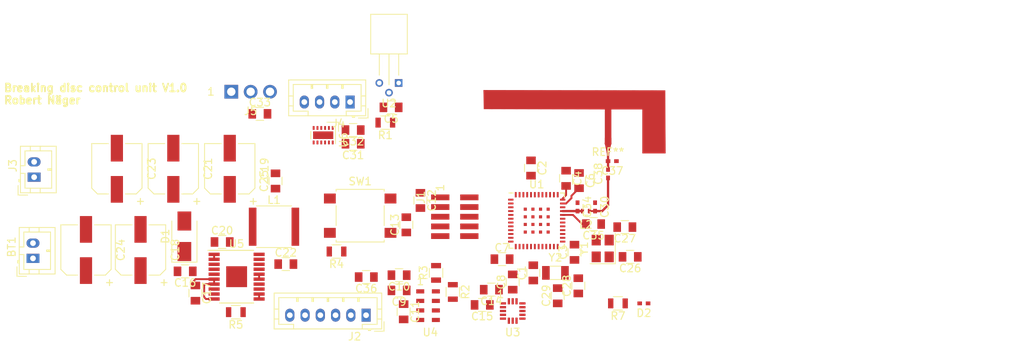
<source format=kicad_pcb>
(kicad_pcb (version 4) (host pcbnew 4.0.7)

  (general
    (links 203)
    (no_connects 185)
    (area 67.949999 70.849999 173.050001 104.950001)
    (thickness 1.6)
    (drawings 7)
    (tracks 34)
    (zones 0)
    (modules 65)
    (nets 60)
  )

  (page A4)
  (title_block
    (title "Layout breaking disc control unit")
    (date 2017-11-04)
    (rev V1.0)
    (comment 1 "Robert Näger")
  )

  (layers
    (0 F.Cu signal)
    (31 B.Cu signal)
    (32 B.Adhes user)
    (33 F.Adhes user)
    (34 B.Paste user)
    (35 F.Paste user)
    (36 B.SilkS user)
    (37 F.SilkS user)
    (38 B.Mask user)
    (39 F.Mask user)
    (40 Dwgs.User user)
    (41 Cmts.User user)
    (42 Eco1.User user)
    (43 Eco2.User user)
    (44 Edge.Cuts user)
    (45 Margin user)
    (46 B.CrtYd user)
    (47 F.CrtYd user)
    (48 B.Fab user)
    (49 F.Fab user)
  )

  (setup
    (last_trace_width 0.25)
    (trace_clearance 0.2)
    (zone_clearance 0.508)
    (zone_45_only yes)
    (trace_min 0.2)
    (segment_width 0.2)
    (edge_width 0.1)
    (via_size 0.6)
    (via_drill 0.4)
    (via_min_size 0.4)
    (via_min_drill 0.3)
    (uvia_size 0.3)
    (uvia_drill 0.1)
    (uvias_allowed no)
    (uvia_min_size 0.2)
    (uvia_min_drill 0.1)
    (pcb_text_width 0.3)
    (pcb_text_size 1.5 1.5)
    (mod_edge_width 0.15)
    (mod_text_size 1 1)
    (mod_text_width 0.15)
    (pad_size 0.7 0.25)
    (pad_drill 0)
    (pad_to_mask_clearance 0)
    (aux_axis_origin 0 0)
    (visible_elements 7FFEFFFF)
    (pcbplotparams
      (layerselection 0x00030_80000001)
      (usegerberextensions false)
      (excludeedgelayer true)
      (linewidth 0.100000)
      (plotframeref false)
      (viasonmask false)
      (mode 1)
      (useauxorigin false)
      (hpglpennumber 1)
      (hpglpenspeed 20)
      (hpglpendiameter 15)
      (hpglpenoverlay 2)
      (psnegative false)
      (psa4output false)
      (plotreference true)
      (plotvalue true)
      (plotinvisibletext false)
      (padsonsilk false)
      (subtractmaskfromsilk false)
      (outputformat 1)
      (mirror false)
      (drillshape 1)
      (scaleselection 1)
      (outputdirectory ""))
  )

  (net 0 "")
  (net 1 GND)
  (net 2 +BATT)
  (net 3 +3V3)
  (net 4 "Net-(C11-Pad1)")
  (net 5 RESET)
  (net 6 "Net-(C15-Pad1)")
  (net 7 "Net-(C16-Pad1)")
  (net 8 "Net-(C17-Pad1)")
  (net 9 VSOURCE)
  (net 10 EXTAL_32MHZ)
  (net 11 XTAL_32MHZ)
  (net 12 XTAL_32KHZ)
  (net 13 EXTAL_32KHZ)
  (net 14 "Net-(C30-Pad2)")
  (net 15 "Net-(C34-Pad2)")
  (net 16 "Net-(D1-Pad2)")
  (net 17 "Net-(D2-Pad2)")
  (net 18 UART0_TX)
  (net 19 "Net-(J1-Pad6)")
  (net 20 UART0_RX)
  (net 21 "Net-(J1-Pad5)")
  (net 22 SWD_CLK)
  (net 23 SWD_DIO)
  (net 24 SPI1_SOUT_EXT)
  (net 25 SPI1_PCS0_EXT)
  (net 26 SPI1_SIN_EXT)
  (net 27 SPI1_SCK_EXT)
  (net 28 "Net-(J4-Pad1)")
  (net 29 "Net-(J4-Pad2)")
  (net 30 "Net-(J4-Pad3)")
  (net 31 "Net-(J4-Pad4)")
  (net 32 PWM_SERVO)
  (net 33 "Net-(L1-Pad2)")
  (net 34 HALL_OUT)
  (net 35 I2C_SDA)
  (net 36 I2C_SCL)
  (net 37 "Net-(R5-Pad2)")
  (net 38 LED)
  (net 39 "Net-(U1-Pad11)")
  (net 40 "Net-(U1-Pad12)")
  (net 41 I2C_INT_11)
  (net 42 I2C_INT_12)
  (net 43 "Net-(U1-Pad24)")
  (net 44 "Net-(U1-Pad25)")
  (net 45 "Net-(U1-Pad29)")
  (net 46 SM_BIN2/BENBL)
  (net 47 SM_AIN2/AENBL)
  (net 48 SM_BIN1/BP)
  (net 49 SM_AIN1/AP)
  (net 50 I2C_INT_21)
  (net 51 I2C_INT_22)
  (net 52 SM_MODE)
  (net 53 "Net-(U3-Pad13)")
  (net 54 "Net-(U3-Pad16)")
  (net 55 "Net-(U3-Pad15)")
  (net 56 "Net-(U3-Pad3)")
  (net 57 "Net-(U3-Pad8)")
  (net 58 "Net-(U5-Pad4)")
  (net 59 "Net-(AE1-Pad1)")

  (net_class Default "This is the default net class."
    (clearance 0.2)
    (trace_width 0.25)
    (via_dia 0.6)
    (via_drill 0.4)
    (uvia_dia 0.3)
    (uvia_drill 0.1)
    (add_net +3V3)
    (add_net +BATT)
    (add_net EXTAL_32KHZ)
    (add_net EXTAL_32MHZ)
    (add_net GND)
    (add_net HALL_OUT)
    (add_net I2C_INT_11)
    (add_net I2C_INT_12)
    (add_net I2C_INT_21)
    (add_net I2C_INT_22)
    (add_net I2C_SCL)
    (add_net I2C_SDA)
    (add_net LED)
    (add_net "Net-(C11-Pad1)")
    (add_net "Net-(C15-Pad1)")
    (add_net "Net-(C16-Pad1)")
    (add_net "Net-(C17-Pad1)")
    (add_net "Net-(D1-Pad2)")
    (add_net "Net-(D2-Pad2)")
    (add_net "Net-(J1-Pad5)")
    (add_net "Net-(J1-Pad6)")
    (add_net "Net-(J4-Pad1)")
    (add_net "Net-(J4-Pad2)")
    (add_net "Net-(J4-Pad3)")
    (add_net "Net-(J4-Pad4)")
    (add_net "Net-(L1-Pad2)")
    (add_net "Net-(R5-Pad2)")
    (add_net "Net-(U1-Pad11)")
    (add_net "Net-(U1-Pad12)")
    (add_net "Net-(U1-Pad24)")
    (add_net "Net-(U1-Pad25)")
    (add_net "Net-(U1-Pad29)")
    (add_net "Net-(U3-Pad13)")
    (add_net "Net-(U3-Pad15)")
    (add_net "Net-(U3-Pad16)")
    (add_net "Net-(U3-Pad3)")
    (add_net "Net-(U3-Pad8)")
    (add_net "Net-(U5-Pad4)")
    (add_net PWM_SERVO)
    (add_net RESET)
    (add_net SM_AIN1/AP)
    (add_net SM_AIN2/AENBL)
    (add_net SM_BIN1/BP)
    (add_net SM_BIN2/BENBL)
    (add_net SM_MODE)
    (add_net SPI1_PCS0_EXT)
    (add_net SPI1_SCK_EXT)
    (add_net SPI1_SIN_EXT)
    (add_net SPI1_SOUT_EXT)
    (add_net SWD_CLK)
    (add_net SWD_DIO)
    (add_net UART0_RX)
    (add_net UART0_TX)
    (add_net VSOURCE)
    (add_net XTAL_32KHZ)
    (add_net XTAL_32MHZ)
  )

  (net_class RF_trace ""
    (clearance 0.3)
    (trace_width 0.3)
    (via_dia 0.6)
    (via_drill 0.4)
    (uvia_dia 0.3)
    (uvia_drill 0.1)
    (add_net "Net-(AE1-Pad1)")
    (add_net "Net-(C30-Pad2)")
  )

  (net_class RF_trace_MCU ""
    (clearance 0.2)
    (trace_width 0.3)
    (via_dia 0.6)
    (via_drill 0.4)
    (uvia_dia 0.3)
    (uvia_drill 0.1)
    (add_net "Net-(C34-Pad2)")
  )

  (module Footprint_library:Antenna (layer F.Cu) (tedit 59FF2FDF) (tstamp 59FF2D70)
    (at 158.6 76.5)
    (fp_text reference G*** (at -5.8 3.1) (layer F.SilkS) hide
      (effects (font (thickness 0.3)))
    )
    (fp_text value LOGO (at -5.05 3.1) (layer F.SilkS) hide
      (effects (font (thickness 0.3)))
    )
    (fp_poly (pts (xy -1.716765 -3.45046) (xy 10.202334 -3.429) (xy 10.246278 4.826) (xy 7.196667 4.826)
      (xy 7.196667 -0.931334) (xy 3.132667 -0.931334) (xy 3.132667 3.640666) (xy 2.286 3.640666)
      (xy 2.286 -0.930466) (xy -5.6515 -0.952066) (xy -13.589 -0.973667) (xy -13.612432 -2.222794)
      (xy -13.635863 -3.47192) (xy -1.716765 -3.45046)) (layer F.Cu) (width 0.01))
    (pad 1 smd rect (at 2.71 3.22) (size 0.85 0.85) (layers F.Cu F.Paste F.Mask)
      (net 59 "Net-(AE1-Pad1)"))
    (pad 0 smd rect (at 8.73 4.32) (size 3 1) (layers F.Cu F.Paste F.Mask))
  )

  (module muwave_arcstub (layer F.Cu) (tedit 59FF308F) (tstamp 0)
    (at 161.3 80.65)
    (fp_text reference REF** (at 0 0.5) (layer F.SilkS)
      (effects (font (size 1 1) (thickness 0.15)))
    )
    (fp_text value muwave_arcstub (at 0 -0.5) (layer F.Fab)
      (effects (font (size 1 1) (thickness 0.15)))
    )
    (fp_poly (pts (xy 0 0) (xy 0 -0.25) (xy 0 0)) (layer F.Cu) (width 0.15))
    (pad 1 smd trapezoid (at 0 0) (size 0.6 1.4) (rect_delta 0 -0.3 ) (layers F.Cu)
      (net 59 "Net-(AE1-Pad1)"))
  )

  (module Capacitors_SMD:C_0402_NoSilk (layer F.Cu) (tedit 58AA8408) (tstamp 59FE09C3)
    (at 157.3 88.35 270)
    (descr "Capacitor SMD 0402, reflow soldering, AVX (see smccp.pdf)")
    (tags "capacitor 0402")
    (path /59F4B5C3)
    (attr smd)
    (fp_text reference C34 (at 0 -1.27 270) (layer F.SilkS)
      (effects (font (size 1 1) (thickness 0.15)))
    )
    (fp_text value 0.7pF (at 0 1.27 270) (layer F.Fab)
      (effects (font (size 1 1) (thickness 0.15)))
    )
    (fp_text user %R (at 0 -1.27 270) (layer F.Fab)
      (effects (font (size 1 1) (thickness 0.15)))
    )
    (fp_line (start -0.5 0.25) (end -0.5 -0.25) (layer F.Fab) (width 0.1))
    (fp_line (start 0.5 0.25) (end -0.5 0.25) (layer F.Fab) (width 0.1))
    (fp_line (start 0.5 -0.25) (end 0.5 0.25) (layer F.Fab) (width 0.1))
    (fp_line (start -0.5 -0.25) (end 0.5 -0.25) (layer F.Fab) (width 0.1))
    (fp_line (start -1 -0.4) (end 1 -0.4) (layer F.CrtYd) (width 0.05))
    (fp_line (start -1 -0.4) (end -1 0.4) (layer F.CrtYd) (width 0.05))
    (fp_line (start 1 0.4) (end 1 -0.4) (layer F.CrtYd) (width 0.05))
    (fp_line (start 1 0.4) (end -1 0.4) (layer F.CrtYd) (width 0.05))
    (pad 1 smd rect (at -0.55 0 270) (size 0.6 0.5) (layers F.Cu F.Paste F.Mask)
      (net 1 GND))
    (pad 2 smd rect (at 0.55 0 270) (size 0.6 0.5) (layers F.Cu F.Paste F.Mask)
      (net 15 "Net-(C34-Pad2)"))
    (model Capacitors_SMD.3dshapes/C_0402.wrl
      (at (xyz 0 0 0))
      (scale (xyz 1 1 1))
      (rotate (xyz 0 0 0))
    )
  )

  (module Connectors_JST:JST_PH_B2B-PH-K_02x2.00mm_Straight (layer F.Cu) (tedit 58D3FE4F) (tstamp 59FE074E)
    (at 85.9 95.1 90)
    (descr "JST PH series connector, B2B-PH-K, top entry type, through hole, Datasheet: http://www.jst-mfg.com/product/pdf/eng/ePH.pdf")
    (tags "connector jst ph")
    (path /59F03D15)
    (fp_text reference BT1 (at 1.5 -2.8 90) (layer F.SilkS)
      (effects (font (size 1 1) (thickness 0.15)))
    )
    (fp_text value "3.7V LiPo" (at 1 3.8 90) (layer F.Fab)
      (effects (font (size 1 1) (thickness 0.15)))
    )
    (fp_line (start -2.05 -1.8) (end -2.05 2.9) (layer F.SilkS) (width 0.12))
    (fp_line (start -2.05 2.9) (end 4.05 2.9) (layer F.SilkS) (width 0.12))
    (fp_line (start 4.05 2.9) (end 4.05 -1.8) (layer F.SilkS) (width 0.12))
    (fp_line (start 4.05 -1.8) (end -2.05 -1.8) (layer F.SilkS) (width 0.12))
    (fp_line (start 0.5 -1.8) (end 0.5 -1.2) (layer F.SilkS) (width 0.12))
    (fp_line (start 0.5 -1.2) (end -1.45 -1.2) (layer F.SilkS) (width 0.12))
    (fp_line (start -1.45 -1.2) (end -1.45 2.3) (layer F.SilkS) (width 0.12))
    (fp_line (start -1.45 2.3) (end 3.45 2.3) (layer F.SilkS) (width 0.12))
    (fp_line (start 3.45 2.3) (end 3.45 -1.2) (layer F.SilkS) (width 0.12))
    (fp_line (start 3.45 -1.2) (end 1.5 -1.2) (layer F.SilkS) (width 0.12))
    (fp_line (start 1.5 -1.2) (end 1.5 -1.8) (layer F.SilkS) (width 0.12))
    (fp_line (start -2.05 -0.5) (end -1.45 -0.5) (layer F.SilkS) (width 0.12))
    (fp_line (start -2.05 0.8) (end -1.45 0.8) (layer F.SilkS) (width 0.12))
    (fp_line (start 4.05 -0.5) (end 3.45 -0.5) (layer F.SilkS) (width 0.12))
    (fp_line (start 4.05 0.8) (end 3.45 0.8) (layer F.SilkS) (width 0.12))
    (fp_line (start -0.3 -1.8) (end -0.3 -2) (layer F.SilkS) (width 0.12))
    (fp_line (start -0.3 -2) (end -0.6 -2) (layer F.SilkS) (width 0.12))
    (fp_line (start -0.6 -2) (end -0.6 -1.8) (layer F.SilkS) (width 0.12))
    (fp_line (start -0.3 -1.9) (end -0.6 -1.9) (layer F.SilkS) (width 0.12))
    (fp_line (start 0.9 2.3) (end 0.9 1.8) (layer F.SilkS) (width 0.12))
    (fp_line (start 0.9 1.8) (end 1.1 1.8) (layer F.SilkS) (width 0.12))
    (fp_line (start 1.1 1.8) (end 1.1 2.3) (layer F.SilkS) (width 0.12))
    (fp_line (start 1 2.3) (end 1 1.8) (layer F.SilkS) (width 0.12))
    (fp_line (start -1.1 -2.1) (end -2.35 -2.1) (layer F.SilkS) (width 0.12))
    (fp_line (start -2.35 -2.1) (end -2.35 -0.85) (layer F.SilkS) (width 0.12))
    (fp_line (start -1.1 -2.1) (end -2.35 -2.1) (layer F.Fab) (width 0.1))
    (fp_line (start -2.35 -2.1) (end -2.35 -0.85) (layer F.Fab) (width 0.1))
    (fp_line (start -1.95 -1.7) (end -1.95 2.8) (layer F.Fab) (width 0.1))
    (fp_line (start -1.95 2.8) (end 3.95 2.8) (layer F.Fab) (width 0.1))
    (fp_line (start 3.95 2.8) (end 3.95 -1.7) (layer F.Fab) (width 0.1))
    (fp_line (start 3.95 -1.7) (end -1.95 -1.7) (layer F.Fab) (width 0.1))
    (fp_line (start -2.45 -2.2) (end -2.45 3.3) (layer F.CrtYd) (width 0.05))
    (fp_line (start -2.45 3.3) (end 4.45 3.3) (layer F.CrtYd) (width 0.05))
    (fp_line (start 4.45 3.3) (end 4.45 -2.2) (layer F.CrtYd) (width 0.05))
    (fp_line (start 4.45 -2.2) (end -2.45 -2.2) (layer F.CrtYd) (width 0.05))
    (fp_text user %R (at 1 1.5 90) (layer F.Fab)
      (effects (font (size 1 1) (thickness 0.15)))
    )
    (pad 1 thru_hole rect (at 0 0 90) (size 1.2 1.7) (drill 0.75) (layers *.Cu *.Mask)
      (net 2 +BATT))
    (pad 2 thru_hole oval (at 2 0 90) (size 1.2 1.7) (drill 0.75) (layers *.Cu *.Mask)
      (net 1 GND))
    (model ${KISYS3DMOD}/Connectors_JST.3dshapes/JST_PH_B2B-PH-K_02x2.00mm_Straight.wrl
      (at (xyz 0 0 0))
      (scale (xyz 1 1 1))
      (rotate (xyz 0 0 0))
    )
  )

  (module Capacitors_SMD:C_0805 (layer F.Cu) (tedit 58AA8463) (tstamp 59FE075F)
    (at 151.5 97 90)
    (descr "Capacitor SMD 0805, reflow soldering, AVX (see smccp.pdf)")
    (tags "capacitor 0805")
    (path /59EA4EF0)
    (attr smd)
    (fp_text reference C1 (at 0 -1.5 90) (layer F.SilkS)
      (effects (font (size 1 1) (thickness 0.15)))
    )
    (fp_text value 100n (at 0 1.75 90) (layer F.Fab)
      (effects (font (size 1 1) (thickness 0.15)))
    )
    (fp_text user %R (at 0 -1.5 90) (layer F.Fab)
      (effects (font (size 1 1) (thickness 0.15)))
    )
    (fp_line (start -1 0.62) (end -1 -0.62) (layer F.Fab) (width 0.1))
    (fp_line (start 1 0.62) (end -1 0.62) (layer F.Fab) (width 0.1))
    (fp_line (start 1 -0.62) (end 1 0.62) (layer F.Fab) (width 0.1))
    (fp_line (start -1 -0.62) (end 1 -0.62) (layer F.Fab) (width 0.1))
    (fp_line (start 0.5 -0.85) (end -0.5 -0.85) (layer F.SilkS) (width 0.12))
    (fp_line (start -0.5 0.85) (end 0.5 0.85) (layer F.SilkS) (width 0.12))
    (fp_line (start -1.75 -0.88) (end 1.75 -0.88) (layer F.CrtYd) (width 0.05))
    (fp_line (start -1.75 -0.88) (end -1.75 0.87) (layer F.CrtYd) (width 0.05))
    (fp_line (start 1.75 0.87) (end 1.75 -0.88) (layer F.CrtYd) (width 0.05))
    (fp_line (start 1.75 0.87) (end -1.75 0.87) (layer F.CrtYd) (width 0.05))
    (pad 1 smd rect (at -1 0 90) (size 1 1.25) (layers F.Cu F.Paste F.Mask)
      (net 1 GND))
    (pad 2 smd rect (at 1 0 90) (size 1 1.25) (layers F.Cu F.Paste F.Mask)
      (net 3 +3V3))
    (model Capacitors_SMD.3dshapes/C_0805.wrl
      (at (xyz 0 0 0))
      (scale (xyz 1 1 1))
      (rotate (xyz 0 0 0))
    )
  )

  (module Capacitors_SMD:C_0805 (layer F.Cu) (tedit 58AA8463) (tstamp 59FE0770)
    (at 151.2 83.25 270)
    (descr "Capacitor SMD 0805, reflow soldering, AVX (see smccp.pdf)")
    (tags "capacitor 0805")
    (path /59EA4F41)
    (attr smd)
    (fp_text reference C2 (at 0 -1.5 270) (layer F.SilkS)
      (effects (font (size 1 1) (thickness 0.15)))
    )
    (fp_text value 100n (at 0 1.75 270) (layer F.Fab)
      (effects (font (size 1 1) (thickness 0.15)))
    )
    (fp_text user %R (at 0 -1.5 270) (layer F.Fab)
      (effects (font (size 1 1) (thickness 0.15)))
    )
    (fp_line (start -1 0.62) (end -1 -0.62) (layer F.Fab) (width 0.1))
    (fp_line (start 1 0.62) (end -1 0.62) (layer F.Fab) (width 0.1))
    (fp_line (start 1 -0.62) (end 1 0.62) (layer F.Fab) (width 0.1))
    (fp_line (start -1 -0.62) (end 1 -0.62) (layer F.Fab) (width 0.1))
    (fp_line (start 0.5 -0.85) (end -0.5 -0.85) (layer F.SilkS) (width 0.12))
    (fp_line (start -0.5 0.85) (end 0.5 0.85) (layer F.SilkS) (width 0.12))
    (fp_line (start -1.75 -0.88) (end 1.75 -0.88) (layer F.CrtYd) (width 0.05))
    (fp_line (start -1.75 -0.88) (end -1.75 0.87) (layer F.CrtYd) (width 0.05))
    (fp_line (start 1.75 0.87) (end 1.75 -0.88) (layer F.CrtYd) (width 0.05))
    (fp_line (start 1.75 0.87) (end -1.75 0.87) (layer F.CrtYd) (width 0.05))
    (pad 1 smd rect (at -1 0 270) (size 1 1.25) (layers F.Cu F.Paste F.Mask)
      (net 1 GND))
    (pad 2 smd rect (at 1 0 270) (size 1 1.25) (layers F.Cu F.Paste F.Mask)
      (net 3 +3V3))
    (model Capacitors_SMD.3dshapes/C_0805.wrl
      (at (xyz 0 0 0))
      (scale (xyz 1 1 1))
      (rotate (xyz 0 0 0))
    )
  )

  (module Capacitors_SMD:C_0805 (layer F.Cu) (tedit 58AA8463) (tstamp 59FE0781)
    (at 156.9 94.3 90)
    (descr "Capacitor SMD 0805, reflow soldering, AVX (see smccp.pdf)")
    (tags "capacitor 0805")
    (path /59EA52C1)
    (attr smd)
    (fp_text reference C3 (at 0 -1.5 90) (layer F.SilkS)
      (effects (font (size 1 1) (thickness 0.15)))
    )
    (fp_text value 100n (at 0 1.75 90) (layer F.Fab)
      (effects (font (size 1 1) (thickness 0.15)))
    )
    (fp_text user %R (at 0 -1.5 90) (layer F.Fab)
      (effects (font (size 1 1) (thickness 0.15)))
    )
    (fp_line (start -1 0.62) (end -1 -0.62) (layer F.Fab) (width 0.1))
    (fp_line (start 1 0.62) (end -1 0.62) (layer F.Fab) (width 0.1))
    (fp_line (start 1 -0.62) (end 1 0.62) (layer F.Fab) (width 0.1))
    (fp_line (start -1 -0.62) (end 1 -0.62) (layer F.Fab) (width 0.1))
    (fp_line (start 0.5 -0.85) (end -0.5 -0.85) (layer F.SilkS) (width 0.12))
    (fp_line (start -0.5 0.85) (end 0.5 0.85) (layer F.SilkS) (width 0.12))
    (fp_line (start -1.75 -0.88) (end 1.75 -0.88) (layer F.CrtYd) (width 0.05))
    (fp_line (start -1.75 -0.88) (end -1.75 0.87) (layer F.CrtYd) (width 0.05))
    (fp_line (start 1.75 0.87) (end 1.75 -0.88) (layer F.CrtYd) (width 0.05))
    (fp_line (start 1.75 0.87) (end -1.75 0.87) (layer F.CrtYd) (width 0.05))
    (pad 1 smd rect (at -1 0 90) (size 1 1.25) (layers F.Cu F.Paste F.Mask)
      (net 1 GND))
    (pad 2 smd rect (at 1 0 90) (size 1 1.25) (layers F.Cu F.Paste F.Mask)
      (net 3 +3V3))
    (model Capacitors_SMD.3dshapes/C_0805.wrl
      (at (xyz 0 0 0))
      (scale (xyz 1 1 1))
      (rotate (xyz 0 0 0))
    )
  )

  (module Capacitors_SMD:C_0805 (layer F.Cu) (tedit 58AA8463) (tstamp 59FE0792)
    (at 155.8 84.6 270)
    (descr "Capacitor SMD 0805, reflow soldering, AVX (see smccp.pdf)")
    (tags "capacitor 0805")
    (path /59EA5002)
    (attr smd)
    (fp_text reference C4 (at 0 -1.5 270) (layer F.SilkS)
      (effects (font (size 1 1) (thickness 0.15)))
    )
    (fp_text value 10p (at 0 1.75 270) (layer F.Fab)
      (effects (font (size 1 1) (thickness 0.15)))
    )
    (fp_text user %R (at 0 -1.5 270) (layer F.Fab)
      (effects (font (size 1 1) (thickness 0.15)))
    )
    (fp_line (start -1 0.62) (end -1 -0.62) (layer F.Fab) (width 0.1))
    (fp_line (start 1 0.62) (end -1 0.62) (layer F.Fab) (width 0.1))
    (fp_line (start 1 -0.62) (end 1 0.62) (layer F.Fab) (width 0.1))
    (fp_line (start -1 -0.62) (end 1 -0.62) (layer F.Fab) (width 0.1))
    (fp_line (start 0.5 -0.85) (end -0.5 -0.85) (layer F.SilkS) (width 0.12))
    (fp_line (start -0.5 0.85) (end 0.5 0.85) (layer F.SilkS) (width 0.12))
    (fp_line (start -1.75 -0.88) (end 1.75 -0.88) (layer F.CrtYd) (width 0.05))
    (fp_line (start -1.75 -0.88) (end -1.75 0.87) (layer F.CrtYd) (width 0.05))
    (fp_line (start 1.75 0.87) (end 1.75 -0.88) (layer F.CrtYd) (width 0.05))
    (fp_line (start 1.75 0.87) (end -1.75 0.87) (layer F.CrtYd) (width 0.05))
    (pad 1 smd rect (at -1 0 270) (size 1 1.25) (layers F.Cu F.Paste F.Mask)
      (net 1 GND))
    (pad 2 smd rect (at 1 0 270) (size 1 1.25) (layers F.Cu F.Paste F.Mask)
      (net 3 +3V3))
    (model Capacitors_SMD.3dshapes/C_0805.wrl
      (at (xyz 0 0 0))
      (scale (xyz 1 1 1))
      (rotate (xyz 0 0 0))
    )
  )

  (module Capacitors_SMD:C_0805 (layer F.Cu) (tedit 58AA8463) (tstamp 59FE07A3)
    (at 132.85 75.3 180)
    (descr "Capacitor SMD 0805, reflow soldering, AVX (see smccp.pdf)")
    (tags "capacitor 0805")
    (path /59ECCF21)
    (attr smd)
    (fp_text reference C5 (at 0 -1.5 180) (layer F.SilkS)
      (effects (font (size 1 1) (thickness 0.15)))
    )
    (fp_text value 100n (at 0 1.75 180) (layer F.Fab)
      (effects (font (size 1 1) (thickness 0.15)))
    )
    (fp_text user %R (at 0 -1.5 180) (layer F.Fab)
      (effects (font (size 1 1) (thickness 0.15)))
    )
    (fp_line (start -1 0.62) (end -1 -0.62) (layer F.Fab) (width 0.1))
    (fp_line (start 1 0.62) (end -1 0.62) (layer F.Fab) (width 0.1))
    (fp_line (start 1 -0.62) (end 1 0.62) (layer F.Fab) (width 0.1))
    (fp_line (start -1 -0.62) (end 1 -0.62) (layer F.Fab) (width 0.1))
    (fp_line (start 0.5 -0.85) (end -0.5 -0.85) (layer F.SilkS) (width 0.12))
    (fp_line (start -0.5 0.85) (end 0.5 0.85) (layer F.SilkS) (width 0.12))
    (fp_line (start -1.75 -0.88) (end 1.75 -0.88) (layer F.CrtYd) (width 0.05))
    (fp_line (start -1.75 -0.88) (end -1.75 0.87) (layer F.CrtYd) (width 0.05))
    (fp_line (start 1.75 0.87) (end 1.75 -0.88) (layer F.CrtYd) (width 0.05))
    (fp_line (start 1.75 0.87) (end -1.75 0.87) (layer F.CrtYd) (width 0.05))
    (pad 1 smd rect (at -1 0 180) (size 1 1.25) (layers F.Cu F.Paste F.Mask)
      (net 3 +3V3))
    (pad 2 smd rect (at 1 0 180) (size 1 1.25) (layers F.Cu F.Paste F.Mask)
      (net 1 GND))
    (model Capacitors_SMD.3dshapes/C_0805.wrl
      (at (xyz 0 0 0))
      (scale (xyz 1 1 1))
      (rotate (xyz 0 0 0))
    )
  )

  (module Capacitors_SMD:C_0805 (layer F.Cu) (tedit 58AA8463) (tstamp 59FE07B4)
    (at 157.5 84.9 270)
    (descr "Capacitor SMD 0805, reflow soldering, AVX (see smccp.pdf)")
    (tags "capacitor 0805")
    (path /59EA5080)
    (attr smd)
    (fp_text reference C6 (at 0 -1.5 270) (layer F.SilkS)
      (effects (font (size 1 1) (thickness 0.15)))
    )
    (fp_text value 10p (at 0 1.75 270) (layer F.Fab)
      (effects (font (size 1 1) (thickness 0.15)))
    )
    (fp_text user %R (at 0 -1.5 270) (layer F.Fab)
      (effects (font (size 1 1) (thickness 0.15)))
    )
    (fp_line (start -1 0.62) (end -1 -0.62) (layer F.Fab) (width 0.1))
    (fp_line (start 1 0.62) (end -1 0.62) (layer F.Fab) (width 0.1))
    (fp_line (start 1 -0.62) (end 1 0.62) (layer F.Fab) (width 0.1))
    (fp_line (start -1 -0.62) (end 1 -0.62) (layer F.Fab) (width 0.1))
    (fp_line (start 0.5 -0.85) (end -0.5 -0.85) (layer F.SilkS) (width 0.12))
    (fp_line (start -0.5 0.85) (end 0.5 0.85) (layer F.SilkS) (width 0.12))
    (fp_line (start -1.75 -0.88) (end 1.75 -0.88) (layer F.CrtYd) (width 0.05))
    (fp_line (start -1.75 -0.88) (end -1.75 0.87) (layer F.CrtYd) (width 0.05))
    (fp_line (start 1.75 0.87) (end 1.75 -0.88) (layer F.CrtYd) (width 0.05))
    (fp_line (start 1.75 0.87) (end -1.75 0.87) (layer F.CrtYd) (width 0.05))
    (pad 1 smd rect (at -1 0 270) (size 1 1.25) (layers F.Cu F.Paste F.Mask)
      (net 1 GND))
    (pad 2 smd rect (at 1 0 270) (size 1 1.25) (layers F.Cu F.Paste F.Mask)
      (net 3 +3V3))
    (model Capacitors_SMD.3dshapes/C_0805.wrl
      (at (xyz 0 0 0))
      (scale (xyz 1 1 1))
      (rotate (xyz 0 0 0))
    )
  )

  (module Capacitors_SMD:C_0805 (layer F.Cu) (tedit 58AA8463) (tstamp 59FE07C5)
    (at 147.4 95.2)
    (descr "Capacitor SMD 0805, reflow soldering, AVX (see smccp.pdf)")
    (tags "capacitor 0805")
    (path /59FC6691)
    (attr smd)
    (fp_text reference C7 (at 0 -1.5) (layer F.SilkS)
      (effects (font (size 1 1) (thickness 0.15)))
    )
    (fp_text value 100n (at 0 1.75) (layer F.Fab)
      (effects (font (size 1 1) (thickness 0.15)))
    )
    (fp_text user %R (at 0 -1.5) (layer F.Fab)
      (effects (font (size 1 1) (thickness 0.15)))
    )
    (fp_line (start -1 0.62) (end -1 -0.62) (layer F.Fab) (width 0.1))
    (fp_line (start 1 0.62) (end -1 0.62) (layer F.Fab) (width 0.1))
    (fp_line (start 1 -0.62) (end 1 0.62) (layer F.Fab) (width 0.1))
    (fp_line (start -1 -0.62) (end 1 -0.62) (layer F.Fab) (width 0.1))
    (fp_line (start 0.5 -0.85) (end -0.5 -0.85) (layer F.SilkS) (width 0.12))
    (fp_line (start -0.5 0.85) (end 0.5 0.85) (layer F.SilkS) (width 0.12))
    (fp_line (start -1.75 -0.88) (end 1.75 -0.88) (layer F.CrtYd) (width 0.05))
    (fp_line (start -1.75 -0.88) (end -1.75 0.87) (layer F.CrtYd) (width 0.05))
    (fp_line (start 1.75 0.87) (end 1.75 -0.88) (layer F.CrtYd) (width 0.05))
    (fp_line (start 1.75 0.87) (end -1.75 0.87) (layer F.CrtYd) (width 0.05))
    (pad 1 smd rect (at -1 0) (size 1 1.25) (layers F.Cu F.Paste F.Mask)
      (net 1 GND))
    (pad 2 smd rect (at 1 0) (size 1 1.25) (layers F.Cu F.Paste F.Mask)
      (net 3 +3V3))
    (model Capacitors_SMD.3dshapes/C_0805.wrl
      (at (xyz 0 0 0))
      (scale (xyz 1 1 1))
      (rotate (xyz 0 0 0))
    )
  )

  (module Capacitors_SMD:C_0805 (layer F.Cu) (tedit 58AA8463) (tstamp 59FE07D6)
    (at 148.8 98.2 90)
    (descr "Capacitor SMD 0805, reflow soldering, AVX (see smccp.pdf)")
    (tags "capacitor 0805")
    (path /59ECED85)
    (attr smd)
    (fp_text reference C8 (at 0 -1.5 90) (layer F.SilkS)
      (effects (font (size 1 1) (thickness 0.15)))
    )
    (fp_text value 4u7 (at 0 1.75 90) (layer F.Fab)
      (effects (font (size 1 1) (thickness 0.15)))
    )
    (fp_text user %R (at 0 -1.5 90) (layer F.Fab)
      (effects (font (size 1 1) (thickness 0.15)))
    )
    (fp_line (start -1 0.62) (end -1 -0.62) (layer F.Fab) (width 0.1))
    (fp_line (start 1 0.62) (end -1 0.62) (layer F.Fab) (width 0.1))
    (fp_line (start 1 -0.62) (end 1 0.62) (layer F.Fab) (width 0.1))
    (fp_line (start -1 -0.62) (end 1 -0.62) (layer F.Fab) (width 0.1))
    (fp_line (start 0.5 -0.85) (end -0.5 -0.85) (layer F.SilkS) (width 0.12))
    (fp_line (start -0.5 0.85) (end 0.5 0.85) (layer F.SilkS) (width 0.12))
    (fp_line (start -1.75 -0.88) (end 1.75 -0.88) (layer F.CrtYd) (width 0.05))
    (fp_line (start -1.75 -0.88) (end -1.75 0.87) (layer F.CrtYd) (width 0.05))
    (fp_line (start 1.75 0.87) (end 1.75 -0.88) (layer F.CrtYd) (width 0.05))
    (fp_line (start 1.75 0.87) (end -1.75 0.87) (layer F.CrtYd) (width 0.05))
    (pad 1 smd rect (at -1 0 90) (size 1 1.25) (layers F.Cu F.Paste F.Mask)
      (net 3 +3V3))
    (pad 2 smd rect (at 1 0 90) (size 1 1.25) (layers F.Cu F.Paste F.Mask)
      (net 1 GND))
    (model Capacitors_SMD.3dshapes/C_0805.wrl
      (at (xyz 0 0 0))
      (scale (xyz 1 1 1))
      (rotate (xyz 0 0 0))
    )
  )

  (module Capacitors_SMD:C_0805 (layer F.Cu) (tedit 58AA8463) (tstamp 59FE07E7)
    (at 133.9 99.3 180)
    (descr "Capacitor SMD 0805, reflow soldering, AVX (see smccp.pdf)")
    (tags "capacitor 0805")
    (path /59ED3067)
    (attr smd)
    (fp_text reference C9 (at 0 -1.5 180) (layer F.SilkS)
      (effects (font (size 1 1) (thickness 0.15)))
    )
    (fp_text value 100n (at 0 1.75 180) (layer F.Fab)
      (effects (font (size 1 1) (thickness 0.15)))
    )
    (fp_text user %R (at 0 -1.5 180) (layer F.Fab)
      (effects (font (size 1 1) (thickness 0.15)))
    )
    (fp_line (start -1 0.62) (end -1 -0.62) (layer F.Fab) (width 0.1))
    (fp_line (start 1 0.62) (end -1 0.62) (layer F.Fab) (width 0.1))
    (fp_line (start 1 -0.62) (end 1 0.62) (layer F.Fab) (width 0.1))
    (fp_line (start -1 -0.62) (end 1 -0.62) (layer F.Fab) (width 0.1))
    (fp_line (start 0.5 -0.85) (end -0.5 -0.85) (layer F.SilkS) (width 0.12))
    (fp_line (start -0.5 0.85) (end 0.5 0.85) (layer F.SilkS) (width 0.12))
    (fp_line (start -1.75 -0.88) (end 1.75 -0.88) (layer F.CrtYd) (width 0.05))
    (fp_line (start -1.75 -0.88) (end -1.75 0.87) (layer F.CrtYd) (width 0.05))
    (fp_line (start 1.75 0.87) (end 1.75 -0.88) (layer F.CrtYd) (width 0.05))
    (fp_line (start 1.75 0.87) (end -1.75 0.87) (layer F.CrtYd) (width 0.05))
    (pad 1 smd rect (at -1 0 180) (size 1 1.25) (layers F.Cu F.Paste F.Mask)
      (net 3 +3V3))
    (pad 2 smd rect (at 1 0 180) (size 1 1.25) (layers F.Cu F.Paste F.Mask)
      (net 1 GND))
    (model Capacitors_SMD.3dshapes/C_0805.wrl
      (at (xyz 0 0 0))
      (scale (xyz 1 1 1))
      (rotate (xyz 0 0 0))
    )
  )

  (module Capacitors_SMD:C_0805 (layer F.Cu) (tedit 58AA8463) (tstamp 59FE07F8)
    (at 133.9 97.3 180)
    (descr "Capacitor SMD 0805, reflow soldering, AVX (see smccp.pdf)")
    (tags "capacitor 0805")
    (path /59ED3120)
    (attr smd)
    (fp_text reference C10 (at 0 -1.5 180) (layer F.SilkS)
      (effects (font (size 1 1) (thickness 0.15)))
    )
    (fp_text value 10u (at 0 1.75 180) (layer F.Fab)
      (effects (font (size 1 1) (thickness 0.15)))
    )
    (fp_text user %R (at 0 -1.5 180) (layer F.Fab)
      (effects (font (size 1 1) (thickness 0.15)))
    )
    (fp_line (start -1 0.62) (end -1 -0.62) (layer F.Fab) (width 0.1))
    (fp_line (start 1 0.62) (end -1 0.62) (layer F.Fab) (width 0.1))
    (fp_line (start 1 -0.62) (end 1 0.62) (layer F.Fab) (width 0.1))
    (fp_line (start -1 -0.62) (end 1 -0.62) (layer F.Fab) (width 0.1))
    (fp_line (start 0.5 -0.85) (end -0.5 -0.85) (layer F.SilkS) (width 0.12))
    (fp_line (start -0.5 0.85) (end 0.5 0.85) (layer F.SilkS) (width 0.12))
    (fp_line (start -1.75 -0.88) (end 1.75 -0.88) (layer F.CrtYd) (width 0.05))
    (fp_line (start -1.75 -0.88) (end -1.75 0.87) (layer F.CrtYd) (width 0.05))
    (fp_line (start 1.75 0.87) (end 1.75 -0.88) (layer F.CrtYd) (width 0.05))
    (fp_line (start 1.75 0.87) (end -1.75 0.87) (layer F.CrtYd) (width 0.05))
    (pad 1 smd rect (at -1 0 180) (size 1 1.25) (layers F.Cu F.Paste F.Mask)
      (net 3 +3V3))
    (pad 2 smd rect (at 1 0 180) (size 1 1.25) (layers F.Cu F.Paste F.Mask)
      (net 1 GND))
    (model Capacitors_SMD.3dshapes/C_0805.wrl
      (at (xyz 0 0 0))
      (scale (xyz 1 1 1))
      (rotate (xyz 0 0 0))
    )
  )

  (module Capacitors_SMD:C_0805 (layer F.Cu) (tedit 58AA8463) (tstamp 59FE0809)
    (at 134.5 102.1 270)
    (descr "Capacitor SMD 0805, reflow soldering, AVX (see smccp.pdf)")
    (tags "capacitor 0805")
    (path /59ED31AD)
    (attr smd)
    (fp_text reference C11 (at 0 -1.5 270) (layer F.SilkS)
      (effects (font (size 1 1) (thickness 0.15)))
    )
    (fp_text value 100n (at 0 1.75 270) (layer F.Fab)
      (effects (font (size 1 1) (thickness 0.15)))
    )
    (fp_text user %R (at 0 -1.5 270) (layer F.Fab)
      (effects (font (size 1 1) (thickness 0.15)))
    )
    (fp_line (start -1 0.62) (end -1 -0.62) (layer F.Fab) (width 0.1))
    (fp_line (start 1 0.62) (end -1 0.62) (layer F.Fab) (width 0.1))
    (fp_line (start 1 -0.62) (end 1 0.62) (layer F.Fab) (width 0.1))
    (fp_line (start -1 -0.62) (end 1 -0.62) (layer F.Fab) (width 0.1))
    (fp_line (start 0.5 -0.85) (end -0.5 -0.85) (layer F.SilkS) (width 0.12))
    (fp_line (start -0.5 0.85) (end 0.5 0.85) (layer F.SilkS) (width 0.12))
    (fp_line (start -1.75 -0.88) (end 1.75 -0.88) (layer F.CrtYd) (width 0.05))
    (fp_line (start -1.75 -0.88) (end -1.75 0.87) (layer F.CrtYd) (width 0.05))
    (fp_line (start 1.75 0.87) (end 1.75 -0.88) (layer F.CrtYd) (width 0.05))
    (fp_line (start 1.75 0.87) (end -1.75 0.87) (layer F.CrtYd) (width 0.05))
    (pad 1 smd rect (at -1 0 270) (size 1 1.25) (layers F.Cu F.Paste F.Mask)
      (net 4 "Net-(C11-Pad1)"))
    (pad 2 smd rect (at 1 0 270) (size 1 1.25) (layers F.Cu F.Paste F.Mask)
      (net 1 GND))
    (model Capacitors_SMD.3dshapes/C_0805.wrl
      (at (xyz 0 0 0))
      (scale (xyz 1 1 1))
      (rotate (xyz 0 0 0))
    )
  )

  (module Capacitors_SMD:C_0805 (layer F.Cu) (tedit 58AA8463) (tstamp 59FE081A)
    (at 136.7 87.5 270)
    (descr "Capacitor SMD 0805, reflow soldering, AVX (see smccp.pdf)")
    (tags "capacitor 0805")
    (path /59ED64F0)
    (attr smd)
    (fp_text reference C12 (at 0 -1.5 270) (layer F.SilkS)
      (effects (font (size 1 1) (thickness 0.15)))
    )
    (fp_text value 100n (at 0 1.75 270) (layer F.Fab)
      (effects (font (size 1 1) (thickness 0.15)))
    )
    (fp_text user %R (at 0 -1.5 270) (layer F.Fab)
      (effects (font (size 1 1) (thickness 0.15)))
    )
    (fp_line (start -1 0.62) (end -1 -0.62) (layer F.Fab) (width 0.1))
    (fp_line (start 1 0.62) (end -1 0.62) (layer F.Fab) (width 0.1))
    (fp_line (start 1 -0.62) (end 1 0.62) (layer F.Fab) (width 0.1))
    (fp_line (start -1 -0.62) (end 1 -0.62) (layer F.Fab) (width 0.1))
    (fp_line (start 0.5 -0.85) (end -0.5 -0.85) (layer F.SilkS) (width 0.12))
    (fp_line (start -0.5 0.85) (end 0.5 0.85) (layer F.SilkS) (width 0.12))
    (fp_line (start -1.75 -0.88) (end 1.75 -0.88) (layer F.CrtYd) (width 0.05))
    (fp_line (start -1.75 -0.88) (end -1.75 0.87) (layer F.CrtYd) (width 0.05))
    (fp_line (start 1.75 0.87) (end 1.75 -0.88) (layer F.CrtYd) (width 0.05))
    (fp_line (start 1.75 0.87) (end -1.75 0.87) (layer F.CrtYd) (width 0.05))
    (pad 1 smd rect (at -1 0 270) (size 1 1.25) (layers F.Cu F.Paste F.Mask)
      (net 3 +3V3))
    (pad 2 smd rect (at 1 0 270) (size 1 1.25) (layers F.Cu F.Paste F.Mask)
      (net 1 GND))
    (model Capacitors_SMD.3dshapes/C_0805.wrl
      (at (xyz 0 0 0))
      (scale (xyz 1 1 1))
      (rotate (xyz 0 0 0))
    )
  )

  (module Capacitors_SMD:C_0805 (layer F.Cu) (tedit 58AA8463) (tstamp 59FE082B)
    (at 134.85 90.7 90)
    (descr "Capacitor SMD 0805, reflow soldering, AVX (see smccp.pdf)")
    (tags "capacitor 0805")
    (path /59ED8682)
    (attr smd)
    (fp_text reference C13 (at 0 -1.5 90) (layer F.SilkS)
      (effects (font (size 1 1) (thickness 0.15)))
    )
    (fp_text value 100n (at 0 1.75 90) (layer F.Fab)
      (effects (font (size 1 1) (thickness 0.15)))
    )
    (fp_text user %R (at 0 -1.5 90) (layer F.Fab)
      (effects (font (size 1 1) (thickness 0.15)))
    )
    (fp_line (start -1 0.62) (end -1 -0.62) (layer F.Fab) (width 0.1))
    (fp_line (start 1 0.62) (end -1 0.62) (layer F.Fab) (width 0.1))
    (fp_line (start 1 -0.62) (end 1 0.62) (layer F.Fab) (width 0.1))
    (fp_line (start -1 -0.62) (end 1 -0.62) (layer F.Fab) (width 0.1))
    (fp_line (start 0.5 -0.85) (end -0.5 -0.85) (layer F.SilkS) (width 0.12))
    (fp_line (start -0.5 0.85) (end 0.5 0.85) (layer F.SilkS) (width 0.12))
    (fp_line (start -1.75 -0.88) (end 1.75 -0.88) (layer F.CrtYd) (width 0.05))
    (fp_line (start -1.75 -0.88) (end -1.75 0.87) (layer F.CrtYd) (width 0.05))
    (fp_line (start 1.75 0.87) (end 1.75 -0.88) (layer F.CrtYd) (width 0.05))
    (fp_line (start 1.75 0.87) (end -1.75 0.87) (layer F.CrtYd) (width 0.05))
    (pad 1 smd rect (at -1 0 90) (size 1 1.25) (layers F.Cu F.Paste F.Mask)
      (net 5 RESET))
    (pad 2 smd rect (at 1 0 90) (size 1 1.25) (layers F.Cu F.Paste F.Mask)
      (net 1 GND))
    (model Capacitors_SMD.3dshapes/C_0805.wrl
      (at (xyz 0 0 0))
      (scale (xyz 1 1 1))
      (rotate (xyz 0 0 0))
    )
  )

  (module Capacitors_SMD:C_0805 (layer F.Cu) (tedit 58AA8463) (tstamp 59FE083C)
    (at 146 99.2 180)
    (descr "Capacitor SMD 0805, reflow soldering, AVX (see smccp.pdf)")
    (tags "capacitor 0805")
    (path /59ECE600)
    (attr smd)
    (fp_text reference C14 (at 0 -1.5 180) (layer F.SilkS)
      (effects (font (size 1 1) (thickness 0.15)))
    )
    (fp_text value 100n (at 0 1.75 180) (layer F.Fab)
      (effects (font (size 1 1) (thickness 0.15)))
    )
    (fp_text user %R (at 0 -1.5 180) (layer F.Fab)
      (effects (font (size 1 1) (thickness 0.15)))
    )
    (fp_line (start -1 0.62) (end -1 -0.62) (layer F.Fab) (width 0.1))
    (fp_line (start 1 0.62) (end -1 0.62) (layer F.Fab) (width 0.1))
    (fp_line (start 1 -0.62) (end 1 0.62) (layer F.Fab) (width 0.1))
    (fp_line (start -1 -0.62) (end 1 -0.62) (layer F.Fab) (width 0.1))
    (fp_line (start 0.5 -0.85) (end -0.5 -0.85) (layer F.SilkS) (width 0.12))
    (fp_line (start -0.5 0.85) (end 0.5 0.85) (layer F.SilkS) (width 0.12))
    (fp_line (start -1.75 -0.88) (end 1.75 -0.88) (layer F.CrtYd) (width 0.05))
    (fp_line (start -1.75 -0.88) (end -1.75 0.87) (layer F.CrtYd) (width 0.05))
    (fp_line (start 1.75 0.87) (end 1.75 -0.88) (layer F.CrtYd) (width 0.05))
    (fp_line (start 1.75 0.87) (end -1.75 0.87) (layer F.CrtYd) (width 0.05))
    (pad 1 smd rect (at -1 0 180) (size 1 1.25) (layers F.Cu F.Paste F.Mask)
      (net 3 +3V3))
    (pad 2 smd rect (at 1 0 180) (size 1 1.25) (layers F.Cu F.Paste F.Mask)
      (net 1 GND))
    (model Capacitors_SMD.3dshapes/C_0805.wrl
      (at (xyz 0 0 0))
      (scale (xyz 1 1 1))
      (rotate (xyz 0 0 0))
    )
  )

  (module Capacitors_SMD:C_0805 (layer F.Cu) (tedit 58AA8463) (tstamp 59FE084D)
    (at 144.8 101.2 180)
    (descr "Capacitor SMD 0805, reflow soldering, AVX (see smccp.pdf)")
    (tags "capacitor 0805")
    (path /59ECE3AD)
    (attr smd)
    (fp_text reference C15 (at 0 -1.5 180) (layer F.SilkS)
      (effects (font (size 1 1) (thickness 0.15)))
    )
    (fp_text value 100n (at 0 1.75 180) (layer F.Fab)
      (effects (font (size 1 1) (thickness 0.15)))
    )
    (fp_text user %R (at 0 -1.5 180) (layer F.Fab)
      (effects (font (size 1 1) (thickness 0.15)))
    )
    (fp_line (start -1 0.62) (end -1 -0.62) (layer F.Fab) (width 0.1))
    (fp_line (start 1 0.62) (end -1 0.62) (layer F.Fab) (width 0.1))
    (fp_line (start 1 -0.62) (end 1 0.62) (layer F.Fab) (width 0.1))
    (fp_line (start -1 -0.62) (end 1 -0.62) (layer F.Fab) (width 0.1))
    (fp_line (start 0.5 -0.85) (end -0.5 -0.85) (layer F.SilkS) (width 0.12))
    (fp_line (start -0.5 0.85) (end 0.5 0.85) (layer F.SilkS) (width 0.12))
    (fp_line (start -1.75 -0.88) (end 1.75 -0.88) (layer F.CrtYd) (width 0.05))
    (fp_line (start -1.75 -0.88) (end -1.75 0.87) (layer F.CrtYd) (width 0.05))
    (fp_line (start 1.75 0.87) (end 1.75 -0.88) (layer F.CrtYd) (width 0.05))
    (fp_line (start 1.75 0.87) (end -1.75 0.87) (layer F.CrtYd) (width 0.05))
    (pad 1 smd rect (at -1 0 180) (size 1 1.25) (layers F.Cu F.Paste F.Mask)
      (net 6 "Net-(C15-Pad1)"))
    (pad 2 smd rect (at 1 0 180) (size 1 1.25) (layers F.Cu F.Paste F.Mask)
      (net 1 GND))
    (model Capacitors_SMD.3dshapes/C_0805.wrl
      (at (xyz 0 0 0))
      (scale (xyz 1 1 1))
      (rotate (xyz 0 0 0))
    )
  )

  (module Capacitors_SMD:C_0805 (layer F.Cu) (tedit 58AA8463) (tstamp 59FE085E)
    (at 105.85 96.8 180)
    (descr "Capacitor SMD 0805, reflow soldering, AVX (see smccp.pdf)")
    (tags "capacitor 0805")
    (path /59EF8D38)
    (attr smd)
    (fp_text reference C16 (at 0 -1.5 180) (layer F.SilkS)
      (effects (font (size 1 1) (thickness 0.15)))
    )
    (fp_text value 4u7 (at 0 1.75 180) (layer F.Fab)
      (effects (font (size 1 1) (thickness 0.15)))
    )
    (fp_text user %R (at 0 -1.5 180) (layer F.Fab)
      (effects (font (size 1 1) (thickness 0.15)))
    )
    (fp_line (start -1 0.62) (end -1 -0.62) (layer F.Fab) (width 0.1))
    (fp_line (start 1 0.62) (end -1 0.62) (layer F.Fab) (width 0.1))
    (fp_line (start 1 -0.62) (end 1 0.62) (layer F.Fab) (width 0.1))
    (fp_line (start -1 -0.62) (end 1 -0.62) (layer F.Fab) (width 0.1))
    (fp_line (start 0.5 -0.85) (end -0.5 -0.85) (layer F.SilkS) (width 0.12))
    (fp_line (start -0.5 0.85) (end 0.5 0.85) (layer F.SilkS) (width 0.12))
    (fp_line (start -1.75 -0.88) (end 1.75 -0.88) (layer F.CrtYd) (width 0.05))
    (fp_line (start -1.75 -0.88) (end -1.75 0.87) (layer F.CrtYd) (width 0.05))
    (fp_line (start 1.75 0.87) (end 1.75 -0.88) (layer F.CrtYd) (width 0.05))
    (fp_line (start 1.75 0.87) (end -1.75 0.87) (layer F.CrtYd) (width 0.05))
    (pad 1 smd rect (at -1 0 180) (size 1 1.25) (layers F.Cu F.Paste F.Mask)
      (net 7 "Net-(C16-Pad1)"))
    (pad 2 smd rect (at 1 0 180) (size 1 1.25) (layers F.Cu F.Paste F.Mask)
      (net 1 GND))
    (model Capacitors_SMD.3dshapes/C_0805.wrl
      (at (xyz 0 0 0))
      (scale (xyz 1 1 1))
      (rotate (xyz 0 0 0))
    )
  )

  (module Capacitors_SMD:C_0805 (layer F.Cu) (tedit 58AA8463) (tstamp 59FE086F)
    (at 107.2 99.65 270)
    (descr "Capacitor SMD 0805, reflow soldering, AVX (see smccp.pdf)")
    (tags "capacitor 0805")
    (path /59F08BDE)
    (attr smd)
    (fp_text reference C17 (at 0 -1.5 270) (layer F.SilkS)
      (effects (font (size 1 1) (thickness 0.15)))
    )
    (fp_text value 100n (at 0 1.75 270) (layer F.Fab)
      (effects (font (size 1 1) (thickness 0.15)))
    )
    (fp_text user %R (at 0 -1.5 270) (layer F.Fab)
      (effects (font (size 1 1) (thickness 0.15)))
    )
    (fp_line (start -1 0.62) (end -1 -0.62) (layer F.Fab) (width 0.1))
    (fp_line (start 1 0.62) (end -1 0.62) (layer F.Fab) (width 0.1))
    (fp_line (start 1 -0.62) (end 1 0.62) (layer F.Fab) (width 0.1))
    (fp_line (start -1 -0.62) (end 1 -0.62) (layer F.Fab) (width 0.1))
    (fp_line (start 0.5 -0.85) (end -0.5 -0.85) (layer F.SilkS) (width 0.12))
    (fp_line (start -0.5 0.85) (end 0.5 0.85) (layer F.SilkS) (width 0.12))
    (fp_line (start -1.75 -0.88) (end 1.75 -0.88) (layer F.CrtYd) (width 0.05))
    (fp_line (start -1.75 -0.88) (end -1.75 0.87) (layer F.CrtYd) (width 0.05))
    (fp_line (start 1.75 0.87) (end 1.75 -0.88) (layer F.CrtYd) (width 0.05))
    (fp_line (start 1.75 0.87) (end -1.75 0.87) (layer F.CrtYd) (width 0.05))
    (pad 1 smd rect (at -1 0 270) (size 1 1.25) (layers F.Cu F.Paste F.Mask)
      (net 8 "Net-(C17-Pad1)"))
    (pad 2 smd rect (at 1 0 270) (size 1 1.25) (layers F.Cu F.Paste F.Mask)
      (net 1 GND))
    (model Capacitors_SMD.3dshapes/C_0805.wrl
      (at (xyz 0 0 0))
      (scale (xyz 1 1 1))
      (rotate (xyz 0 0 0))
    )
  )

  (module Capacitors_SMD:CP_Elec_6.3x5.8 (layer F.Cu) (tedit 58AA8B59) (tstamp 59FE088B)
    (at 100 94 90)
    (descr "SMT capacitor, aluminium electrolytic, 6.3x5.8")
    (path /59F09B61)
    (attr smd)
    (fp_text reference C18 (at 0 4.56 90) (layer F.SilkS)
      (effects (font (size 1 1) (thickness 0.15)))
    )
    (fp_text value 47u (at 0 -4.56 90) (layer F.Fab)
      (effects (font (size 1 1) (thickness 0.15)))
    )
    (fp_circle (center 0 0) (end 0.5 3) (layer F.Fab) (width 0.1))
    (fp_text user + (at -1.75 -0.08 90) (layer F.Fab)
      (effects (font (size 1 1) (thickness 0.15)))
    )
    (fp_text user + (at -4.28 3.01 90) (layer F.SilkS)
      (effects (font (size 1 1) (thickness 0.15)))
    )
    (fp_text user %R (at 0 4.56 90) (layer F.Fab)
      (effects (font (size 1 1) (thickness 0.15)))
    )
    (fp_line (start 3.15 3.15) (end 3.15 -3.15) (layer F.Fab) (width 0.1))
    (fp_line (start -2.48 3.15) (end 3.15 3.15) (layer F.Fab) (width 0.1))
    (fp_line (start -3.15 2.48) (end -2.48 3.15) (layer F.Fab) (width 0.1))
    (fp_line (start -3.15 -2.48) (end -3.15 2.48) (layer F.Fab) (width 0.1))
    (fp_line (start -2.48 -3.15) (end -3.15 -2.48) (layer F.Fab) (width 0.1))
    (fp_line (start 3.15 -3.15) (end -2.48 -3.15) (layer F.Fab) (width 0.1))
    (fp_line (start 3.3 3.3) (end 3.3 1.12) (layer F.SilkS) (width 0.12))
    (fp_line (start 3.3 -3.3) (end 3.3 -1.12) (layer F.SilkS) (width 0.12))
    (fp_line (start -3.3 2.54) (end -3.3 1.12) (layer F.SilkS) (width 0.12))
    (fp_line (start -3.3 -2.54) (end -3.3 -1.12) (layer F.SilkS) (width 0.12))
    (fp_line (start 3.3 3.3) (end -2.54 3.3) (layer F.SilkS) (width 0.12))
    (fp_line (start -2.54 3.3) (end -3.3 2.54) (layer F.SilkS) (width 0.12))
    (fp_line (start -3.3 -2.54) (end -2.54 -3.3) (layer F.SilkS) (width 0.12))
    (fp_line (start -2.54 -3.3) (end 3.3 -3.3) (layer F.SilkS) (width 0.12))
    (fp_line (start -4.7 -3.4) (end 4.7 -3.4) (layer F.CrtYd) (width 0.05))
    (fp_line (start -4.7 -3.4) (end -4.7 3.4) (layer F.CrtYd) (width 0.05))
    (fp_line (start 4.7 3.4) (end 4.7 -3.4) (layer F.CrtYd) (width 0.05))
    (fp_line (start 4.7 3.4) (end -4.7 3.4) (layer F.CrtYd) (width 0.05))
    (pad 1 smd rect (at -2.7 0 270) (size 3.5 1.6) (layers F.Cu F.Paste F.Mask)
      (net 2 +BATT))
    (pad 2 smd rect (at 2.7 0 270) (size 3.5 1.6) (layers F.Cu F.Paste F.Mask)
      (net 1 GND))
    (model Capacitors_SMD.3dshapes/CP_Elec_6.3x5.8.wrl
      (at (xyz 0 0 0))
      (scale (xyz 1 1 1))
      (rotate (xyz 0 0 180))
    )
  )

  (module Capacitors_SMD:CP_Elec_6.3x5.8 (layer F.Cu) (tedit 58AA8B59) (tstamp 59FE08A7)
    (at 111.7 83.35 90)
    (descr "SMT capacitor, aluminium electrolytic, 6.3x5.8")
    (path /59F0A544)
    (attr smd)
    (fp_text reference C19 (at 0 4.56 90) (layer F.SilkS)
      (effects (font (size 1 1) (thickness 0.15)))
    )
    (fp_text value 100u (at 0 -4.56 90) (layer F.Fab)
      (effects (font (size 1 1) (thickness 0.15)))
    )
    (fp_circle (center 0 0) (end 0.5 3) (layer F.Fab) (width 0.1))
    (fp_text user + (at -1.75 -0.08 90) (layer F.Fab)
      (effects (font (size 1 1) (thickness 0.15)))
    )
    (fp_text user + (at -4.28 3.01 90) (layer F.SilkS)
      (effects (font (size 1 1) (thickness 0.15)))
    )
    (fp_text user %R (at 0 4.56 90) (layer F.Fab)
      (effects (font (size 1 1) (thickness 0.15)))
    )
    (fp_line (start 3.15 3.15) (end 3.15 -3.15) (layer F.Fab) (width 0.1))
    (fp_line (start -2.48 3.15) (end 3.15 3.15) (layer F.Fab) (width 0.1))
    (fp_line (start -3.15 2.48) (end -2.48 3.15) (layer F.Fab) (width 0.1))
    (fp_line (start -3.15 -2.48) (end -3.15 2.48) (layer F.Fab) (width 0.1))
    (fp_line (start -2.48 -3.15) (end -3.15 -2.48) (layer F.Fab) (width 0.1))
    (fp_line (start 3.15 -3.15) (end -2.48 -3.15) (layer F.Fab) (width 0.1))
    (fp_line (start 3.3 3.3) (end 3.3 1.12) (layer F.SilkS) (width 0.12))
    (fp_line (start 3.3 -3.3) (end 3.3 -1.12) (layer F.SilkS) (width 0.12))
    (fp_line (start -3.3 2.54) (end -3.3 1.12) (layer F.SilkS) (width 0.12))
    (fp_line (start -3.3 -2.54) (end -3.3 -1.12) (layer F.SilkS) (width 0.12))
    (fp_line (start 3.3 3.3) (end -2.54 3.3) (layer F.SilkS) (width 0.12))
    (fp_line (start -2.54 3.3) (end -3.3 2.54) (layer F.SilkS) (width 0.12))
    (fp_line (start -3.3 -2.54) (end -2.54 -3.3) (layer F.SilkS) (width 0.12))
    (fp_line (start -2.54 -3.3) (end 3.3 -3.3) (layer F.SilkS) (width 0.12))
    (fp_line (start -4.7 -3.4) (end 4.7 -3.4) (layer F.CrtYd) (width 0.05))
    (fp_line (start -4.7 -3.4) (end -4.7 3.4) (layer F.CrtYd) (width 0.05))
    (fp_line (start 4.7 3.4) (end 4.7 -3.4) (layer F.CrtYd) (width 0.05))
    (fp_line (start 4.7 3.4) (end -4.7 3.4) (layer F.CrtYd) (width 0.05))
    (pad 1 smd rect (at -2.7 0 270) (size 3.5 1.6) (layers F.Cu F.Paste F.Mask)
      (net 3 +3V3))
    (pad 2 smd rect (at 2.7 0 270) (size 3.5 1.6) (layers F.Cu F.Paste F.Mask)
      (net 1 GND))
    (model Capacitors_SMD.3dshapes/CP_Elec_6.3x5.8.wrl
      (at (xyz 0 0 0))
      (scale (xyz 1 1 1))
      (rotate (xyz 0 0 180))
    )
  )

  (module Capacitors_SMD:C_0805 (layer F.Cu) (tedit 58AA8463) (tstamp 59FE08B8)
    (at 110.7 92.95)
    (descr "Capacitor SMD 0805, reflow soldering, AVX (see smccp.pdf)")
    (tags "capacitor 0805")
    (path /59EF39A8)
    (attr smd)
    (fp_text reference C20 (at 0 -1.5) (layer F.SilkS)
      (effects (font (size 1 1) (thickness 0.15)))
    )
    (fp_text value 1u (at 0 1.75) (layer F.Fab)
      (effects (font (size 1 1) (thickness 0.15)))
    )
    (fp_text user %R (at 0 -1.5) (layer F.Fab)
      (effects (font (size 1 1) (thickness 0.15)))
    )
    (fp_line (start -1 0.62) (end -1 -0.62) (layer F.Fab) (width 0.1))
    (fp_line (start 1 0.62) (end -1 0.62) (layer F.Fab) (width 0.1))
    (fp_line (start 1 -0.62) (end 1 0.62) (layer F.Fab) (width 0.1))
    (fp_line (start -1 -0.62) (end 1 -0.62) (layer F.Fab) (width 0.1))
    (fp_line (start 0.5 -0.85) (end -0.5 -0.85) (layer F.SilkS) (width 0.12))
    (fp_line (start -0.5 0.85) (end 0.5 0.85) (layer F.SilkS) (width 0.12))
    (fp_line (start -1.75 -0.88) (end 1.75 -0.88) (layer F.CrtYd) (width 0.05))
    (fp_line (start -1.75 -0.88) (end -1.75 0.87) (layer F.CrtYd) (width 0.05))
    (fp_line (start 1.75 0.87) (end 1.75 -0.88) (layer F.CrtYd) (width 0.05))
    (fp_line (start 1.75 0.87) (end -1.75 0.87) (layer F.CrtYd) (width 0.05))
    (pad 1 smd rect (at -1 0) (size 1 1.25) (layers F.Cu F.Paste F.Mask)
      (net 2 +BATT))
    (pad 2 smd rect (at 1 0) (size 1 1.25) (layers F.Cu F.Paste F.Mask)
      (net 1 GND))
    (model Capacitors_SMD.3dshapes/C_0805.wrl
      (at (xyz 0 0 0))
      (scale (xyz 1 1 1))
      (rotate (xyz 0 0 0))
    )
  )

  (module Capacitors_SMD:CP_Elec_6.3x5.8 (layer F.Cu) (tedit 58AA8B59) (tstamp 59FE08D4)
    (at 104.3 83.35 90)
    (descr "SMT capacitor, aluminium electrolytic, 6.3x5.8")
    (path /59EF444A)
    (attr smd)
    (fp_text reference C21 (at 0 4.56 90) (layer F.SilkS)
      (effects (font (size 1 1) (thickness 0.15)))
    )
    (fp_text value 47u (at 0 -4.56 90) (layer F.Fab)
      (effects (font (size 1 1) (thickness 0.15)))
    )
    (fp_circle (center 0 0) (end 0.5 3) (layer F.Fab) (width 0.1))
    (fp_text user + (at -1.75 -0.08 90) (layer F.Fab)
      (effects (font (size 1 1) (thickness 0.15)))
    )
    (fp_text user + (at -4.28 3.01 90) (layer F.SilkS)
      (effects (font (size 1 1) (thickness 0.15)))
    )
    (fp_text user %R (at 0 4.56 90) (layer F.Fab)
      (effects (font (size 1 1) (thickness 0.15)))
    )
    (fp_line (start 3.15 3.15) (end 3.15 -3.15) (layer F.Fab) (width 0.1))
    (fp_line (start -2.48 3.15) (end 3.15 3.15) (layer F.Fab) (width 0.1))
    (fp_line (start -3.15 2.48) (end -2.48 3.15) (layer F.Fab) (width 0.1))
    (fp_line (start -3.15 -2.48) (end -3.15 2.48) (layer F.Fab) (width 0.1))
    (fp_line (start -2.48 -3.15) (end -3.15 -2.48) (layer F.Fab) (width 0.1))
    (fp_line (start 3.15 -3.15) (end -2.48 -3.15) (layer F.Fab) (width 0.1))
    (fp_line (start 3.3 3.3) (end 3.3 1.12) (layer F.SilkS) (width 0.12))
    (fp_line (start 3.3 -3.3) (end 3.3 -1.12) (layer F.SilkS) (width 0.12))
    (fp_line (start -3.3 2.54) (end -3.3 1.12) (layer F.SilkS) (width 0.12))
    (fp_line (start -3.3 -2.54) (end -3.3 -1.12) (layer F.SilkS) (width 0.12))
    (fp_line (start 3.3 3.3) (end -2.54 3.3) (layer F.SilkS) (width 0.12))
    (fp_line (start -2.54 3.3) (end -3.3 2.54) (layer F.SilkS) (width 0.12))
    (fp_line (start -3.3 -2.54) (end -2.54 -3.3) (layer F.SilkS) (width 0.12))
    (fp_line (start -2.54 -3.3) (end 3.3 -3.3) (layer F.SilkS) (width 0.12))
    (fp_line (start -4.7 -3.4) (end 4.7 -3.4) (layer F.CrtYd) (width 0.05))
    (fp_line (start -4.7 -3.4) (end -4.7 3.4) (layer F.CrtYd) (width 0.05))
    (fp_line (start 4.7 3.4) (end 4.7 -3.4) (layer F.CrtYd) (width 0.05))
    (fp_line (start 4.7 3.4) (end -4.7 3.4) (layer F.CrtYd) (width 0.05))
    (pad 1 smd rect (at -2.7 0 270) (size 3.5 1.6) (layers F.Cu F.Paste F.Mask)
      (net 9 VSOURCE))
    (pad 2 smd rect (at 2.7 0 270) (size 3.5 1.6) (layers F.Cu F.Paste F.Mask)
      (net 1 GND))
    (model Capacitors_SMD.3dshapes/CP_Elec_6.3x5.8.wrl
      (at (xyz 0 0 0))
      (scale (xyz 1 1 1))
      (rotate (xyz 0 0 180))
    )
  )

  (module Capacitors_SMD:C_0805 (layer F.Cu) (tedit 58AA8463) (tstamp 59FE08E5)
    (at 119.05 95.85)
    (descr "Capacitor SMD 0805, reflow soldering, AVX (see smccp.pdf)")
    (tags "capacitor 0805")
    (path /59EF6116)
    (attr smd)
    (fp_text reference C22 (at 0 -1.5) (layer F.SilkS)
      (effects (font (size 1 1) (thickness 0.15)))
    )
    (fp_text value 1u (at 0 1.75) (layer F.Fab)
      (effects (font (size 1 1) (thickness 0.15)))
    )
    (fp_text user %R (at 0 -1.5) (layer F.Fab)
      (effects (font (size 1 1) (thickness 0.15)))
    )
    (fp_line (start -1 0.62) (end -1 -0.62) (layer F.Fab) (width 0.1))
    (fp_line (start 1 0.62) (end -1 0.62) (layer F.Fab) (width 0.1))
    (fp_line (start 1 -0.62) (end 1 0.62) (layer F.Fab) (width 0.1))
    (fp_line (start -1 -0.62) (end 1 -0.62) (layer F.Fab) (width 0.1))
    (fp_line (start 0.5 -0.85) (end -0.5 -0.85) (layer F.SilkS) (width 0.12))
    (fp_line (start -0.5 0.85) (end 0.5 0.85) (layer F.SilkS) (width 0.12))
    (fp_line (start -1.75 -0.88) (end 1.75 -0.88) (layer F.CrtYd) (width 0.05))
    (fp_line (start -1.75 -0.88) (end -1.75 0.87) (layer F.CrtYd) (width 0.05))
    (fp_line (start 1.75 0.87) (end 1.75 -0.88) (layer F.CrtYd) (width 0.05))
    (fp_line (start 1.75 0.87) (end -1.75 0.87) (layer F.CrtYd) (width 0.05))
    (pad 1 smd rect (at -1 0) (size 1 1.25) (layers F.Cu F.Paste F.Mask)
      (net 9 VSOURCE))
    (pad 2 smd rect (at 1 0) (size 1 1.25) (layers F.Cu F.Paste F.Mask)
      (net 1 GND))
    (model Capacitors_SMD.3dshapes/C_0805.wrl
      (at (xyz 0 0 0))
      (scale (xyz 1 1 1))
      (rotate (xyz 0 0 0))
    )
  )

  (module Capacitors_SMD:CP_Elec_6.3x5.8 (layer F.Cu) (tedit 58AA8B59) (tstamp 59FE0901)
    (at 96.9 83.35 90)
    (descr "SMT capacitor, aluminium electrolytic, 6.3x5.8")
    (path /59F256D4)
    (attr smd)
    (fp_text reference C23 (at 0 4.56 90) (layer F.SilkS)
      (effects (font (size 1 1) (thickness 0.15)))
    )
    (fp_text value 100u (at 0 -4.56 90) (layer F.Fab)
      (effects (font (size 1 1) (thickness 0.15)))
    )
    (fp_circle (center 0 0) (end 0.5 3) (layer F.Fab) (width 0.1))
    (fp_text user + (at -1.75 -0.08 90) (layer F.Fab)
      (effects (font (size 1 1) (thickness 0.15)))
    )
    (fp_text user + (at -4.28 3.01 90) (layer F.SilkS)
      (effects (font (size 1 1) (thickness 0.15)))
    )
    (fp_text user %R (at 0 4.56 90) (layer F.Fab)
      (effects (font (size 1 1) (thickness 0.15)))
    )
    (fp_line (start 3.15 3.15) (end 3.15 -3.15) (layer F.Fab) (width 0.1))
    (fp_line (start -2.48 3.15) (end 3.15 3.15) (layer F.Fab) (width 0.1))
    (fp_line (start -3.15 2.48) (end -2.48 3.15) (layer F.Fab) (width 0.1))
    (fp_line (start -3.15 -2.48) (end -3.15 2.48) (layer F.Fab) (width 0.1))
    (fp_line (start -2.48 -3.15) (end -3.15 -2.48) (layer F.Fab) (width 0.1))
    (fp_line (start 3.15 -3.15) (end -2.48 -3.15) (layer F.Fab) (width 0.1))
    (fp_line (start 3.3 3.3) (end 3.3 1.12) (layer F.SilkS) (width 0.12))
    (fp_line (start 3.3 -3.3) (end 3.3 -1.12) (layer F.SilkS) (width 0.12))
    (fp_line (start -3.3 2.54) (end -3.3 1.12) (layer F.SilkS) (width 0.12))
    (fp_line (start -3.3 -2.54) (end -3.3 -1.12) (layer F.SilkS) (width 0.12))
    (fp_line (start 3.3 3.3) (end -2.54 3.3) (layer F.SilkS) (width 0.12))
    (fp_line (start -2.54 3.3) (end -3.3 2.54) (layer F.SilkS) (width 0.12))
    (fp_line (start -3.3 -2.54) (end -2.54 -3.3) (layer F.SilkS) (width 0.12))
    (fp_line (start -2.54 -3.3) (end 3.3 -3.3) (layer F.SilkS) (width 0.12))
    (fp_line (start -4.7 -3.4) (end 4.7 -3.4) (layer F.CrtYd) (width 0.05))
    (fp_line (start -4.7 -3.4) (end -4.7 3.4) (layer F.CrtYd) (width 0.05))
    (fp_line (start 4.7 3.4) (end 4.7 -3.4) (layer F.CrtYd) (width 0.05))
    (fp_line (start 4.7 3.4) (end -4.7 3.4) (layer F.CrtYd) (width 0.05))
    (pad 1 smd rect (at -2.7 0 270) (size 3.5 1.6) (layers F.Cu F.Paste F.Mask)
      (net 9 VSOURCE))
    (pad 2 smd rect (at 2.7 0 270) (size 3.5 1.6) (layers F.Cu F.Paste F.Mask)
      (net 1 GND))
    (model Capacitors_SMD.3dshapes/CP_Elec_6.3x5.8.wrl
      (at (xyz 0 0 0))
      (scale (xyz 1 1 1))
      (rotate (xyz 0 0 180))
    )
  )

  (module Capacitors_SMD:CP_Elec_6.3x5.8 (layer F.Cu) (tedit 58AA8B59) (tstamp 59FE091D)
    (at 92.85 94 90)
    (descr "SMT capacitor, aluminium electrolytic, 6.3x5.8")
    (path /59F25ED1)
    (attr smd)
    (fp_text reference C24 (at 0 4.56 90) (layer F.SilkS)
      (effects (font (size 1 1) (thickness 0.15)))
    )
    (fp_text value 100u (at 0 -4.56 90) (layer F.Fab)
      (effects (font (size 1 1) (thickness 0.15)))
    )
    (fp_circle (center 0 0) (end 0.5 3) (layer F.Fab) (width 0.1))
    (fp_text user + (at -1.75 -0.08 90) (layer F.Fab)
      (effects (font (size 1 1) (thickness 0.15)))
    )
    (fp_text user + (at -4.28 3.01 90) (layer F.SilkS)
      (effects (font (size 1 1) (thickness 0.15)))
    )
    (fp_text user %R (at 0 4.56 90) (layer F.Fab)
      (effects (font (size 1 1) (thickness 0.15)))
    )
    (fp_line (start 3.15 3.15) (end 3.15 -3.15) (layer F.Fab) (width 0.1))
    (fp_line (start -2.48 3.15) (end 3.15 3.15) (layer F.Fab) (width 0.1))
    (fp_line (start -3.15 2.48) (end -2.48 3.15) (layer F.Fab) (width 0.1))
    (fp_line (start -3.15 -2.48) (end -3.15 2.48) (layer F.Fab) (width 0.1))
    (fp_line (start -2.48 -3.15) (end -3.15 -2.48) (layer F.Fab) (width 0.1))
    (fp_line (start 3.15 -3.15) (end -2.48 -3.15) (layer F.Fab) (width 0.1))
    (fp_line (start 3.3 3.3) (end 3.3 1.12) (layer F.SilkS) (width 0.12))
    (fp_line (start 3.3 -3.3) (end 3.3 -1.12) (layer F.SilkS) (width 0.12))
    (fp_line (start -3.3 2.54) (end -3.3 1.12) (layer F.SilkS) (width 0.12))
    (fp_line (start -3.3 -2.54) (end -3.3 -1.12) (layer F.SilkS) (width 0.12))
    (fp_line (start 3.3 3.3) (end -2.54 3.3) (layer F.SilkS) (width 0.12))
    (fp_line (start -2.54 3.3) (end -3.3 2.54) (layer F.SilkS) (width 0.12))
    (fp_line (start -3.3 -2.54) (end -2.54 -3.3) (layer F.SilkS) (width 0.12))
    (fp_line (start -2.54 -3.3) (end 3.3 -3.3) (layer F.SilkS) (width 0.12))
    (fp_line (start -4.7 -3.4) (end 4.7 -3.4) (layer F.CrtYd) (width 0.05))
    (fp_line (start -4.7 -3.4) (end -4.7 3.4) (layer F.CrtYd) (width 0.05))
    (fp_line (start 4.7 3.4) (end 4.7 -3.4) (layer F.CrtYd) (width 0.05))
    (fp_line (start 4.7 3.4) (end -4.7 3.4) (layer F.CrtYd) (width 0.05))
    (pad 1 smd rect (at -2.7 0 270) (size 3.5 1.6) (layers F.Cu F.Paste F.Mask)
      (net 2 +BATT))
    (pad 2 smd rect (at 2.7 0 270) (size 3.5 1.6) (layers F.Cu F.Paste F.Mask)
      (net 1 GND))
    (model Capacitors_SMD.3dshapes/CP_Elec_6.3x5.8.wrl
      (at (xyz 0 0 0))
      (scale (xyz 1 1 1))
      (rotate (xyz 0 0 180))
    )
  )

  (module Capacitors_SMD:C_0805 (layer F.Cu) (tedit 58AA8463) (tstamp 59FE092E)
    (at 117.7 84.95 90)
    (descr "Capacitor SMD 0805, reflow soldering, AVX (see smccp.pdf)")
    (tags "capacitor 0805")
    (path /59F27C2D)
    (attr smd)
    (fp_text reference C25 (at 0 -1.5 90) (layer F.SilkS)
      (effects (font (size 1 1) (thickness 0.15)))
    )
    (fp_text value 100n (at 0 1.75 90) (layer F.Fab)
      (effects (font (size 1 1) (thickness 0.15)))
    )
    (fp_text user %R (at 0 -1.5 90) (layer F.Fab)
      (effects (font (size 1 1) (thickness 0.15)))
    )
    (fp_line (start -1 0.62) (end -1 -0.62) (layer F.Fab) (width 0.1))
    (fp_line (start 1 0.62) (end -1 0.62) (layer F.Fab) (width 0.1))
    (fp_line (start 1 -0.62) (end 1 0.62) (layer F.Fab) (width 0.1))
    (fp_line (start -1 -0.62) (end 1 -0.62) (layer F.Fab) (width 0.1))
    (fp_line (start 0.5 -0.85) (end -0.5 -0.85) (layer F.SilkS) (width 0.12))
    (fp_line (start -0.5 0.85) (end 0.5 0.85) (layer F.SilkS) (width 0.12))
    (fp_line (start -1.75 -0.88) (end 1.75 -0.88) (layer F.CrtYd) (width 0.05))
    (fp_line (start -1.75 -0.88) (end -1.75 0.87) (layer F.CrtYd) (width 0.05))
    (fp_line (start 1.75 0.87) (end 1.75 -0.88) (layer F.CrtYd) (width 0.05))
    (fp_line (start 1.75 0.87) (end -1.75 0.87) (layer F.CrtYd) (width 0.05))
    (pad 1 smd rect (at -1 0 90) (size 1 1.25) (layers F.Cu F.Paste F.Mask)
      (net 9 VSOURCE))
    (pad 2 smd rect (at 1 0 90) (size 1 1.25) (layers F.Cu F.Paste F.Mask)
      (net 1 GND))
    (model Capacitors_SMD.3dshapes/C_0805.wrl
      (at (xyz 0 0 0))
      (scale (xyz 1 1 1))
      (rotate (xyz 0 0 0))
    )
  )

  (module Capacitors_SMD:C_0805 (layer F.Cu) (tedit 58AA8463) (tstamp 59FE093F)
    (at 164.2 94.9 180)
    (descr "Capacitor SMD 0805, reflow soldering, AVX (see smccp.pdf)")
    (tags "capacitor 0805")
    (path /59F44A96)
    (attr smd)
    (fp_text reference C26 (at 0 -1.5 180) (layer F.SilkS)
      (effects (font (size 1 1) (thickness 0.15)))
    )
    (fp_text value 10p (at 0 1.75 180) (layer F.Fab)
      (effects (font (size 1 1) (thickness 0.15)))
    )
    (fp_text user %R (at 0 -1.5 180) (layer F.Fab)
      (effects (font (size 1 1) (thickness 0.15)))
    )
    (fp_line (start -1 0.62) (end -1 -0.62) (layer F.Fab) (width 0.1))
    (fp_line (start 1 0.62) (end -1 0.62) (layer F.Fab) (width 0.1))
    (fp_line (start 1 -0.62) (end 1 0.62) (layer F.Fab) (width 0.1))
    (fp_line (start -1 -0.62) (end 1 -0.62) (layer F.Fab) (width 0.1))
    (fp_line (start 0.5 -0.85) (end -0.5 -0.85) (layer F.SilkS) (width 0.12))
    (fp_line (start -0.5 0.85) (end 0.5 0.85) (layer F.SilkS) (width 0.12))
    (fp_line (start -1.75 -0.88) (end 1.75 -0.88) (layer F.CrtYd) (width 0.05))
    (fp_line (start -1.75 -0.88) (end -1.75 0.87) (layer F.CrtYd) (width 0.05))
    (fp_line (start 1.75 0.87) (end 1.75 -0.88) (layer F.CrtYd) (width 0.05))
    (fp_line (start 1.75 0.87) (end -1.75 0.87) (layer F.CrtYd) (width 0.05))
    (pad 1 smd rect (at -1 0 180) (size 1 1.25) (layers F.Cu F.Paste F.Mask)
      (net 1 GND))
    (pad 2 smd rect (at 1 0 180) (size 1 1.25) (layers F.Cu F.Paste F.Mask)
      (net 10 EXTAL_32MHZ))
    (model Capacitors_SMD.3dshapes/C_0805.wrl
      (at (xyz 0 0 0))
      (scale (xyz 1 1 1))
      (rotate (xyz 0 0 0))
    )
  )

  (module Capacitors_SMD:C_0805 (layer F.Cu) (tedit 58AA8463) (tstamp 59FE0950)
    (at 163.5 91 180)
    (descr "Capacitor SMD 0805, reflow soldering, AVX (see smccp.pdf)")
    (tags "capacitor 0805")
    (path /59F45076)
    (attr smd)
    (fp_text reference C27 (at 0 -1.5 180) (layer F.SilkS)
      (effects (font (size 1 1) (thickness 0.15)))
    )
    (fp_text value 10p (at 0 1.75 180) (layer F.Fab)
      (effects (font (size 1 1) (thickness 0.15)))
    )
    (fp_text user %R (at 0 -1.5 180) (layer F.Fab)
      (effects (font (size 1 1) (thickness 0.15)))
    )
    (fp_line (start -1 0.62) (end -1 -0.62) (layer F.Fab) (width 0.1))
    (fp_line (start 1 0.62) (end -1 0.62) (layer F.Fab) (width 0.1))
    (fp_line (start 1 -0.62) (end 1 0.62) (layer F.Fab) (width 0.1))
    (fp_line (start -1 -0.62) (end 1 -0.62) (layer F.Fab) (width 0.1))
    (fp_line (start 0.5 -0.85) (end -0.5 -0.85) (layer F.SilkS) (width 0.12))
    (fp_line (start -0.5 0.85) (end 0.5 0.85) (layer F.SilkS) (width 0.12))
    (fp_line (start -1.75 -0.88) (end 1.75 -0.88) (layer F.CrtYd) (width 0.05))
    (fp_line (start -1.75 -0.88) (end -1.75 0.87) (layer F.CrtYd) (width 0.05))
    (fp_line (start 1.75 0.87) (end 1.75 -0.88) (layer F.CrtYd) (width 0.05))
    (fp_line (start 1.75 0.87) (end -1.75 0.87) (layer F.CrtYd) (width 0.05))
    (pad 1 smd rect (at -1 0 180) (size 1 1.25) (layers F.Cu F.Paste F.Mask)
      (net 1 GND))
    (pad 2 smd rect (at 1 0 180) (size 1 1.25) (layers F.Cu F.Paste F.Mask)
      (net 11 XTAL_32MHZ))
    (model Capacitors_SMD.3dshapes/C_0805.wrl
      (at (xyz 0 0 0))
      (scale (xyz 1 1 1))
      (rotate (xyz 0 0 0))
    )
  )

  (module Capacitors_SMD:C_0805 (layer F.Cu) (tedit 58AA8463) (tstamp 59FE0961)
    (at 157.4 98.7 90)
    (descr "Capacitor SMD 0805, reflow soldering, AVX (see smccp.pdf)")
    (tags "capacitor 0805")
    (path /59F47332)
    (attr smd)
    (fp_text reference C28 (at 0 -1.5 90) (layer F.SilkS)
      (effects (font (size 1 1) (thickness 0.15)))
    )
    (fp_text value 18p (at 0 1.75 90) (layer F.Fab)
      (effects (font (size 1 1) (thickness 0.15)))
    )
    (fp_text user %R (at 0 -1.5 90) (layer F.Fab)
      (effects (font (size 1 1) (thickness 0.15)))
    )
    (fp_line (start -1 0.62) (end -1 -0.62) (layer F.Fab) (width 0.1))
    (fp_line (start 1 0.62) (end -1 0.62) (layer F.Fab) (width 0.1))
    (fp_line (start 1 -0.62) (end 1 0.62) (layer F.Fab) (width 0.1))
    (fp_line (start -1 -0.62) (end 1 -0.62) (layer F.Fab) (width 0.1))
    (fp_line (start 0.5 -0.85) (end -0.5 -0.85) (layer F.SilkS) (width 0.12))
    (fp_line (start -0.5 0.85) (end 0.5 0.85) (layer F.SilkS) (width 0.12))
    (fp_line (start -1.75 -0.88) (end 1.75 -0.88) (layer F.CrtYd) (width 0.05))
    (fp_line (start -1.75 -0.88) (end -1.75 0.87) (layer F.CrtYd) (width 0.05))
    (fp_line (start 1.75 0.87) (end 1.75 -0.88) (layer F.CrtYd) (width 0.05))
    (fp_line (start 1.75 0.87) (end -1.75 0.87) (layer F.CrtYd) (width 0.05))
    (pad 1 smd rect (at -1 0 90) (size 1 1.25) (layers F.Cu F.Paste F.Mask)
      (net 1 GND))
    (pad 2 smd rect (at 1 0 90) (size 1 1.25) (layers F.Cu F.Paste F.Mask)
      (net 12 XTAL_32KHZ))
    (model Capacitors_SMD.3dshapes/C_0805.wrl
      (at (xyz 0 0 0))
      (scale (xyz 1 1 1))
      (rotate (xyz 0 0 0))
    )
  )

  (module Capacitors_SMD:C_0805 (layer F.Cu) (tedit 58AA8463) (tstamp 59FE0972)
    (at 154.7 100 90)
    (descr "Capacitor SMD 0805, reflow soldering, AVX (see smccp.pdf)")
    (tags "capacitor 0805")
    (path /59F4763D)
    (attr smd)
    (fp_text reference C29 (at 0 -1.5 90) (layer F.SilkS)
      (effects (font (size 1 1) (thickness 0.15)))
    )
    (fp_text value 18p (at 0 1.75 90) (layer F.Fab)
      (effects (font (size 1 1) (thickness 0.15)))
    )
    (fp_text user %R (at 0 -1.5 90) (layer F.Fab)
      (effects (font (size 1 1) (thickness 0.15)))
    )
    (fp_line (start -1 0.62) (end -1 -0.62) (layer F.Fab) (width 0.1))
    (fp_line (start 1 0.62) (end -1 0.62) (layer F.Fab) (width 0.1))
    (fp_line (start 1 -0.62) (end 1 0.62) (layer F.Fab) (width 0.1))
    (fp_line (start -1 -0.62) (end 1 -0.62) (layer F.Fab) (width 0.1))
    (fp_line (start 0.5 -0.85) (end -0.5 -0.85) (layer F.SilkS) (width 0.12))
    (fp_line (start -0.5 0.85) (end 0.5 0.85) (layer F.SilkS) (width 0.12))
    (fp_line (start -1.75 -0.88) (end 1.75 -0.88) (layer F.CrtYd) (width 0.05))
    (fp_line (start -1.75 -0.88) (end -1.75 0.87) (layer F.CrtYd) (width 0.05))
    (fp_line (start 1.75 0.87) (end 1.75 -0.88) (layer F.CrtYd) (width 0.05))
    (fp_line (start 1.75 0.87) (end -1.75 0.87) (layer F.CrtYd) (width 0.05))
    (pad 1 smd rect (at -1 0 90) (size 1 1.25) (layers F.Cu F.Paste F.Mask)
      (net 1 GND))
    (pad 2 smd rect (at 1 0 90) (size 1 1.25) (layers F.Cu F.Paste F.Mask)
      (net 13 EXTAL_32KHZ))
    (model Capacitors_SMD.3dshapes/C_0805.wrl
      (at (xyz 0 0 0))
      (scale (xyz 1 1 1))
      (rotate (xyz 0 0 0))
    )
  )

  (module Capacitors_SMD:C_0402_NoSilk (layer F.Cu) (tedit 58AA8408) (tstamp 59FE0981)
    (at 159.6 88.35 270)
    (descr "Capacitor SMD 0402, reflow soldering, AVX (see smccp.pdf)")
    (tags "capacitor 0402")
    (path /59F4C0A7)
    (attr smd)
    (fp_text reference C30 (at 0 -1.27 270) (layer F.SilkS)
      (effects (font (size 1 1) (thickness 0.15)))
    )
    (fp_text value 0.7pF (at 0 1.27 270) (layer F.Fab)
      (effects (font (size 1 1) (thickness 0.15)))
    )
    (fp_text user %R (at 0 -1.27 270) (layer F.Fab)
      (effects (font (size 1 1) (thickness 0.15)))
    )
    (fp_line (start -0.5 0.25) (end -0.5 -0.25) (layer F.Fab) (width 0.1))
    (fp_line (start 0.5 0.25) (end -0.5 0.25) (layer F.Fab) (width 0.1))
    (fp_line (start 0.5 -0.25) (end 0.5 0.25) (layer F.Fab) (width 0.1))
    (fp_line (start -0.5 -0.25) (end 0.5 -0.25) (layer F.Fab) (width 0.1))
    (fp_line (start -1 -0.4) (end 1 -0.4) (layer F.CrtYd) (width 0.05))
    (fp_line (start -1 -0.4) (end -1 0.4) (layer F.CrtYd) (width 0.05))
    (fp_line (start 1 0.4) (end 1 -0.4) (layer F.CrtYd) (width 0.05))
    (fp_line (start 1 0.4) (end -1 0.4) (layer F.CrtYd) (width 0.05))
    (pad 1 smd rect (at -0.55 0 270) (size 0.6 0.5) (layers F.Cu F.Paste F.Mask)
      (net 1 GND))
    (pad 2 smd rect (at 0.55 0 270) (size 0.6 0.5) (layers F.Cu F.Paste F.Mask)
      (net 14 "Net-(C30-Pad2)"))
    (model Capacitors_SMD.3dshapes/C_0402.wrl
      (at (xyz 0 0 0))
      (scale (xyz 1 1 1))
      (rotate (xyz 0 0 0))
    )
  )

  (module Capacitors_SMD:C_0805 (layer F.Cu) (tedit 58AA8463) (tstamp 59FE0992)
    (at 127.875 80.075 180)
    (descr "Capacitor SMD 0805, reflow soldering, AVX (see smccp.pdf)")
    (tags "capacitor 0805")
    (path /59F7ABB6)
    (attr smd)
    (fp_text reference C31 (at 0 -1.5 180) (layer F.SilkS)
      (effects (font (size 1 1) (thickness 0.15)))
    )
    (fp_text value 100n (at 0 1.75 180) (layer F.Fab)
      (effects (font (size 1 1) (thickness 0.15)))
    )
    (fp_text user %R (at 0 -1.5 180) (layer F.Fab)
      (effects (font (size 1 1) (thickness 0.15)))
    )
    (fp_line (start -1 0.62) (end -1 -0.62) (layer F.Fab) (width 0.1))
    (fp_line (start 1 0.62) (end -1 0.62) (layer F.Fab) (width 0.1))
    (fp_line (start 1 -0.62) (end 1 0.62) (layer F.Fab) (width 0.1))
    (fp_line (start -1 -0.62) (end 1 -0.62) (layer F.Fab) (width 0.1))
    (fp_line (start 0.5 -0.85) (end -0.5 -0.85) (layer F.SilkS) (width 0.12))
    (fp_line (start -0.5 0.85) (end 0.5 0.85) (layer F.SilkS) (width 0.12))
    (fp_line (start -1.75 -0.88) (end 1.75 -0.88) (layer F.CrtYd) (width 0.05))
    (fp_line (start -1.75 -0.88) (end -1.75 0.87) (layer F.CrtYd) (width 0.05))
    (fp_line (start 1.75 0.87) (end 1.75 -0.88) (layer F.CrtYd) (width 0.05))
    (fp_line (start 1.75 0.87) (end -1.75 0.87) (layer F.CrtYd) (width 0.05))
    (pad 1 smd rect (at -1 0 180) (size 1 1.25) (layers F.Cu F.Paste F.Mask)
      (net 1 GND))
    (pad 2 smd rect (at 1 0 180) (size 1 1.25) (layers F.Cu F.Paste F.Mask)
      (net 3 +3V3))
    (model Capacitors_SMD.3dshapes/C_0805.wrl
      (at (xyz 0 0 0))
      (scale (xyz 1 1 1))
      (rotate (xyz 0 0 0))
    )
  )

  (module Capacitors_SMD:C_0805 (layer F.Cu) (tedit 58AA8463) (tstamp 59FE09A3)
    (at 127.875 78.275 180)
    (descr "Capacitor SMD 0805, reflow soldering, AVX (see smccp.pdf)")
    (tags "capacitor 0805")
    (path /59F848D3)
    (attr smd)
    (fp_text reference C32 (at 0 -1.5 180) (layer F.SilkS)
      (effects (font (size 1 1) (thickness 0.15)))
    )
    (fp_text value 100n (at 0 1.75 180) (layer F.Fab)
      (effects (font (size 1 1) (thickness 0.15)))
    )
    (fp_text user %R (at 0 -1.5 180) (layer F.Fab)
      (effects (font (size 1 1) (thickness 0.15)))
    )
    (fp_line (start -1 0.62) (end -1 -0.62) (layer F.Fab) (width 0.1))
    (fp_line (start 1 0.62) (end -1 0.62) (layer F.Fab) (width 0.1))
    (fp_line (start 1 -0.62) (end 1 0.62) (layer F.Fab) (width 0.1))
    (fp_line (start -1 -0.62) (end 1 -0.62) (layer F.Fab) (width 0.1))
    (fp_line (start 0.5 -0.85) (end -0.5 -0.85) (layer F.SilkS) (width 0.12))
    (fp_line (start -0.5 0.85) (end 0.5 0.85) (layer F.SilkS) (width 0.12))
    (fp_line (start -1.75 -0.88) (end 1.75 -0.88) (layer F.CrtYd) (width 0.05))
    (fp_line (start -1.75 -0.88) (end -1.75 0.87) (layer F.CrtYd) (width 0.05))
    (fp_line (start 1.75 0.87) (end 1.75 -0.88) (layer F.CrtYd) (width 0.05))
    (fp_line (start 1.75 0.87) (end -1.75 0.87) (layer F.CrtYd) (width 0.05))
    (pad 1 smd rect (at -1 0 180) (size 1 1.25) (layers F.Cu F.Paste F.Mask)
      (net 1 GND))
    (pad 2 smd rect (at 1 0 180) (size 1 1.25) (layers F.Cu F.Paste F.Mask)
      (net 2 +BATT))
    (model Capacitors_SMD.3dshapes/C_0805.wrl
      (at (xyz 0 0 0))
      (scale (xyz 1 1 1))
      (rotate (xyz 0 0 0))
    )
  )

  (module Capacitors_SMD:C_0805 (layer F.Cu) (tedit 58AA8463) (tstamp 59FE09B4)
    (at 115.65 76.15)
    (descr "Capacitor SMD 0805, reflow soldering, AVX (see smccp.pdf)")
    (tags "capacitor 0805")
    (path /59FBF2C2)
    (attr smd)
    (fp_text reference C33 (at 0 -1.5) (layer F.SilkS)
      (effects (font (size 1 1) (thickness 0.15)))
    )
    (fp_text value 100n (at 0 1.75) (layer F.Fab)
      (effects (font (size 1 1) (thickness 0.15)))
    )
    (fp_text user %R (at 0 -1.5) (layer F.Fab)
      (effects (font (size 1 1) (thickness 0.15)))
    )
    (fp_line (start -1 0.62) (end -1 -0.62) (layer F.Fab) (width 0.1))
    (fp_line (start 1 0.62) (end -1 0.62) (layer F.Fab) (width 0.1))
    (fp_line (start 1 -0.62) (end 1 0.62) (layer F.Fab) (width 0.1))
    (fp_line (start -1 -0.62) (end 1 -0.62) (layer F.Fab) (width 0.1))
    (fp_line (start 0.5 -0.85) (end -0.5 -0.85) (layer F.SilkS) (width 0.12))
    (fp_line (start -0.5 0.85) (end 0.5 0.85) (layer F.SilkS) (width 0.12))
    (fp_line (start -1.75 -0.88) (end 1.75 -0.88) (layer F.CrtYd) (width 0.05))
    (fp_line (start -1.75 -0.88) (end -1.75 0.87) (layer F.CrtYd) (width 0.05))
    (fp_line (start 1.75 0.87) (end 1.75 -0.88) (layer F.CrtYd) (width 0.05))
    (fp_line (start 1.75 0.87) (end -1.75 0.87) (layer F.CrtYd) (width 0.05))
    (pad 1 smd rect (at -1 0) (size 1 1.25) (layers F.Cu F.Paste F.Mask)
      (net 2 +BATT))
    (pad 2 smd rect (at 1 0) (size 1 1.25) (layers F.Cu F.Paste F.Mask)
      (net 1 GND))
    (model Capacitors_SMD.3dshapes/C_0805.wrl
      (at (xyz 0 0 0))
      (scale (xyz 1 1 1))
      (rotate (xyz 0 0 0))
    )
  )

  (module Capacitors_SMD:C_0805 (layer F.Cu) (tedit 58AA8463) (tstamp 59FE09D4)
    (at 159.4 90.6 180)
    (descr "Capacitor SMD 0805, reflow soldering, AVX (see smccp.pdf)")
    (tags "capacitor 0805")
    (path /59FC54EC)
    (attr smd)
    (fp_text reference C35 (at 0 -1.5 180) (layer F.SilkS)
      (effects (font (size 1 1) (thickness 0.15)))
    )
    (fp_text value 10p (at 0 1.75 180) (layer F.Fab)
      (effects (font (size 1 1) (thickness 0.15)))
    )
    (fp_text user %R (at 0 -1.5 180) (layer F.Fab)
      (effects (font (size 1 1) (thickness 0.15)))
    )
    (fp_line (start -1 0.62) (end -1 -0.62) (layer F.Fab) (width 0.1))
    (fp_line (start 1 0.62) (end -1 0.62) (layer F.Fab) (width 0.1))
    (fp_line (start 1 -0.62) (end 1 0.62) (layer F.Fab) (width 0.1))
    (fp_line (start -1 -0.62) (end 1 -0.62) (layer F.Fab) (width 0.1))
    (fp_line (start 0.5 -0.85) (end -0.5 -0.85) (layer F.SilkS) (width 0.12))
    (fp_line (start -0.5 0.85) (end 0.5 0.85) (layer F.SilkS) (width 0.12))
    (fp_line (start -1.75 -0.88) (end 1.75 -0.88) (layer F.CrtYd) (width 0.05))
    (fp_line (start -1.75 -0.88) (end -1.75 0.87) (layer F.CrtYd) (width 0.05))
    (fp_line (start 1.75 0.87) (end 1.75 -0.88) (layer F.CrtYd) (width 0.05))
    (fp_line (start 1.75 0.87) (end -1.75 0.87) (layer F.CrtYd) (width 0.05))
    (pad 1 smd rect (at -1 0 180) (size 1 1.25) (layers F.Cu F.Paste F.Mask)
      (net 1 GND))
    (pad 2 smd rect (at 1 0 180) (size 1 1.25) (layers F.Cu F.Paste F.Mask)
      (net 3 +3V3))
    (model Capacitors_SMD.3dshapes/C_0805.wrl
      (at (xyz 0 0 0))
      (scale (xyz 1 1 1))
      (rotate (xyz 0 0 0))
    )
  )

  (module Capacitors_SMD:C_0805 (layer F.Cu) (tedit 58AA8463) (tstamp 59FE09E5)
    (at 129.6 97.55 180)
    (descr "Capacitor SMD 0805, reflow soldering, AVX (see smccp.pdf)")
    (tags "capacitor 0805")
    (path /59FD3BB4)
    (attr smd)
    (fp_text reference C36 (at 0 -1.5 180) (layer F.SilkS)
      (effects (font (size 1 1) (thickness 0.15)))
    )
    (fp_text value 100n (at 0 1.75 180) (layer F.Fab)
      (effects (font (size 1 1) (thickness 0.15)))
    )
    (fp_text user %R (at 0 -1.5 180) (layer F.Fab)
      (effects (font (size 1 1) (thickness 0.15)))
    )
    (fp_line (start -1 0.62) (end -1 -0.62) (layer F.Fab) (width 0.1))
    (fp_line (start 1 0.62) (end -1 0.62) (layer F.Fab) (width 0.1))
    (fp_line (start 1 -0.62) (end 1 0.62) (layer F.Fab) (width 0.1))
    (fp_line (start -1 -0.62) (end 1 -0.62) (layer F.Fab) (width 0.1))
    (fp_line (start 0.5 -0.85) (end -0.5 -0.85) (layer F.SilkS) (width 0.12))
    (fp_line (start -0.5 0.85) (end 0.5 0.85) (layer F.SilkS) (width 0.12))
    (fp_line (start -1.75 -0.88) (end 1.75 -0.88) (layer F.CrtYd) (width 0.05))
    (fp_line (start -1.75 -0.88) (end -1.75 0.87) (layer F.CrtYd) (width 0.05))
    (fp_line (start 1.75 0.87) (end 1.75 -0.88) (layer F.CrtYd) (width 0.05))
    (fp_line (start 1.75 0.87) (end -1.75 0.87) (layer F.CrtYd) (width 0.05))
    (pad 1 smd rect (at -1 0 180) (size 1 1.25) (layers F.Cu F.Paste F.Mask)
      (net 3 +3V3))
    (pad 2 smd rect (at 1 0 180) (size 1 1.25) (layers F.Cu F.Paste F.Mask)
      (net 1 GND))
    (model Capacitors_SMD.3dshapes/C_0805.wrl
      (at (xyz 0 0 0))
      (scale (xyz 1 1 1))
      (rotate (xyz 0 0 0))
    )
  )

  (module Capacitors_SMD:C_0402_NoSilk (layer F.Cu) (tedit 59FF2FDB) (tstamp 59FE09F4)
    (at 161.85 82.35 180)
    (descr "Capacitor SMD 0402, reflow soldering, AVX (see smccp.pdf)")
    (tags "capacitor 0402")
    (path /59FB7EF9)
    (attr smd)
    (fp_text reference C37 (at 0 -1.27 180) (layer F.SilkS)
      (effects (font (size 1 1) (thickness 0.15)))
    )
    (fp_text value 0.5pF (at 0 1.27 180) (layer F.Fab)
      (effects (font (size 1 1) (thickness 0.15)))
    )
    (fp_text user %R (at 0 -1.27 180) (layer F.Fab)
      (effects (font (size 1 1) (thickness 0.15)))
    )
    (fp_line (start -0.5 0.25) (end -0.5 -0.25) (layer F.Fab) (width 0.1))
    (fp_line (start 0.5 0.25) (end -0.5 0.25) (layer F.Fab) (width 0.1))
    (fp_line (start 0.5 -0.25) (end 0.5 0.25) (layer F.Fab) (width 0.1))
    (fp_line (start -0.5 -0.25) (end 0.5 -0.25) (layer F.Fab) (width 0.1))
    (fp_line (start -1 -0.4) (end 1 -0.4) (layer F.CrtYd) (width 0.05))
    (fp_line (start -1 -0.4) (end -1 0.4) (layer F.CrtYd) (width 0.05))
    (fp_line (start 1 0.4) (end 1 -0.4) (layer F.CrtYd) (width 0.05))
    (fp_line (start 1 0.4) (end -1 0.4) (layer F.CrtYd) (width 0.05))
    (pad 1 smd rect (at -0.55 0 180) (size 0.6 0.5) (layers F.Cu F.Paste F.Mask)
      (net 1 GND))
    (pad 2 smd rect (at 0.55 0 180) (size 0.6 0.5) (layers F.Cu F.Paste F.Mask)
      (net 59 "Net-(AE1-Pad1)"))
    (model Capacitors_SMD.3dshapes/C_0402.wrl
      (at (xyz 0 0 0))
      (scale (xyz 1 1 1))
      (rotate (xyz 0 0 0))
    )
  )

  (module Capacitors_SMD:C_0402_NoSilk (layer F.Cu) (tedit 58AA8408) (tstamp 59FE0A03)
    (at 161.3 84 90)
    (descr "Capacitor SMD 0402, reflow soldering, AVX (see smccp.pdf)")
    (tags "capacitor 0402")
    (path /59FB877F)
    (attr smd)
    (fp_text reference C38 (at 0 -1.27 90) (layer F.SilkS)
      (effects (font (size 1 1) (thickness 0.15)))
    )
    (fp_text value 1.5pF (at 0 1.27 90) (layer F.Fab)
      (effects (font (size 1 1) (thickness 0.15)))
    )
    (fp_text user %R (at 0 -1.27 90) (layer F.Fab)
      (effects (font (size 1 1) (thickness 0.15)))
    )
    (fp_line (start -0.5 0.25) (end -0.5 -0.25) (layer F.Fab) (width 0.1))
    (fp_line (start 0.5 0.25) (end -0.5 0.25) (layer F.Fab) (width 0.1))
    (fp_line (start 0.5 -0.25) (end 0.5 0.25) (layer F.Fab) (width 0.1))
    (fp_line (start -0.5 -0.25) (end 0.5 -0.25) (layer F.Fab) (width 0.1))
    (fp_line (start -1 -0.4) (end 1 -0.4) (layer F.CrtYd) (width 0.05))
    (fp_line (start -1 -0.4) (end -1 0.4) (layer F.CrtYd) (width 0.05))
    (fp_line (start 1 0.4) (end 1 -0.4) (layer F.CrtYd) (width 0.05))
    (fp_line (start 1 0.4) (end -1 0.4) (layer F.CrtYd) (width 0.05))
    (pad 1 smd rect (at -0.55 0 90) (size 0.6 0.5) (layers F.Cu F.Paste F.Mask)
      (net 14 "Net-(C30-Pad2)"))
    (pad 2 smd rect (at 0.55 0 90) (size 0.6 0.5) (layers F.Cu F.Paste F.Mask)
      (net 59 "Net-(AE1-Pad1)"))
    (model Capacitors_SMD.3dshapes/C_0402.wrl
      (at (xyz 0 0 0))
      (scale (xyz 1 1 1))
      (rotate (xyz 0 0 0))
    )
  )

  (module Diodes_SMD:D_SMA (layer F.Cu) (tedit 586432E5) (tstamp 59FE0A1B)
    (at 105.75 92.2 90)
    (descr "Diode SMA (DO-214AC)")
    (tags "Diode SMA (DO-214AC)")
    (path /59F0126E)
    (attr smd)
    (fp_text reference D1 (at 0 -2.5 90) (layer F.SilkS)
      (effects (font (size 1 1) (thickness 0.15)))
    )
    (fp_text value D_Schottky (at 0 2.6 90) (layer F.Fab)
      (effects (font (size 1 1) (thickness 0.15)))
    )
    (fp_text user %R (at 0 -2.5 90) (layer F.Fab)
      (effects (font (size 1 1) (thickness 0.15)))
    )
    (fp_line (start -3.4 -1.65) (end -3.4 1.65) (layer F.SilkS) (width 0.12))
    (fp_line (start 2.3 1.5) (end -2.3 1.5) (layer F.Fab) (width 0.1))
    (fp_line (start -2.3 1.5) (end -2.3 -1.5) (layer F.Fab) (width 0.1))
    (fp_line (start 2.3 -1.5) (end 2.3 1.5) (layer F.Fab) (width 0.1))
    (fp_line (start 2.3 -1.5) (end -2.3 -1.5) (layer F.Fab) (width 0.1))
    (fp_line (start -3.5 -1.75) (end 3.5 -1.75) (layer F.CrtYd) (width 0.05))
    (fp_line (start 3.5 -1.75) (end 3.5 1.75) (layer F.CrtYd) (width 0.05))
    (fp_line (start 3.5 1.75) (end -3.5 1.75) (layer F.CrtYd) (width 0.05))
    (fp_line (start -3.5 1.75) (end -3.5 -1.75) (layer F.CrtYd) (width 0.05))
    (fp_line (start -0.64944 0.00102) (end -1.55114 0.00102) (layer F.Fab) (width 0.1))
    (fp_line (start 0.50118 0.00102) (end 1.4994 0.00102) (layer F.Fab) (width 0.1))
    (fp_line (start -0.64944 -0.79908) (end -0.64944 0.80112) (layer F.Fab) (width 0.1))
    (fp_line (start 0.50118 0.75032) (end 0.50118 -0.79908) (layer F.Fab) (width 0.1))
    (fp_line (start -0.64944 0.00102) (end 0.50118 0.75032) (layer F.Fab) (width 0.1))
    (fp_line (start -0.64944 0.00102) (end 0.50118 -0.79908) (layer F.Fab) (width 0.1))
    (fp_line (start -3.4 1.65) (end 2 1.65) (layer F.SilkS) (width 0.12))
    (fp_line (start -3.4 -1.65) (end 2 -1.65) (layer F.SilkS) (width 0.12))
    (pad 1 smd rect (at -2 0 90) (size 2.5 1.8) (layers F.Cu F.Paste F.Mask)
      (net 7 "Net-(C16-Pad1)"))
    (pad 2 smd rect (at 2 0 90) (size 2.5 1.8) (layers F.Cu F.Paste F.Mask)
      (net 16 "Net-(D1-Pad2)"))
    (model ${KISYS3DMOD}/Diodes_SMD.3dshapes/D_SMA.wrl
      (at (xyz 0 0 0))
      (scale (xyz 1 1 1))
      (rotate (xyz 0 0 0))
    )
  )

  (module Capacitors_SMD:C_0402_NoSilk (layer F.Cu) (tedit 58AA8408) (tstamp 59FE0A2A)
    (at 166 101 180)
    (descr "Capacitor SMD 0402, reflow soldering, AVX (see smccp.pdf)")
    (tags "capacitor 0402")
    (path /59F7137D)
    (attr smd)
    (fp_text reference D2 (at 0 -1.27 180) (layer F.SilkS)
      (effects (font (size 1 1) (thickness 0.15)))
    )
    (fp_text value LED (at 0 1.27 180) (layer F.Fab)
      (effects (font (size 1 1) (thickness 0.15)))
    )
    (fp_text user %R (at 0 -1.27 180) (layer F.Fab)
      (effects (font (size 1 1) (thickness 0.15)))
    )
    (fp_line (start -0.5 0.25) (end -0.5 -0.25) (layer F.Fab) (width 0.1))
    (fp_line (start 0.5 0.25) (end -0.5 0.25) (layer F.Fab) (width 0.1))
    (fp_line (start 0.5 -0.25) (end 0.5 0.25) (layer F.Fab) (width 0.1))
    (fp_line (start -0.5 -0.25) (end 0.5 -0.25) (layer F.Fab) (width 0.1))
    (fp_line (start -1 -0.4) (end 1 -0.4) (layer F.CrtYd) (width 0.05))
    (fp_line (start -1 -0.4) (end -1 0.4) (layer F.CrtYd) (width 0.05))
    (fp_line (start 1 0.4) (end 1 -0.4) (layer F.CrtYd) (width 0.05))
    (fp_line (start 1 0.4) (end -1 0.4) (layer F.CrtYd) (width 0.05))
    (pad 1 smd rect (at -0.55 0 180) (size 0.6 0.5) (layers F.Cu F.Paste F.Mask)
      (net 1 GND))
    (pad 2 smd rect (at 0.55 0 180) (size 0.6 0.5) (layers F.Cu F.Paste F.Mask)
      (net 17 "Net-(D2-Pad2)"))
    (model Capacitors_SMD.3dshapes/C_0402.wrl
      (at (xyz 0 0 0))
      (scale (xyz 1 1 1))
      (rotate (xyz 0 0 0))
    )
  )

  (module Footprint_library:Header_2x5_1.27 (layer F.Cu) (tedit 59F85AF5) (tstamp 59FE0A39)
    (at 139.3 87.1 270)
    (path /59ED618E)
    (fp_text reference J1 (at 0 2.54 270) (layer F.SilkS)
      (effects (font (size 1 1) (thickness 0.15)))
    )
    (fp_text value Conn_02x05_Odd_Even (at 2.54 -6.35 270) (layer F.Fab)
      (effects (font (size 1 1) (thickness 0.15)))
    )
    (fp_text user 1 (at -1.27 0 270) (layer F.SilkS)
      (effects (font (size 1 1) (thickness 0.15)))
    )
    (pad 10 smd rect (at 5.08 -3.81 270) (size 0.76 2.4) (layers F.Cu F.Paste F.Mask)
      (net 5 RESET))
    (pad 8 smd rect (at 3.81 -3.81 270) (size 0.76 2.4) (layers F.Cu F.Paste F.Mask)
      (net 18 UART0_TX))
    (pad 6 smd rect (at 2.54 -3.81 270) (size 0.76 2.4) (layers F.Cu F.Paste F.Mask)
      (net 19 "Net-(J1-Pad6)"))
    (pad 9 smd rect (at 5.08 0 270) (size 0.76 2.4) (layers F.Cu F.Paste F.Mask)
      (net 1 GND))
    (pad 7 smd rect (at 3.81 0 270) (size 0.76 2.4) (layers F.Cu F.Paste F.Mask)
      (net 20 UART0_RX))
    (pad 5 smd rect (at 2.54 0 270) (size 0.76 2.4) (layers F.Cu F.Paste F.Mask)
      (net 21 "Net-(J1-Pad5)"))
    (pad 4 smd rect (at 1.27 -3.81 270) (size 0.76 2.4) (layers F.Cu F.Paste F.Mask)
      (net 22 SWD_CLK))
    (pad 3 smd rect (at 1.27 0 270) (size 0.76 2.4) (layers F.Cu F.Paste F.Mask)
      (net 1 GND))
    (pad 2 smd rect (at 0 -3.81 270) (size 0.76 2.4) (layers F.Cu F.Paste F.Mask)
      (net 23 SWD_DIO))
    (pad 1 smd rect (at 0 0 270) (size 0.76 2.4) (layers F.Cu F.Paste F.Mask)
      (net 3 +3V3))
  )

  (module Connectors_JST:JST_PH_B6B-PH-K_06x2.00mm_Straight (layer F.Cu) (tedit 58D3FE4F) (tstamp 59FE0A77)
    (at 129.575 102.55 180)
    (descr "JST PH series connector, B6B-PH-K, top entry type, through hole, Datasheet: http://www.jst-mfg.com/product/pdf/eng/ePH.pdf")
    (tags "connector jst ph")
    (path /59EDDD59)
    (fp_text reference J2 (at 1.5 -2.8 180) (layer F.SilkS)
      (effects (font (size 1 1) (thickness 0.15)))
    )
    (fp_text value Conn_02x03_Odd_Even (at 5 3.8 180) (layer F.Fab)
      (effects (font (size 1 1) (thickness 0.15)))
    )
    (fp_line (start -2.05 -1.8) (end -2.05 2.9) (layer F.SilkS) (width 0.12))
    (fp_line (start -2.05 2.9) (end 12.05 2.9) (layer F.SilkS) (width 0.12))
    (fp_line (start 12.05 2.9) (end 12.05 -1.8) (layer F.SilkS) (width 0.12))
    (fp_line (start 12.05 -1.8) (end -2.05 -1.8) (layer F.SilkS) (width 0.12))
    (fp_line (start 0.5 -1.8) (end 0.5 -1.2) (layer F.SilkS) (width 0.12))
    (fp_line (start 0.5 -1.2) (end -1.45 -1.2) (layer F.SilkS) (width 0.12))
    (fp_line (start -1.45 -1.2) (end -1.45 2.3) (layer F.SilkS) (width 0.12))
    (fp_line (start -1.45 2.3) (end 11.45 2.3) (layer F.SilkS) (width 0.12))
    (fp_line (start 11.45 2.3) (end 11.45 -1.2) (layer F.SilkS) (width 0.12))
    (fp_line (start 11.45 -1.2) (end 9.5 -1.2) (layer F.SilkS) (width 0.12))
    (fp_line (start 9.5 -1.2) (end 9.5 -1.8) (layer F.SilkS) (width 0.12))
    (fp_line (start -2.05 -0.5) (end -1.45 -0.5) (layer F.SilkS) (width 0.12))
    (fp_line (start -2.05 0.8) (end -1.45 0.8) (layer F.SilkS) (width 0.12))
    (fp_line (start 12.05 -0.5) (end 11.45 -0.5) (layer F.SilkS) (width 0.12))
    (fp_line (start 12.05 0.8) (end 11.45 0.8) (layer F.SilkS) (width 0.12))
    (fp_line (start -0.3 -1.8) (end -0.3 -2) (layer F.SilkS) (width 0.12))
    (fp_line (start -0.3 -2) (end -0.6 -2) (layer F.SilkS) (width 0.12))
    (fp_line (start -0.6 -2) (end -0.6 -1.8) (layer F.SilkS) (width 0.12))
    (fp_line (start -0.3 -1.9) (end -0.6 -1.9) (layer F.SilkS) (width 0.12))
    (fp_line (start 0.9 2.3) (end 0.9 1.8) (layer F.SilkS) (width 0.12))
    (fp_line (start 0.9 1.8) (end 1.1 1.8) (layer F.SilkS) (width 0.12))
    (fp_line (start 1.1 1.8) (end 1.1 2.3) (layer F.SilkS) (width 0.12))
    (fp_line (start 1 2.3) (end 1 1.8) (layer F.SilkS) (width 0.12))
    (fp_line (start 2.9 2.3) (end 2.9 1.8) (layer F.SilkS) (width 0.12))
    (fp_line (start 2.9 1.8) (end 3.1 1.8) (layer F.SilkS) (width 0.12))
    (fp_line (start 3.1 1.8) (end 3.1 2.3) (layer F.SilkS) (width 0.12))
    (fp_line (start 3 2.3) (end 3 1.8) (layer F.SilkS) (width 0.12))
    (fp_line (start 4.9 2.3) (end 4.9 1.8) (layer F.SilkS) (width 0.12))
    (fp_line (start 4.9 1.8) (end 5.1 1.8) (layer F.SilkS) (width 0.12))
    (fp_line (start 5.1 1.8) (end 5.1 2.3) (layer F.SilkS) (width 0.12))
    (fp_line (start 5 2.3) (end 5 1.8) (layer F.SilkS) (width 0.12))
    (fp_line (start 6.9 2.3) (end 6.9 1.8) (layer F.SilkS) (width 0.12))
    (fp_line (start 6.9 1.8) (end 7.1 1.8) (layer F.SilkS) (width 0.12))
    (fp_line (start 7.1 1.8) (end 7.1 2.3) (layer F.SilkS) (width 0.12))
    (fp_line (start 7 2.3) (end 7 1.8) (layer F.SilkS) (width 0.12))
    (fp_line (start 8.9 2.3) (end 8.9 1.8) (layer F.SilkS) (width 0.12))
    (fp_line (start 8.9 1.8) (end 9.1 1.8) (layer F.SilkS) (width 0.12))
    (fp_line (start 9.1 1.8) (end 9.1 2.3) (layer F.SilkS) (width 0.12))
    (fp_line (start 9 2.3) (end 9 1.8) (layer F.SilkS) (width 0.12))
    (fp_line (start -1.1 -2.1) (end -2.35 -2.1) (layer F.SilkS) (width 0.12))
    (fp_line (start -2.35 -2.1) (end -2.35 -0.85) (layer F.SilkS) (width 0.12))
    (fp_line (start -1.1 -2.1) (end -2.35 -2.1) (layer F.Fab) (width 0.1))
    (fp_line (start -2.35 -2.1) (end -2.35 -0.85) (layer F.Fab) (width 0.1))
    (fp_line (start -1.95 -1.7) (end -1.95 2.8) (layer F.Fab) (width 0.1))
    (fp_line (start -1.95 2.8) (end 11.95 2.8) (layer F.Fab) (width 0.1))
    (fp_line (start 11.95 2.8) (end 11.95 -1.7) (layer F.Fab) (width 0.1))
    (fp_line (start 11.95 -1.7) (end -1.95 -1.7) (layer F.Fab) (width 0.1))
    (fp_line (start -2.45 -2.2) (end -2.45 3.3) (layer F.CrtYd) (width 0.05))
    (fp_line (start -2.45 3.3) (end 12.45 3.3) (layer F.CrtYd) (width 0.05))
    (fp_line (start 12.45 3.3) (end 12.45 -2.2) (layer F.CrtYd) (width 0.05))
    (fp_line (start 12.45 -2.2) (end -2.45 -2.2) (layer F.CrtYd) (width 0.05))
    (fp_text user %R (at 5 1.5 180) (layer F.Fab)
      (effects (font (size 1 1) (thickness 0.15)))
    )
    (pad 1 thru_hole rect (at 0 0 180) (size 1.2 1.7) (drill 0.75) (layers *.Cu *.Mask)
      (net 3 +3V3))
    (pad 2 thru_hole oval (at 2 0 180) (size 1.2 1.7) (drill 0.75) (layers *.Cu *.Mask)
      (net 1 GND))
    (pad 3 thru_hole oval (at 4 0 180) (size 1.2 1.7) (drill 0.75) (layers *.Cu *.Mask)
      (net 24 SPI1_SOUT_EXT))
    (pad 4 thru_hole oval (at 6 0 180) (size 1.2 1.7) (drill 0.75) (layers *.Cu *.Mask)
      (net 25 SPI1_PCS0_EXT))
    (pad 5 thru_hole oval (at 8 0 180) (size 1.2 1.7) (drill 0.75) (layers *.Cu *.Mask)
      (net 26 SPI1_SIN_EXT))
    (pad 6 thru_hole oval (at 10 0 180) (size 1.2 1.7) (drill 0.75) (layers *.Cu *.Mask)
      (net 27 SPI1_SCK_EXT))
    (model ${KISYS3DMOD}/Connectors_JST.3dshapes/JST_PH_B6B-PH-K_06x2.00mm_Straight.wrl
      (at (xyz 0 0 0))
      (scale (xyz 1 1 1))
      (rotate (xyz 0 0 0))
    )
  )

  (module Connectors_JST:JST_PH_B4B-PH-K_04x2.00mm_Straight (layer F.Cu) (tedit 58D3FE4F) (tstamp 59FE0AD5)
    (at 127.475 74.6 180)
    (descr "JST PH series connector, B4B-PH-K, top entry type, through hole, Datasheet: http://www.jst-mfg.com/product/pdf/eng/ePH.pdf")
    (tags "connector jst ph")
    (path /59F7CD3B)
    (fp_text reference J4 (at 1.5 -2.8 180) (layer F.SilkS)
      (effects (font (size 1 1) (thickness 0.15)))
    )
    (fp_text value Conn_01x04 (at 3 3.8 180) (layer F.Fab)
      (effects (font (size 1 1) (thickness 0.15)))
    )
    (fp_line (start -2.05 -1.8) (end -2.05 2.9) (layer F.SilkS) (width 0.12))
    (fp_line (start -2.05 2.9) (end 8.05 2.9) (layer F.SilkS) (width 0.12))
    (fp_line (start 8.05 2.9) (end 8.05 -1.8) (layer F.SilkS) (width 0.12))
    (fp_line (start 8.05 -1.8) (end -2.05 -1.8) (layer F.SilkS) (width 0.12))
    (fp_line (start 0.5 -1.8) (end 0.5 -1.2) (layer F.SilkS) (width 0.12))
    (fp_line (start 0.5 -1.2) (end -1.45 -1.2) (layer F.SilkS) (width 0.12))
    (fp_line (start -1.45 -1.2) (end -1.45 2.3) (layer F.SilkS) (width 0.12))
    (fp_line (start -1.45 2.3) (end 7.45 2.3) (layer F.SilkS) (width 0.12))
    (fp_line (start 7.45 2.3) (end 7.45 -1.2) (layer F.SilkS) (width 0.12))
    (fp_line (start 7.45 -1.2) (end 5.5 -1.2) (layer F.SilkS) (width 0.12))
    (fp_line (start 5.5 -1.2) (end 5.5 -1.8) (layer F.SilkS) (width 0.12))
    (fp_line (start -2.05 -0.5) (end -1.45 -0.5) (layer F.SilkS) (width 0.12))
    (fp_line (start -2.05 0.8) (end -1.45 0.8) (layer F.SilkS) (width 0.12))
    (fp_line (start 8.05 -0.5) (end 7.45 -0.5) (layer F.SilkS) (width 0.12))
    (fp_line (start 8.05 0.8) (end 7.45 0.8) (layer F.SilkS) (width 0.12))
    (fp_line (start -0.3 -1.8) (end -0.3 -2) (layer F.SilkS) (width 0.12))
    (fp_line (start -0.3 -2) (end -0.6 -2) (layer F.SilkS) (width 0.12))
    (fp_line (start -0.6 -2) (end -0.6 -1.8) (layer F.SilkS) (width 0.12))
    (fp_line (start -0.3 -1.9) (end -0.6 -1.9) (layer F.SilkS) (width 0.12))
    (fp_line (start 0.9 2.3) (end 0.9 1.8) (layer F.SilkS) (width 0.12))
    (fp_line (start 0.9 1.8) (end 1.1 1.8) (layer F.SilkS) (width 0.12))
    (fp_line (start 1.1 1.8) (end 1.1 2.3) (layer F.SilkS) (width 0.12))
    (fp_line (start 1 2.3) (end 1 1.8) (layer F.SilkS) (width 0.12))
    (fp_line (start 2.9 2.3) (end 2.9 1.8) (layer F.SilkS) (width 0.12))
    (fp_line (start 2.9 1.8) (end 3.1 1.8) (layer F.SilkS) (width 0.12))
    (fp_line (start 3.1 1.8) (end 3.1 2.3) (layer F.SilkS) (width 0.12))
    (fp_line (start 3 2.3) (end 3 1.8) (layer F.SilkS) (width 0.12))
    (fp_line (start 4.9 2.3) (end 4.9 1.8) (layer F.SilkS) (width 0.12))
    (fp_line (start 4.9 1.8) (end 5.1 1.8) (layer F.SilkS) (width 0.12))
    (fp_line (start 5.1 1.8) (end 5.1 2.3) (layer F.SilkS) (width 0.12))
    (fp_line (start 5 2.3) (end 5 1.8) (layer F.SilkS) (width 0.12))
    (fp_line (start -1.1 -2.1) (end -2.35 -2.1) (layer F.SilkS) (width 0.12))
    (fp_line (start -2.35 -2.1) (end -2.35 -0.85) (layer F.SilkS) (width 0.12))
    (fp_line (start -1.1 -2.1) (end -2.35 -2.1) (layer F.Fab) (width 0.1))
    (fp_line (start -2.35 -2.1) (end -2.35 -0.85) (layer F.Fab) (width 0.1))
    (fp_line (start -1.95 -1.7) (end -1.95 2.8) (layer F.Fab) (width 0.1))
    (fp_line (start -1.95 2.8) (end 7.95 2.8) (layer F.Fab) (width 0.1))
    (fp_line (start 7.95 2.8) (end 7.95 -1.7) (layer F.Fab) (width 0.1))
    (fp_line (start 7.95 -1.7) (end -1.95 -1.7) (layer F.Fab) (width 0.1))
    (fp_line (start -2.45 -2.2) (end -2.45 3.3) (layer F.CrtYd) (width 0.05))
    (fp_line (start -2.45 3.3) (end 8.45 3.3) (layer F.CrtYd) (width 0.05))
    (fp_line (start 8.45 3.3) (end 8.45 -2.2) (layer F.CrtYd) (width 0.05))
    (fp_line (start 8.45 -2.2) (end -2.45 -2.2) (layer F.CrtYd) (width 0.05))
    (fp_text user %R (at 3 1.5 180) (layer F.Fab)
      (effects (font (size 1 1) (thickness 0.15)))
    )
    (pad 1 thru_hole rect (at 0 0 180) (size 1.2 1.7) (drill 0.75) (layers *.Cu *.Mask)
      (net 28 "Net-(J4-Pad1)"))
    (pad 2 thru_hole oval (at 2 0 180) (size 1.2 1.7) (drill 0.75) (layers *.Cu *.Mask)
      (net 29 "Net-(J4-Pad2)"))
    (pad 3 thru_hole oval (at 4 0 180) (size 1.2 1.7) (drill 0.75) (layers *.Cu *.Mask)
      (net 30 "Net-(J4-Pad3)"))
    (pad 4 thru_hole oval (at 6 0 180) (size 1.2 1.7) (drill 0.75) (layers *.Cu *.Mask)
      (net 31 "Net-(J4-Pad4)"))
    (model ${KISYS3DMOD}/Connectors_JST.3dshapes/JST_PH_B4B-PH-K_04x2.00mm_Straight.wrl
      (at (xyz 0 0 0))
      (scale (xyz 1 1 1))
      (rotate (xyz 0 0 0))
    )
  )

  (module Footprint_library:Header_1x3_2.54 (layer F.Cu) (tedit 59F85D9C) (tstamp 59FE0ADE)
    (at 111.9 73.25)
    (descr "JFA J1000 series connector, dual row, top entry")
    (tags "jst through hole tht vertical")
    (path /59FB2525)
    (fp_text reference J5 (at 2.54 2.54) (layer F.SilkS)
      (effects (font (size 1 1) (thickness 0.15)))
    )
    (fp_text value Conn_01x03 (at 2.54 -2.54) (layer F.Fab)
      (effects (font (size 1 1) (thickness 0.15)))
    )
    (fp_text user 1 (at -2.667 0) (layer F.SilkS)
      (effects (font (size 1 1) (thickness 0.15)))
    )
    (fp_text user "" (at 2.2 1.95) (layer F.Fab)
      (effects (font (size 1 1) (thickness 0.15)))
    )
    (pad 1 thru_hole rect (at 0 0) (size 1.8 1.8) (drill 1.1) (layers *.Cu *.Mask)
      (net 32 PWM_SERVO))
    (pad 3 thru_hole circle (at 5.08 0) (size 1.8 1.8) (drill 1.1) (layers *.Cu *.Mask)
      (net 1 GND))
    (pad 2 thru_hole circle (at 2.54 0) (size 1.8 1.8) (drill 1.1) (layers *.Cu *.Mask)
      (net 2 +BATT))
    (model ${KISYS3DMOD}/Connectors_JST.3dshapes/B06-J11DK_2x03_Pitch2.54mm.wrl
      (at (xyz 0 0 0))
      (scale (xyz 1 1 1))
      (rotate (xyz 0 0 0))
    )
  )

  (module Capacitors_SMD:C_2220 (layer F.Cu) (tedit 58AA8565) (tstamp 59FE0AEF)
    (at 117.5 90.95)
    (descr "Capacitor SMD 2220, reflow soldering, AVX (see smccp.pdf)")
    (tags "capacitor 2220")
    (path /59F0B5C1)
    (attr smd)
    (fp_text reference L1 (at 0 -3.5) (layer F.SilkS)
      (effects (font (size 1 1) (thickness 0.15)))
    )
    (fp_text value 22u (at 0 3.75) (layer F.Fab)
      (effects (font (size 1 1) (thickness 0.15)))
    )
    (fp_text user %R (at 0 -3.5) (layer F.Fab)
      (effects (font (size 1 1) (thickness 0.15)))
    )
    (fp_line (start -2.75 2.5) (end -2.75 -2.5) (layer F.Fab) (width 0.1))
    (fp_line (start 2.75 2.5) (end -2.75 2.5) (layer F.Fab) (width 0.1))
    (fp_line (start 2.75 -2.5) (end 2.75 2.5) (layer F.Fab) (width 0.1))
    (fp_line (start -2.75 -2.5) (end 2.75 -2.5) (layer F.Fab) (width 0.1))
    (fp_line (start 2.3 -2.73) (end -2.3 -2.73) (layer F.SilkS) (width 0.12))
    (fp_line (start -2.3 2.73) (end 2.3 2.73) (layer F.SilkS) (width 0.12))
    (fp_line (start -3.55 -2.75) (end 3.55 -2.75) (layer F.CrtYd) (width 0.05))
    (fp_line (start -3.55 -2.75) (end -3.55 2.75) (layer F.CrtYd) (width 0.05))
    (fp_line (start 3.55 2.75) (end 3.55 -2.75) (layer F.CrtYd) (width 0.05))
    (fp_line (start 3.55 2.75) (end -3.55 2.75) (layer F.CrtYd) (width 0.05))
    (pad 1 smd rect (at -2.8 0) (size 1 5) (layers F.Cu F.Paste F.Mask)
      (net 16 "Net-(D1-Pad2)"))
    (pad 2 smd rect (at 2.8 0) (size 1 5) (layers F.Cu F.Paste F.Mask)
      (net 33 "Net-(L1-Pad2)"))
    (model Capacitors_SMD.3dshapes/C_2220.wrl
      (at (xyz 0 0 0))
      (scale (xyz 1 1 1))
      (rotate (xyz 0 0 0))
    )
  )

  (module Inductors_SMD:L_0402 (layer F.Cu) (tedit 59912B76) (tstamp 59FE0B00)
    (at 158.4 88.9 180)
    (descr "Resistor SMD 0402, reflow soldering, Vishay (see dcrcw.pdf)")
    (tags "resistor 0402")
    (path /59FB7819)
    (attr smd)
    (fp_text reference L2 (at 0 -1.8 180) (layer F.SilkS)
      (effects (font (size 1 1) (thickness 0.15)))
    )
    (fp_text value 5.1nH (at 0 1.8 180) (layer F.Fab)
      (effects (font (size 1 1) (thickness 0.15)))
    )
    (fp_text user %R (at 0 0 180) (layer F.Fab)
      (effects (font (size 0.2 0.2) (thickness 0.03)))
    )
    (fp_line (start -0.5 0.25) (end -0.5 -0.25) (layer F.Fab) (width 0.1))
    (fp_line (start 0.5 0.25) (end -0.5 0.25) (layer F.Fab) (width 0.1))
    (fp_line (start 0.5 -0.25) (end 0.5 0.25) (layer F.Fab) (width 0.1))
    (fp_line (start -0.5 -0.25) (end 0.5 -0.25) (layer F.Fab) (width 0.1))
    (fp_line (start -0.95 -0.65) (end 0.95 -0.65) (layer F.CrtYd) (width 0.05))
    (fp_line (start -0.95 0.65) (end 0.95 0.65) (layer F.CrtYd) (width 0.05))
    (fp_line (start -0.95 -0.65) (end -0.95 0.65) (layer F.CrtYd) (width 0.05))
    (fp_line (start 0.95 -0.65) (end 0.95 0.65) (layer F.CrtYd) (width 0.05))
    (fp_line (start 0.25 -0.53) (end -0.25 -0.53) (layer F.SilkS) (width 0.12))
    (fp_line (start -0.25 0.53) (end 0.25 0.53) (layer F.SilkS) (width 0.12))
    (pad 1 smd rect (at -0.45 0 180) (size 0.4 0.6) (layers F.Cu F.Paste F.Mask)
      (net 14 "Net-(C30-Pad2)"))
    (pad 2 smd rect (at 0.45 0 180) (size 0.4 0.6) (layers F.Cu F.Paste F.Mask)
      (net 15 "Net-(C34-Pad2)"))
    (model ${KISYS3DMOD}/Inductors_SMD.3dshapes/L_0402.wrl
      (at (xyz 0 0 0))
      (scale (xyz 1 1 1))
      (rotate (xyz 0 0 0))
    )
  )

  (module Resistors_SMD:R_0805 (layer F.Cu) (tedit 58E0A804) (tstamp 59FE0B11)
    (at 132.1 77.3 180)
    (descr "Resistor SMD 0805, reflow soldering, Vishay (see dcrcw.pdf)")
    (tags "resistor 0805")
    (path /59ECD414)
    (attr smd)
    (fp_text reference R1 (at 0 -1.65 180) (layer F.SilkS)
      (effects (font (size 1 1) (thickness 0.15)))
    )
    (fp_text value 47k (at 0 1.75 180) (layer F.Fab)
      (effects (font (size 1 1) (thickness 0.15)))
    )
    (fp_text user %R (at 0 0 180) (layer F.Fab)
      (effects (font (size 0.5 0.5) (thickness 0.075)))
    )
    (fp_line (start -1 0.62) (end -1 -0.62) (layer F.Fab) (width 0.1))
    (fp_line (start 1 0.62) (end -1 0.62) (layer F.Fab) (width 0.1))
    (fp_line (start 1 -0.62) (end 1 0.62) (layer F.Fab) (width 0.1))
    (fp_line (start -1 -0.62) (end 1 -0.62) (layer F.Fab) (width 0.1))
    (fp_line (start 0.6 0.88) (end -0.6 0.88) (layer F.SilkS) (width 0.12))
    (fp_line (start -0.6 -0.88) (end 0.6 -0.88) (layer F.SilkS) (width 0.12))
    (fp_line (start -1.55 -0.9) (end 1.55 -0.9) (layer F.CrtYd) (width 0.05))
    (fp_line (start -1.55 -0.9) (end -1.55 0.9) (layer F.CrtYd) (width 0.05))
    (fp_line (start 1.55 0.9) (end 1.55 -0.9) (layer F.CrtYd) (width 0.05))
    (fp_line (start 1.55 0.9) (end -1.55 0.9) (layer F.CrtYd) (width 0.05))
    (pad 1 smd rect (at -0.95 0 180) (size 0.7 1.3) (layers F.Cu F.Paste F.Mask)
      (net 3 +3V3))
    (pad 2 smd rect (at 0.95 0 180) (size 0.7 1.3) (layers F.Cu F.Paste F.Mask)
      (net 34 HALL_OUT))
    (model ${KISYS3DMOD}/Resistors_SMD.3dshapes/R_0805.wrl
      (at (xyz 0 0 0))
      (scale (xyz 1 1 1))
      (rotate (xyz 0 0 0))
    )
  )

  (module Resistors_SMD:R_0805 (layer F.Cu) (tedit 58E0A804) (tstamp 59FE0B22)
    (at 140.95 99.5 270)
    (descr "Resistor SMD 0805, reflow soldering, Vishay (see dcrcw.pdf)")
    (tags "resistor 0805")
    (path /59ED1A43)
    (attr smd)
    (fp_text reference R2 (at 0 -1.65 270) (layer F.SilkS)
      (effects (font (size 1 1) (thickness 0.15)))
    )
    (fp_text value 47k (at 0 1.75 270) (layer F.Fab)
      (effects (font (size 1 1) (thickness 0.15)))
    )
    (fp_text user %R (at 0 0 270) (layer F.Fab)
      (effects (font (size 0.5 0.5) (thickness 0.075)))
    )
    (fp_line (start -1 0.62) (end -1 -0.62) (layer F.Fab) (width 0.1))
    (fp_line (start 1 0.62) (end -1 0.62) (layer F.Fab) (width 0.1))
    (fp_line (start 1 -0.62) (end 1 0.62) (layer F.Fab) (width 0.1))
    (fp_line (start -1 -0.62) (end 1 -0.62) (layer F.Fab) (width 0.1))
    (fp_line (start 0.6 0.88) (end -0.6 0.88) (layer F.SilkS) (width 0.12))
    (fp_line (start -0.6 -0.88) (end 0.6 -0.88) (layer F.SilkS) (width 0.12))
    (fp_line (start -1.55 -0.9) (end 1.55 -0.9) (layer F.CrtYd) (width 0.05))
    (fp_line (start -1.55 -0.9) (end -1.55 0.9) (layer F.CrtYd) (width 0.05))
    (fp_line (start 1.55 0.9) (end 1.55 -0.9) (layer F.CrtYd) (width 0.05))
    (fp_line (start 1.55 0.9) (end -1.55 0.9) (layer F.CrtYd) (width 0.05))
    (pad 1 smd rect (at -0.95 0 270) (size 0.7 1.3) (layers F.Cu F.Paste F.Mask)
      (net 3 +3V3))
    (pad 2 smd rect (at 0.95 0 270) (size 0.7 1.3) (layers F.Cu F.Paste F.Mask)
      (net 35 I2C_SDA))
    (model ${KISYS3DMOD}/Resistors_SMD.3dshapes/R_0805.wrl
      (at (xyz 0 0 0))
      (scale (xyz 1 1 1))
      (rotate (xyz 0 0 0))
    )
  )

  (module Resistors_SMD:R_0805 (layer F.Cu) (tedit 58E0A804) (tstamp 59FE0B33)
    (at 138.75 97 90)
    (descr "Resistor SMD 0805, reflow soldering, Vishay (see dcrcw.pdf)")
    (tags "resistor 0805")
    (path /59ED1B11)
    (attr smd)
    (fp_text reference R3 (at 0 -1.65 90) (layer F.SilkS)
      (effects (font (size 1 1) (thickness 0.15)))
    )
    (fp_text value 47k (at 0 1.75 90) (layer F.Fab)
      (effects (font (size 1 1) (thickness 0.15)))
    )
    (fp_text user %R (at 0 0 90) (layer F.Fab)
      (effects (font (size 0.5 0.5) (thickness 0.075)))
    )
    (fp_line (start -1 0.62) (end -1 -0.62) (layer F.Fab) (width 0.1))
    (fp_line (start 1 0.62) (end -1 0.62) (layer F.Fab) (width 0.1))
    (fp_line (start 1 -0.62) (end 1 0.62) (layer F.Fab) (width 0.1))
    (fp_line (start -1 -0.62) (end 1 -0.62) (layer F.Fab) (width 0.1))
    (fp_line (start 0.6 0.88) (end -0.6 0.88) (layer F.SilkS) (width 0.12))
    (fp_line (start -0.6 -0.88) (end 0.6 -0.88) (layer F.SilkS) (width 0.12))
    (fp_line (start -1.55 -0.9) (end 1.55 -0.9) (layer F.CrtYd) (width 0.05))
    (fp_line (start -1.55 -0.9) (end -1.55 0.9) (layer F.CrtYd) (width 0.05))
    (fp_line (start 1.55 0.9) (end 1.55 -0.9) (layer F.CrtYd) (width 0.05))
    (fp_line (start 1.55 0.9) (end -1.55 0.9) (layer F.CrtYd) (width 0.05))
    (pad 1 smd rect (at -0.95 0 90) (size 0.7 1.3) (layers F.Cu F.Paste F.Mask)
      (net 36 I2C_SCL))
    (pad 2 smd rect (at 0.95 0 90) (size 0.7 1.3) (layers F.Cu F.Paste F.Mask)
      (net 3 +3V3))
    (model ${KISYS3DMOD}/Resistors_SMD.3dshapes/R_0805.wrl
      (at (xyz 0 0 0))
      (scale (xyz 1 1 1))
      (rotate (xyz 0 0 0))
    )
  )

  (module Resistors_SMD:R_0805 (layer F.Cu) (tedit 58E0A804) (tstamp 59FE0B44)
    (at 125.7 94.2 180)
    (descr "Resistor SMD 0805, reflow soldering, Vishay (see dcrcw.pdf)")
    (tags "resistor 0805")
    (path /59ED8934)
    (attr smd)
    (fp_text reference R4 (at 0 -1.65 180) (layer F.SilkS)
      (effects (font (size 1 1) (thickness 0.15)))
    )
    (fp_text value 100k (at 0 1.75 180) (layer F.Fab)
      (effects (font (size 1 1) (thickness 0.15)))
    )
    (fp_text user %R (at 0 0 180) (layer F.Fab)
      (effects (font (size 0.5 0.5) (thickness 0.075)))
    )
    (fp_line (start -1 0.62) (end -1 -0.62) (layer F.Fab) (width 0.1))
    (fp_line (start 1 0.62) (end -1 0.62) (layer F.Fab) (width 0.1))
    (fp_line (start 1 -0.62) (end 1 0.62) (layer F.Fab) (width 0.1))
    (fp_line (start -1 -0.62) (end 1 -0.62) (layer F.Fab) (width 0.1))
    (fp_line (start 0.6 0.88) (end -0.6 0.88) (layer F.SilkS) (width 0.12))
    (fp_line (start -0.6 -0.88) (end 0.6 -0.88) (layer F.SilkS) (width 0.12))
    (fp_line (start -1.55 -0.9) (end 1.55 -0.9) (layer F.CrtYd) (width 0.05))
    (fp_line (start -1.55 -0.9) (end -1.55 0.9) (layer F.CrtYd) (width 0.05))
    (fp_line (start 1.55 0.9) (end 1.55 -0.9) (layer F.CrtYd) (width 0.05))
    (fp_line (start 1.55 0.9) (end -1.55 0.9) (layer F.CrtYd) (width 0.05))
    (pad 1 smd rect (at -0.95 0 180) (size 0.7 1.3) (layers F.Cu F.Paste F.Mask)
      (net 3 +3V3))
    (pad 2 smd rect (at 0.95 0 180) (size 0.7 1.3) (layers F.Cu F.Paste F.Mask)
      (net 5 RESET))
    (model ${KISYS3DMOD}/Resistors_SMD.3dshapes/R_0805.wrl
      (at (xyz 0 0 0))
      (scale (xyz 1 1 1))
      (rotate (xyz 0 0 0))
    )
  )

  (module Resistors_SMD:R_0805 (layer F.Cu) (tedit 58E0A804) (tstamp 59FE0B55)
    (at 112.5 102.15 180)
    (descr "Resistor SMD 0805, reflow soldering, Vishay (see dcrcw.pdf)")
    (tags "resistor 0805")
    (path /59EF289C)
    (attr smd)
    (fp_text reference R5 (at 0 -1.65 180) (layer F.SilkS)
      (effects (font (size 1 1) (thickness 0.15)))
    )
    (fp_text value 1M (at 0 1.75 180) (layer F.Fab)
      (effects (font (size 1 1) (thickness 0.15)))
    )
    (fp_text user %R (at 0 0 180) (layer F.Fab)
      (effects (font (size 0.5 0.5) (thickness 0.075)))
    )
    (fp_line (start -1 0.62) (end -1 -0.62) (layer F.Fab) (width 0.1))
    (fp_line (start 1 0.62) (end -1 0.62) (layer F.Fab) (width 0.1))
    (fp_line (start 1 -0.62) (end 1 0.62) (layer F.Fab) (width 0.1))
    (fp_line (start -1 -0.62) (end 1 -0.62) (layer F.Fab) (width 0.1))
    (fp_line (start 0.6 0.88) (end -0.6 0.88) (layer F.SilkS) (width 0.12))
    (fp_line (start -0.6 -0.88) (end 0.6 -0.88) (layer F.SilkS) (width 0.12))
    (fp_line (start -1.55 -0.9) (end 1.55 -0.9) (layer F.CrtYd) (width 0.05))
    (fp_line (start -1.55 -0.9) (end -1.55 0.9) (layer F.CrtYd) (width 0.05))
    (fp_line (start 1.55 0.9) (end 1.55 -0.9) (layer F.CrtYd) (width 0.05))
    (fp_line (start 1.55 0.9) (end -1.55 0.9) (layer F.CrtYd) (width 0.05))
    (pad 1 smd rect (at -0.95 0 180) (size 0.7 1.3) (layers F.Cu F.Paste F.Mask)
      (net 3 +3V3))
    (pad 2 smd rect (at 0.95 0 180) (size 0.7 1.3) (layers F.Cu F.Paste F.Mask)
      (net 37 "Net-(R5-Pad2)"))
    (model ${KISYS3DMOD}/Resistors_SMD.3dshapes/R_0805.wrl
      (at (xyz 0 0 0))
      (scale (xyz 1 1 1))
      (rotate (xyz 0 0 0))
    )
  )

  (module Resistors_SMD:R_0805 (layer F.Cu) (tedit 58E0A804) (tstamp 59FE0B66)
    (at 162.6 101 180)
    (descr "Resistor SMD 0805, reflow soldering, Vishay (see dcrcw.pdf)")
    (tags "resistor 0805")
    (path /59F721EC)
    (attr smd)
    (fp_text reference R7 (at 0 -1.65 180) (layer F.SilkS)
      (effects (font (size 1 1) (thickness 0.15)))
    )
    (fp_text value 1k8 (at 0 1.75 180) (layer F.Fab)
      (effects (font (size 1 1) (thickness 0.15)))
    )
    (fp_text user %R (at 0 0 180) (layer F.Fab)
      (effects (font (size 0.5 0.5) (thickness 0.075)))
    )
    (fp_line (start -1 0.62) (end -1 -0.62) (layer F.Fab) (width 0.1))
    (fp_line (start 1 0.62) (end -1 0.62) (layer F.Fab) (width 0.1))
    (fp_line (start 1 -0.62) (end 1 0.62) (layer F.Fab) (width 0.1))
    (fp_line (start -1 -0.62) (end 1 -0.62) (layer F.Fab) (width 0.1))
    (fp_line (start 0.6 0.88) (end -0.6 0.88) (layer F.SilkS) (width 0.12))
    (fp_line (start -0.6 -0.88) (end 0.6 -0.88) (layer F.SilkS) (width 0.12))
    (fp_line (start -1.55 -0.9) (end 1.55 -0.9) (layer F.CrtYd) (width 0.05))
    (fp_line (start -1.55 -0.9) (end -1.55 0.9) (layer F.CrtYd) (width 0.05))
    (fp_line (start 1.55 0.9) (end 1.55 -0.9) (layer F.CrtYd) (width 0.05))
    (fp_line (start 1.55 0.9) (end -1.55 0.9) (layer F.CrtYd) (width 0.05))
    (pad 1 smd rect (at -0.95 0 180) (size 0.7 1.3) (layers F.Cu F.Paste F.Mask)
      (net 17 "Net-(D2-Pad2)"))
    (pad 2 smd rect (at 0.95 0 180) (size 0.7 1.3) (layers F.Cu F.Paste F.Mask)
      (net 38 LED))
    (model ${KISYS3DMOD}/Resistors_SMD.3dshapes/R_0805.wrl
      (at (xyz 0 0 0))
      (scale (xyz 1 1 1))
      (rotate (xyz 0 0 0))
    )
  )

  (module Buttons_Switches_SMD:SW_SPST_B3S-1000 (layer F.Cu) (tedit 58724047) (tstamp 59FE0B80)
    (at 128.8 89.5)
    (descr "Surface Mount Tactile Switch for High-Density Packaging")
    (tags "Tactile Switch")
    (path /59ED97CB)
    (attr smd)
    (fp_text reference SW1 (at 0 -4.5) (layer F.SilkS)
      (effects (font (size 1 1) (thickness 0.15)))
    )
    (fp_text value SW_Push (at 0 4.5) (layer F.Fab)
      (effects (font (size 1 1) (thickness 0.15)))
    )
    (fp_text user %R (at 0 -4.5) (layer F.Fab)
      (effects (font (size 1 1) (thickness 0.15)))
    )
    (fp_line (start -5 3.7) (end 5 3.7) (layer F.CrtYd) (width 0.05))
    (fp_line (start 5 3.7) (end 5 -3.7) (layer F.CrtYd) (width 0.05))
    (fp_line (start 5 -3.7) (end -5 -3.7) (layer F.CrtYd) (width 0.05))
    (fp_line (start -5 -3.7) (end -5 3.7) (layer F.CrtYd) (width 0.05))
    (fp_line (start -3.15 -3.2) (end -3.15 -3.45) (layer F.SilkS) (width 0.12))
    (fp_line (start -3.15 -3.45) (end 3.15 -3.45) (layer F.SilkS) (width 0.12))
    (fp_line (start 3.15 -3.45) (end 3.15 -3.2) (layer F.SilkS) (width 0.12))
    (fp_line (start -3.15 1.3) (end -3.15 -1.3) (layer F.SilkS) (width 0.12))
    (fp_line (start 3.15 3.2) (end 3.15 3.45) (layer F.SilkS) (width 0.12))
    (fp_line (start 3.15 3.45) (end -3.15 3.45) (layer F.SilkS) (width 0.12))
    (fp_line (start -3.15 3.45) (end -3.15 3.2) (layer F.SilkS) (width 0.12))
    (fp_line (start 3.15 -1.3) (end 3.15 1.3) (layer F.SilkS) (width 0.12))
    (fp_circle (center 0 0) (end 1.65 0) (layer F.Fab) (width 0.1))
    (fp_line (start -3 -3.3) (end 3 -3.3) (layer F.Fab) (width 0.1))
    (fp_line (start 3 -3.3) (end 3 3.3) (layer F.Fab) (width 0.1))
    (fp_line (start 3 3.3) (end -3 3.3) (layer F.Fab) (width 0.1))
    (fp_line (start -3 3.3) (end -3 -3.3) (layer F.Fab) (width 0.1))
    (pad 1 smd rect (at -3.975 -2.25) (size 1.55 1.3) (layers F.Cu F.Paste F.Mask)
      (net 1 GND))
    (pad 1 smd rect (at 3.975 -2.25) (size 1.55 1.3) (layers F.Cu F.Paste F.Mask)
      (net 1 GND))
    (pad 2 smd rect (at -3.975 2.25) (size 1.55 1.3) (layers F.Cu F.Paste F.Mask)
      (net 5 RESET))
    (pad 2 smd rect (at 3.975 2.25) (size 1.55 1.3) (layers F.Cu F.Paste F.Mask)
      (net 5 RESET))
    (model ${KISYS3DMOD}/Buttons_Switches_SMD.3dshapes/SW_SPST_B3S-1000.wrl
      (at (xyz 0 0 0))
      (scale (xyz 1 1 1))
      (rotate (xyz 0 0 0))
    )
  )

  (module Footprint_library:bdcu_QFN-48-1EP_7x7mm_Pitch0.5mm (layer F.Cu) (tedit 59FF37CF) (tstamp 59FE0BD4)
    (at 151.95 90.15)
    (descr "UK Package; 48-Lead Plastic QFN (7mm x 7mm); (see Linear Technology QFN_48_05-08-1704.pdf)")
    (tags "QFN 0.5")
    (path /59EA47D0)
    (attr smd)
    (fp_text reference U1 (at 0 -4.75) (layer F.SilkS)
      (effects (font (size 1 1) (thickness 0.15)))
    )
    (fp_text value MKW31Z256VHT4 (at 0 4.75) (layer F.Fab)
      (effects (font (size 1 1) (thickness 0.15)))
    )
    (fp_line (start -2.5 -3.5) (end 3.5 -3.5) (layer F.Fab) (width 0.15))
    (fp_line (start 3.5 -3.5) (end 3.5 3.5) (layer F.Fab) (width 0.15))
    (fp_line (start 3.5 3.5) (end -3.5 3.5) (layer F.Fab) (width 0.15))
    (fp_line (start -3.5 3.5) (end -3.5 -2.5) (layer F.Fab) (width 0.15))
    (fp_line (start -3.5 -2.5) (end -2.5 -3.5) (layer F.Fab) (width 0.15))
    (fp_line (start -4 -4) (end -4 4) (layer F.CrtYd) (width 0.05))
    (fp_line (start 4 -4) (end 4 4) (layer F.CrtYd) (width 0.05))
    (fp_line (start -4 -4) (end 4 -4) (layer F.CrtYd) (width 0.05))
    (fp_line (start -4 4) (end 4 4) (layer F.CrtYd) (width 0.05))
    (fp_line (start 3.625 -3.625) (end 3.625 -3.1) (layer F.SilkS) (width 0.15))
    (fp_line (start -3.625 3.625) (end -3.625 3.1) (layer F.SilkS) (width 0.15))
    (fp_line (start 3.625 3.625) (end 3.625 3.1) (layer F.SilkS) (width 0.15))
    (fp_line (start -3.625 -3.625) (end -3.1 -3.625) (layer F.SilkS) (width 0.15))
    (fp_line (start -3.625 3.625) (end -3.1 3.625) (layer F.SilkS) (width 0.15))
    (fp_line (start 3.625 3.625) (end 3.1 3.625) (layer F.SilkS) (width 0.15))
    (fp_line (start 3.625 -3.625) (end 3.1 -3.625) (layer F.SilkS) (width 0.15))
    (pad 56 smd rect (at 1.5 -0.5) (size 0.41 0.41) (layers F.Cu F.Paste F.Mask)
      (net 1 GND) (solder_paste_margin_ratio -0.2))
    (pad 55 smd rect (at 0.5 -0.5) (size 0.41 0.41) (layers F.Cu F.Paste F.Mask)
      (net 1 GND) (solder_paste_margin_ratio -0.2))
    (pad 54 smd rect (at -0.5 -0.5) (size 0.41 0.41) (layers F.Cu F.Paste F.Mask)
      (net 1 GND) (solder_paste_margin_ratio -0.2))
    (pad 53 smd rect (at -1.5 -0.5) (size 0.41 0.41) (layers F.Cu F.Paste F.Mask)
      (net 1 GND) (solder_paste_margin_ratio -0.2))
    (pad 52 smd rect (at 1.5 -1.5) (size 0.41 0.41) (layers F.Cu F.Paste F.Mask)
      (net 1 GND) (solder_paste_margin_ratio -0.2))
    (pad 51 smd rect (at 0.5 -1.5) (size 0.41 0.41) (layers F.Cu F.Paste F.Mask)
      (net 1 GND) (solder_paste_margin_ratio -0.2))
    (pad 1 smd rect (at -3.4 -2.75) (size 0.7 0.25) (layers F.Cu F.Paste F.Mask)
      (net 23 SWD_DIO) (clearance 0.15))
    (pad 2 smd rect (at -3.4 -2.25) (size 0.7 0.25) (layers F.Cu F.Paste F.Mask)
      (net 22 SWD_CLK))
    (pad 3 smd rect (at -3.4 -1.75) (size 0.7 0.25) (layers F.Cu F.Paste F.Mask)
      (net 5 RESET))
    (pad 4 smd rect (at -3.4 -1.25) (size 0.7 0.25) (layers F.Cu F.Paste F.Mask)
      (net 24 SPI1_SOUT_EXT))
    (pad 5 smd rect (at -3.4 -0.75) (size 0.7 0.25) (layers F.Cu F.Paste F.Mask)
      (net 26 SPI1_SIN_EXT))
    (pad 6 smd rect (at -3.4 -0.25) (size 0.7 0.25) (layers F.Cu F.Paste F.Mask)
      (net 27 SPI1_SCK_EXT))
    (pad 7 smd rect (at -3.4 0.25) (size 0.7 0.25) (layers F.Cu F.Paste F.Mask)
      (net 25 SPI1_PCS0_EXT))
    (pad 8 smd rect (at -3.4 0.75) (size 0.7 0.25) (layers F.Cu F.Paste F.Mask)
      (net 1 GND))
    (pad 9 smd rect (at -3.4 1.25) (size 0.7 0.25) (layers F.Cu F.Paste F.Mask)
      (net 3 +3V3))
    (pad 10 smd rect (at -3.4 1.75) (size 0.7 0.25) (layers F.Cu F.Paste F.Mask)
      (net 3 +3V3))
    (pad 11 smd rect (at -3.4 2.25) (size 0.7 0.25) (layers F.Cu F.Paste F.Mask)
      (net 39 "Net-(U1-Pad11)"))
    (pad 12 smd rect (at -3.4 2.75) (size 0.7 0.25) (layers F.Cu F.Paste F.Mask)
      (net 40 "Net-(U1-Pad12)") (clearance 0.15))
    (pad 13 smd rect (at -2.75 3.4 90) (size 0.7 0.25) (layers F.Cu F.Paste F.Mask)
      (net 1 GND) (clearance 0.15))
    (pad 14 smd rect (at -2.25 3.4 90) (size 0.7 0.25) (layers F.Cu F.Paste F.Mask)
      (net 3 +3V3))
    (pad 15 smd rect (at -1.75 3.4 90) (size 0.7 0.25) (layers F.Cu F.Paste F.Mask)
      (net 3 +3V3))
    (pad 16 smd rect (at -1.25 3.4 90) (size 0.7 0.25) (layers F.Cu F.Paste F.Mask)
      (net 36 I2C_SCL))
    (pad 17 smd rect (at -0.75 3.4 90) (size 0.7 0.25) (layers F.Cu F.Paste F.Mask)
      (net 35 I2C_SDA))
    (pad 18 smd rect (at -0.25 3.4 90) (size 0.7 0.25) (layers F.Cu F.Paste F.Mask)
      (net 41 I2C_INT_11))
    (pad 19 smd rect (at 0.25 3.4 90) (size 0.7 0.25) (layers F.Cu F.Paste F.Mask)
      (net 42 I2C_INT_12))
    (pad 20 smd rect (at 0.75 3.4 90) (size 0.7 0.25) (layers F.Cu F.Paste F.Mask)
      (net 3 +3V3))
    (pad 21 smd rect (at 1.25 3.4 90) (size 0.7 0.25) (layers F.Cu F.Paste F.Mask)
      (net 13 EXTAL_32KHZ))
    (pad 22 smd rect (at 1.75 3.4 90) (size 0.7 0.25) (layers F.Cu F.Paste F.Mask)
      (net 12 XTAL_32KHZ))
    (pad 23 smd rect (at 2.25 3.4 90) (size 0.7 0.25) (layers F.Cu F.Paste F.Mask)
      (net 38 LED))
    (pad 24 smd rect (at 2.75 3.4 90) (size 0.7 0.25) (layers F.Cu F.Paste F.Mask)
      (net 43 "Net-(U1-Pad24)") (clearance 0.15))
    (pad 25 smd rect (at 3.4 2.75) (size 0.7 0.25) (layers F.Cu F.Paste F.Mask)
      (net 44 "Net-(U1-Pad25)") (clearance 0.15))
    (pad 26 smd rect (at 3.4 2.25) (size 0.7 0.25) (layers F.Cu F.Paste F.Mask)
      (net 1 GND))
    (pad 27 smd rect (at 3.4 1.75) (size 0.7 0.25) (layers F.Cu F.Paste F.Mask)
      (net 3 +3V3))
    (pad 28 smd rect (at 3.4 1.25) (size 0.7 0.25) (layers F.Cu F.Paste F.Mask)
      (net 3 +3V3))
    (pad 29 smd rect (at 3.4 0.75) (size 0.7 0.25) (layers F.Cu F.Paste F.Mask)
      (net 45 "Net-(U1-Pad29)"))
    (pad 30 smd rect (at 3.4 0.25) (size 0.7 0.25) (layers F.Cu F.Paste F.Mask)
      (net 10 EXTAL_32MHZ))
    (pad 31 smd rect (at 3.4 -0.25) (size 0.7 0.25) (layers F.Cu F.Paste F.Mask)
      (net 11 XTAL_32MHZ))
    (pad 32 smd rect (at 3.4 -0.75) (size 0.7 0.25) (layers F.Cu F.Paste F.Mask)
      (net 3 +3V3))
    (pad 33 smd rect (at 3.4 -1.25) (size 0.7 0.25) (layers F.Cu F.Paste F.Mask)
      (net 15 "Net-(C34-Pad2)") (clearance 0.2))
    (pad 34 smd rect (at 3.4 -1.75) (size 0.7 0.25) (layers F.Cu F.Paste F.Mask)
      (net 1 GND))
    (pad 35 smd rect (at 3.4 -2.25) (size 0.7 0.25) (layers F.Cu F.Paste F.Mask)
      (net 3 +3V3))
    (pad 36 smd rect (at 3.4 -2.75) (size 0.7 0.25) (layers F.Cu F.Paste F.Mask)
      (net 3 +3V3) (clearance 0.15))
    (pad 37 smd rect (at 2.75 -3.4 90) (size 0.7 0.25) (layers F.Cu F.Paste F.Mask)
      (net 34 HALL_OUT) (clearance 0.15))
    (pad 38 smd rect (at 2.25 -3.4 90) (size 0.7 0.25) (layers F.Cu F.Paste F.Mask)
      (net 20 UART0_RX))
    (pad 39 smd rect (at 1.75 -3.4 90) (size 0.7 0.25) (layers F.Cu F.Paste F.Mask)
      (net 18 UART0_TX))
    (pad 40 smd rect (at 1.25 -3.4 90) (size 0.7 0.25) (layers F.Cu F.Paste F.Mask)
      (net 46 SM_BIN2/BENBL))
    (pad 41 smd rect (at 0.75 -3.4 90) (size 0.7 0.25) (layers F.Cu F.Paste F.Mask)
      (net 47 SM_AIN2/AENBL))
    (pad 42 smd rect (at 0.25 -3.4 90) (size 0.7 0.25) (layers F.Cu F.Paste F.Mask)
      (net 48 SM_BIN1/BP))
    (pad 43 smd rect (at -0.25 -3.4 90) (size 0.7 0.25) (layers F.Cu F.Paste F.Mask)
      (net 49 SM_AIN1/AP))
    (pad 44 smd rect (at -0.75 -3.4 90) (size 0.7 0.25) (layers F.Cu F.Paste F.Mask)
      (net 3 +3V3))
    (pad 45 smd rect (at -1.25 -3.4 90) (size 0.7 0.25) (layers F.Cu F.Paste F.Mask)
      (net 32 PWM_SERVO))
    (pad 46 smd rect (at -1.75 -3.4 90) (size 0.7 0.25) (layers F.Cu F.Paste F.Mask)
      (net 50 I2C_INT_21))
    (pad 47 smd rect (at -2.25 -3.4 90) (size 0.7 0.25) (layers F.Cu F.Paste F.Mask)
      (net 51 I2C_INT_22))
    (pad 48 smd rect (at -2.75 -3.4 90) (size 0.7 0.25) (layers F.Cu F.Paste F.Mask)
      (net 52 SM_MODE) (clearance 0.15))
    (pad 50 smd rect (at -0.5 -1.5) (size 0.41 0.41) (layers F.Cu F.Paste F.Mask)
      (net 1 GND) (solder_paste_margin_ratio -0.2))
    (pad 49 smd rect (at -1.5 -1.5) (size 0.41 0.41) (layers F.Cu F.Paste F.Mask)
      (net 1 GND) (solder_paste_margin_ratio -0.2))
    (pad 57 smd rect (at -1.5 0.5) (size 0.41 0.41) (layers F.Cu F.Paste F.Mask)
      (net 1 GND) (solder_paste_margin_ratio -0.2))
    (pad 61 smd rect (at -1.5 1.5) (size 0.41 0.41) (layers F.Cu F.Paste F.Mask)
      (net 1 GND) (solder_paste_margin_ratio -0.2))
    (pad 58 smd rect (at -0.5 0.5) (size 0.41 0.41) (layers F.Cu F.Paste F.Mask)
      (net 1 GND) (solder_paste_margin_ratio -0.2))
    (pad 59 smd rect (at 0.5 0.5) (size 0.41 0.41) (layers F.Cu F.Paste F.Mask)
      (net 1 GND) (solder_paste_margin_ratio -0.2))
    (pad 60 smd rect (at 1.5 0.5) (size 0.41 0.41) (layers F.Cu F.Paste F.Mask)
      (net 1 GND) (solder_paste_margin_ratio -0.2))
    (pad 62 smd rect (at -0.5 1.5) (size 0.41 0.41) (layers F.Cu F.Paste F.Mask)
      (net 1 GND) (solder_paste_margin_ratio -0.2))
    (pad 63 smd rect (at 0.5 1.5) (size 0.41 0.41) (layers F.Cu F.Paste F.Mask)
      (net 1 GND) (solder_paste_margin_ratio -0.2))
    (pad 64 smd rect (at 1.5 1.5) (size 0.41 0.41) (layers F.Cu F.Paste F.Mask)
      (net 1 GND) (solder_paste_margin_ratio -0.2))
    (model ${KISYS3DMOD}/Housings_DFN_QFN.3dshapes/QFN-48-1EP_7x7mm_Pitch0.5mm.wrl
      (at (xyz 0 0 0))
      (scale (xyz 1 1 1))
      (rotate (xyz 0 0 0))
    )
  )

  (module TO_SOT_Packages_THT:TO-92_Horizontal1_Molded_Narrow (layer F.Cu) (tedit 58CE52AF) (tstamp 59FE0BEE)
    (at 133.85 72.1 180)
    (descr "TO-92 horizontal, leads molded, narrow, drill 0.6mm (see NXP sot054_po.pdf)")
    (tags "to-92 sc-43 sc-43a sot54 PA33 transistor")
    (path /59ECCE0E)
    (fp_text reference U2 (at 1.27 -2.67 180) (layer F.SilkS)
      (effects (font (size 1 1) (thickness 0.15)))
    )
    (fp_text value TLV4964 (at 1.14 10.03 360) (layer F.Fab)
      (effects (font (size 1 1) (thickness 0.15)))
    )
    (fp_text user %R (at 1.27 -2.67 180) (layer F.Fab)
      (effects (font (size 1 1) (thickness 0.15)))
    )
    (fp_line (start 2.54 3.94) (end 2.54 1.02) (layer F.Fab) (width 0.1))
    (fp_line (start 1.27 3.94) (end 1.27 -0.25) (layer F.Fab) (width 0.1))
    (fp_line (start 0 3.94) (end 0 1.02) (layer F.Fab) (width 0.1))
    (fp_line (start -1.02 8.89) (end -1.02 3.94) (layer F.Fab) (width 0.1))
    (fp_line (start -1.02 3.94) (end 3.56 3.94) (layer F.Fab) (width 0.1))
    (fp_line (start 3.56 3.94) (end 3.56 8.89) (layer F.Fab) (width 0.1))
    (fp_line (start 3.56 8.89) (end -1.02 8.89) (layer F.Fab) (width 0.1))
    (fp_line (start 0 1.02) (end 0 3.81) (layer F.SilkS) (width 0.12))
    (fp_line (start 1.27 -0.25) (end 1.27 3.81) (layer F.SilkS) (width 0.12))
    (fp_line (start 2.54 1.02) (end 2.54 3.81) (layer F.SilkS) (width 0.12))
    (fp_line (start -1.13 3.81) (end 3.67 3.81) (layer F.SilkS) (width 0.12))
    (fp_line (start 3.67 3.81) (end 3.67 9) (layer F.SilkS) (width 0.12))
    (fp_line (start 3.67 9) (end -1.13 9) (layer F.SilkS) (width 0.12))
    (fp_line (start -1.13 9) (end -1.13 3.81) (layer F.SilkS) (width 0.12))
    (fp_line (start -1.27 -2.02) (end 3.81 -2.02) (layer F.CrtYd) (width 0.05))
    (fp_line (start -1.27 -2.02) (end -1.27 9.14) (layer F.CrtYd) (width 0.05))
    (fp_line (start 3.81 9.14) (end 3.81 -2.02) (layer F.CrtYd) (width 0.05))
    (fp_line (start 3.81 9.14) (end -1.27 9.14) (layer F.CrtYd) (width 0.05))
    (pad 2 thru_hole circle (at 1.27 -1.27 270) (size 1 1) (drill 0.6) (layers *.Cu *.Mask)
      (net 1 GND))
    (pad 3 thru_hole circle (at 2.54 0 270) (size 1 1) (drill 0.6) (layers *.Cu *.Mask)
      (net 34 HALL_OUT))
    (pad 1 thru_hole rect (at 0 0 270) (size 1 1) (drill 0.6) (layers *.Cu *.Mask)
      (net 3 +3V3))
    (model ${KISYS3DMOD}/TO_SOT_Packages_THT.3dshapes/TO-92_Horizontal1_Molded_Narrow.wrl
      (at (xyz 0.05 0 0))
      (scale (xyz 1 1 1))
      (rotate (xyz 0 0 -90))
    )
  )

  (module Footprint_library:QFN_16_MMA8452QT (layer F.Cu) (tedit 59FF6B14) (tstamp 59FE0C07)
    (at 148.8 102)
    (path /59ECE1AA)
    (clearance 0.18)
    (fp_text reference U3 (at 0 2.8) (layer F.SilkS)
      (effects (font (size 1 1) (thickness 0.15)))
    )
    (fp_text value MMA8452Q (at 0.6 -3.5) (layer F.Fab)
      (effects (font (size 1 1) (thickness 0.15)))
    )
    (fp_text user 1 (at -1.6 -2.2) (layer F.SilkS)
      (effects (font (size 1 1) (thickness 0.15)))
    )
    (fp_line (start 1.5 -1.5) (end 1.5 1.5) (layer F.Fab) (width 0.15))
    (fp_line (start 1.5 1.5) (end -1.5 1.5) (layer F.Fab) (width 0.15))
    (fp_line (start -1.5 -1.5) (end -1.5 1.5) (layer F.Fab) (width 0.15))
    (fp_line (start 1.5 -1.5) (end -1.5 -1.5) (layer F.Fab) (width 0.15))
    (pad 6 smd rect (at -0.5 1.275) (size 0.305 0.813) (layers F.Cu F.Paste F.Mask)
      (net 35 I2C_SDA))
    (pad 1 smd rect (at -1.275 -1 90) (size 0.305 0.813) (layers F.Cu F.Paste F.Mask)
      (net 3 +3V3))
    (pad 13 smd rect (at 1.275 -1 90) (size 0.305 0.813) (layers F.Cu F.Paste F.Mask)
      (net 53 "Net-(U3-Pad13)"))
    (pad 16 smd rect (at -0.5 -1.275) (size 0.305 0.813) (layers F.Cu F.Paste F.Mask)
      (net 54 "Net-(U3-Pad16)"))
    (pad 15 smd rect (at 0 -1.275) (size 0.305 0.813) (layers F.Cu F.Paste F.Mask)
      (net 55 "Net-(U3-Pad15)"))
    (pad 14 smd rect (at 0.5 -1.275) (size 0.305 0.813) (layers F.Cu F.Paste F.Mask)
      (net 3 +3V3))
    (pad 12 smd rect (at 1.275 -0.5 90) (size 0.305 0.813) (layers F.Cu F.Paste F.Mask)
      (net 1 GND))
    (pad 11 smd rect (at 1.275 0 90) (size 0.305 0.813) (layers F.Cu F.Paste F.Mask)
      (net 41 I2C_INT_11))
    (pad 10 smd rect (at 1.275 0.5 90) (size 0.305 0.813) (layers F.Cu F.Paste F.Mask)
      (net 1 GND))
    (pad 9 smd rect (at 1.275 1 90) (size 0.305 0.813) (layers F.Cu F.Paste F.Mask)
      (net 42 I2C_INT_12))
    (pad 2 smd rect (at -1.275 -0.5 90) (size 0.305 0.813) (layers F.Cu F.Paste F.Mask)
      (net 6 "Net-(C15-Pad1)"))
    (pad 3 smd rect (at -1.275 0 90) (size 0.305 0.813) (layers F.Cu F.Paste F.Mask)
      (net 56 "Net-(U3-Pad3)"))
    (pad 4 smd rect (at -1.275 0.5 90) (size 0.305 0.813) (layers F.Cu F.Paste F.Mask)
      (net 36 I2C_SCL))
    (pad 5 smd rect (at -1.275 1 90) (size 0.305 0.813) (layers F.Cu F.Paste F.Mask)
      (net 1 GND))
    (pad 7 smd rect (at 0 1.275) (size 0.305 0.813) (layers F.Cu F.Paste F.Mask)
      (net 1 GND))
    (pad 8 smd rect (at 0.5 1.275) (size 0.305 0.813) (layers F.Cu F.Paste F.Mask)
      (net 57 "Net-(U3-Pad8)"))
  )

  (module Footprint_library:FP_MPL3115 (layer F.Cu) (tedit 59F88812) (tstamp 59FE0C18)
    (at 137.7 101.3)
    (path /59ED3651)
    (fp_text reference U4 (at 0.3 3.5) (layer F.SilkS)
      (effects (font (size 1 1) (thickness 0.15)))
    )
    (fp_text value MPL3115A2 (at -0.2 -5) (layer F.Fab)
      (effects (font (size 1 1) (thickness 0.15)))
    )
    (fp_line (start -1.5 2.5) (end 1.5 2.5) (layer F.Fab) (width 0.15))
    (fp_line (start 1.5 -2.5) (end -1.5 -2.5) (layer F.Fab) (width 0.15))
    (fp_line (start 1.5 -2.5) (end 1.5 2.5) (layer F.Fab) (width 0.15))
    (fp_line (start -1.5 -2.5) (end -1.5 2.5) (layer F.Fab) (width 0.15))
    (fp_text user 1 (at -1 -3.2) (layer F.SilkS)
      (effects (font (size 1 1) (thickness 0.15)))
    )
    (pad 8 smd rect (at 1.025 -1.875) (size 1.05 0.55) (layers F.Cu F.Paste F.Mask)
      (net 36 I2C_SCL))
    (pad 1 smd rect (at -1.025 -1.875) (size 1.05 0.55) (layers F.Cu F.Paste F.Mask)
      (net 3 +3V3))
    (pad 2 smd rect (at -1.025 -0.625) (size 1.05 0.55) (layers F.Cu F.Paste F.Mask)
      (net 4 "Net-(C11-Pad1)"))
    (pad 3 smd rect (at -1.025 0.625) (size 1.05 0.55) (layers F.Cu F.Paste F.Mask)
      (net 1 GND))
    (pad 4 smd rect (at -1.025 1.875) (size 1.05 0.55) (layers F.Cu F.Paste F.Mask)
      (net 3 +3V3))
    (pad 7 smd rect (at 1.025 -0.625) (size 1.05 0.55) (layers F.Cu F.Paste F.Mask)
      (net 35 I2C_SDA))
    (pad 6 smd rect (at 1.025 0.625) (size 1.05 0.55) (layers F.Cu F.Paste F.Mask)
      (net 50 I2C_INT_21))
    (pad 5 smd rect (at 1.025 1.875) (size 1.05 0.55) (layers F.Cu F.Paste F.Mask)
      (net 51 I2C_INT_22))
  )

  (module Footprint_library:LTC3106_TSSOP-20_4.4x6.5mm_Pitch0.65mm (layer F.Cu) (tedit 59F9BF88) (tstamp 59FE0C3D)
    (at 112.6 97.5)
    (descr "20-Lead Plastic Thin Shrink Small Outline (ST)-4.4 mm Body [TSSOP] (see Microchip Packaging Specification 00000049BS.pdf)")
    (tags "SSOP 0.65")
    (path /59EF4935)
    (attr smd)
    (fp_text reference U5 (at 0 -4.3) (layer F.SilkS)
      (effects (font (size 1 1) (thickness 0.15)))
    )
    (fp_text value LTC3106 (at 0 4.3) (layer F.Fab)
      (effects (font (size 1 1) (thickness 0.15)))
    )
    (fp_line (start -1.2 -3.25) (end 2.2 -3.25) (layer F.Fab) (width 0.15))
    (fp_line (start 2.2 -3.25) (end 2.2 3.25) (layer F.Fab) (width 0.15))
    (fp_line (start 2.2 3.25) (end -2.2 3.25) (layer F.Fab) (width 0.15))
    (fp_line (start -2.2 3.25) (end -2.2 -2.25) (layer F.Fab) (width 0.15))
    (fp_line (start -2.2 -2.25) (end -1.2 -3.25) (layer F.Fab) (width 0.15))
    (fp_line (start -3.95 -3.55) (end -3.95 3.55) (layer F.CrtYd) (width 0.05))
    (fp_line (start 3.95 -3.55) (end 3.95 3.55) (layer F.CrtYd) (width 0.05))
    (fp_line (start -3.95 -3.55) (end 3.95 -3.55) (layer F.CrtYd) (width 0.05))
    (fp_line (start -3.95 3.55) (end 3.95 3.55) (layer F.CrtYd) (width 0.05))
    (fp_line (start -2.225 3.45) (end 2.225 3.45) (layer F.SilkS) (width 0.15))
    (fp_line (start -3.75 -3.45) (end 2.225 -3.45) (layer F.SilkS) (width 0.15))
    (fp_text user %R (at 0 0) (layer F.Fab)
      (effects (font (size 0.8 0.8) (thickness 0.15)))
    )
    (pad 1 smd rect (at -2.95 -2.925) (size 1.45 0.45) (layers F.Cu F.Paste F.Mask)
      (net 2 +BATT))
    (pad 2 smd rect (at -2.95 -2.275) (size 1.45 0.45) (layers F.Cu F.Paste F.Mask)
      (net 2 +BATT))
    (pad 3 smd rect (at -2.95 -1.625) (size 1.45 0.45) (layers F.Cu F.Paste F.Mask)
      (net 3 +3V3))
    (pad 4 smd rect (at -2.95 -0.975) (size 1.45 0.45) (layers F.Cu F.Paste F.Mask)
      (net 58 "Net-(U5-Pad4)"))
    (pad 5 smd rect (at -2.95 -0.325) (size 1.45 0.45) (layers F.Cu F.Paste F.Mask)
      (net 7 "Net-(C16-Pad1)"))
    (pad 6 smd rect (at -2.95 0.325) (size 1.45 0.45) (layers F.Cu F.Paste F.Mask)
      (net 8 "Net-(C17-Pad1)"))
    (pad 7 smd rect (at -2.95 0.975) (size 1.45 0.45) (layers F.Cu F.Paste F.Mask)
      (net 8 "Net-(C17-Pad1)"))
    (pad 8 smd rect (at -2.95 1.625) (size 1.45 0.45) (layers F.Cu F.Paste F.Mask)
      (net 1 GND))
    (pad 9 smd rect (at -2.95 2.275) (size 1.45 0.45) (layers F.Cu F.Paste F.Mask)
      (net 37 "Net-(R5-Pad2)"))
    (pad 10 smd rect (at -2.95 2.925) (size 1.45 0.45) (layers F.Cu F.Paste F.Mask)
      (net 8 "Net-(C17-Pad1)"))
    (pad 11 smd rect (at 2.95 2.925) (size 1.45 0.45) (layers F.Cu F.Paste F.Mask)
      (net 8 "Net-(C17-Pad1)"))
    (pad 12 smd rect (at 2.95 2.275) (size 1.45 0.45) (layers F.Cu F.Paste F.Mask)
      (net 8 "Net-(C17-Pad1)"))
    (pad 13 smd rect (at 2.95 1.625) (size 1.45 0.45) (layers F.Cu F.Paste F.Mask)
      (net 1 GND))
    (pad 14 smd rect (at 2.95 0.975) (size 1.45 0.45) (layers F.Cu F.Paste F.Mask)
      (net 8 "Net-(C17-Pad1)"))
    (pad 15 smd rect (at 2.95 0.325) (size 1.45 0.45) (layers F.Cu F.Paste F.Mask)
      (net 2 +BATT))
    (pad 16 smd rect (at 2.95 -0.325) (size 1.45 0.45) (layers F.Cu F.Paste F.Mask)
      (net 2 +BATT))
    (pad 17 smd rect (at 2.95 -0.975) (size 1.45 0.45) (layers F.Cu F.Paste F.Mask)
      (net 1 GND))
    (pad 18 smd rect (at 2.95 -1.625) (size 1.45 0.45) (layers F.Cu F.Paste F.Mask)
      (net 9 VSOURCE))
    (pad 19 smd rect (at 2.95 -2.275) (size 1.45 0.45) (layers F.Cu F.Paste F.Mask)
      (net 16 "Net-(D1-Pad2)"))
    (pad 20 smd rect (at 2.95 -2.925) (size 1.45 0.45) (layers F.Cu F.Paste F.Mask)
      (net 33 "Net-(L1-Pad2)"))
    (pad 21 smd rect (at 0 0) (size 2.74 2.74) (layers F.Cu F.Paste F.Mask)
      (net 1 GND))
    (model ${KISYS3DMOD}/Housings_SSOP.3dshapes/TSSOP-20_4.4x6.5mm_Pitch0.65mm.wrl
      (at (xyz 0 0 0))
      (scale (xyz 1 1 1))
      (rotate (xyz 0 0 0))
    )
  )

  (module Housings_SON:WSON-12-1EP_3x2mm_Pitch0.5mm (layer F.Cu) (tedit 59D7B228) (tstamp 59FE0C5E)
    (at 123.95 78.95 270)
    (descr "WSON-12 http://www.ti.com/lit/ds/symlink/lm27762.pdf")
    (tags WSON-12)
    (path /59F7A397)
    (attr smd)
    (fp_text reference U6 (at 0.635 -2.667 270) (layer F.SilkS)
      (effects (font (size 1 1) (thickness 0.15)))
    )
    (fp_text value DRV8835 (at 0 2.921 270) (layer F.Fab)
      (effects (font (size 1 1) (thickness 0.15)))
    )
    (fp_line (start -1.7 -0.5) (end -1.7 -2) (layer F.SilkS) (width 0.12))
    (fp_line (start -1.7 -2) (end -0.5 -2) (layer F.SilkS) (width 0.12))
    (fp_line (start -1 -1) (end -0.5 -1.5) (layer F.Fab) (width 0.1))
    (fp_line (start -1.45 -1.75) (end 1.45 -1.75) (layer F.CrtYd) (width 0.05))
    (fp_line (start 1.45 -1.75) (end 1.45 1.75) (layer F.CrtYd) (width 0.05))
    (fp_line (start 1.45 1.75) (end -1.45 1.75) (layer F.CrtYd) (width 0.05))
    (fp_line (start -1.45 1.75) (end -1.45 -1.75) (layer F.CrtYd) (width 0.05))
    (fp_text user %R (at 0 -0.25 360) (layer F.Fab)
      (effects (font (size 0.5 0.5) (thickness 0.05)))
    )
    (fp_line (start 0.5 1.62) (end -0.5 1.62) (layer F.SilkS) (width 0.12))
    (fp_line (start -1.25 -1.62) (end 1.12 -1.62) (layer F.SilkS) (width 0.12))
    (fp_line (start -0.5 -1.5) (end 1 -1.5) (layer F.Fab) (width 0.1))
    (fp_line (start 1 -1.5) (end 1 1.5) (layer F.Fab) (width 0.1))
    (fp_line (start 1 1.5) (end -1 1.5) (layer F.Fab) (width 0.1))
    (fp_line (start -1 1.5) (end -1 -1) (layer F.Fab) (width 0.1))
    (pad 1 smd rect (at -0.95 -1.25 270) (size 0.5 0.25) (layers F.Cu F.Paste F.Mask)
      (net 2 +BATT))
    (pad 2 smd rect (at -0.95 -0.75 270) (size 0.5 0.25) (layers F.Cu F.Paste F.Mask)
      (net 28 "Net-(J4-Pad1)"))
    (pad 3 smd rect (at -0.95 -0.25 270) (size 0.5 0.25) (layers F.Cu F.Paste F.Mask)
      (net 29 "Net-(J4-Pad2)"))
    (pad 4 smd rect (at -0.95 0.25 270) (size 0.5 0.25) (layers F.Cu F.Paste F.Mask)
      (net 30 "Net-(J4-Pad3)"))
    (pad 5 smd rect (at -0.95 0.75 270) (size 0.5 0.25) (layers F.Cu F.Paste F.Mask)
      (net 31 "Net-(J4-Pad4)"))
    (pad 6 smd rect (at -0.95 1.25 270) (size 0.5 0.25) (layers F.Cu F.Paste F.Mask)
      (net 1 GND))
    (pad 7 smd rect (at 0.95 1.25 270) (size 0.5 0.25) (layers F.Cu F.Paste F.Mask)
      (net 46 SM_BIN2/BENBL))
    (pad 8 smd rect (at 0.95 0.75 270) (size 0.5 0.25) (layers F.Cu F.Paste F.Mask)
      (net 48 SM_BIN1/BP))
    (pad 9 smd rect (at 0.95 0.25 270) (size 0.5 0.25) (layers F.Cu F.Paste F.Mask)
      (net 47 SM_AIN2/AENBL))
    (pad 10 smd rect (at 0.95 -0.25 270) (size 0.5 0.25) (layers F.Cu F.Paste F.Mask)
      (net 49 SM_AIN1/AP))
    (pad 11 smd rect (at 0.95 -0.75 270) (size 0.5 0.25) (layers F.Cu F.Paste F.Mask)
      (net 52 SM_MODE))
    (pad 12 smd rect (at 0.95 -1.25 270) (size 0.5 0.25) (layers F.Cu F.Paste F.Mask)
      (net 3 +3V3))
    (pad 13 smd rect (at 0 0 270) (size 1 2.65) (layers F.Cu F.Mask)
      (net 1 GND))
    (pad 13 smd rect (at 0 0.685 270) (size 0.95 1.17) (layers F.Cu F.Paste)
      (net 1 GND))
    (pad 13 smd rect (at 0 -0.685 270) (size 0.95 1.17) (layers F.Cu F.Paste)
      (net 1 GND))
    (model ${KISYS3DMOD}/Housings_SON.3dshapes/WSON-12-1EP_3x2mm_Pitch0.5mm.wrl
      (at (xyz 0 0 0))
      (scale (xyz 1 1 1))
      (rotate (xyz 0 0 0))
    )
  )

  (module Crystals:Crystal_SMD_3215-2pin_3.2x1.5mm (layer F.Cu) (tedit 58CD2E9C) (tstamp 59FE0C87)
    (at 154.4 97)
    (descr "SMD Crystal FC-135 https://support.epson.biz/td/api/doc_check.php?dl=brief_FC-135R_en.pdf")
    (tags "SMD SMT Crystal")
    (path /59EE9E96)
    (attr smd)
    (fp_text reference Y2 (at 0 -2) (layer F.SilkS)
      (effects (font (size 1 1) (thickness 0.15)))
    )
    (fp_text value 32,768KHz (at 0 2) (layer F.Fab)
      (effects (font (size 1 1) (thickness 0.15)))
    )
    (fp_text user %R (at 0 -2) (layer F.Fab)
      (effects (font (size 1 1) (thickness 0.15)))
    )
    (fp_line (start -2 -1.15) (end 2 -1.15) (layer F.CrtYd) (width 0.05))
    (fp_line (start -1.6 -0.75) (end -1.6 0.75) (layer F.Fab) (width 0.1))
    (fp_line (start -0.675 0.875) (end 0.675 0.875) (layer F.SilkS) (width 0.12))
    (fp_line (start -0.675 -0.875) (end 0.675 -0.875) (layer F.SilkS) (width 0.12))
    (fp_line (start 1.6 -0.75) (end 1.6 0.75) (layer F.Fab) (width 0.1))
    (fp_line (start -1.6 -0.75) (end 1.6 -0.75) (layer F.Fab) (width 0.1))
    (fp_line (start -1.6 0.75) (end 1.6 0.75) (layer F.Fab) (width 0.1))
    (fp_line (start -2 1.15) (end 2 1.15) (layer F.CrtYd) (width 0.05))
    (fp_line (start -2 -1.15) (end -2 1.15) (layer F.CrtYd) (width 0.05))
    (fp_line (start 2 -1.15) (end 2 1.15) (layer F.CrtYd) (width 0.05))
    (pad 1 smd rect (at 1.25 0) (size 1 1.8) (layers F.Cu F.Paste F.Mask)
      (net 12 XTAL_32KHZ))
    (pad 2 smd rect (at -1.25 0) (size 1 1.8) (layers F.Cu F.Paste F.Mask)
      (net 13 EXTAL_32KHZ))
    (model ${KISYS3DMOD}/Crystals.3dshapes/Crystal_SMD_3215-2pin_3.2x1.5mm.wrl
      (at (xyz 0 0 0))
      (scale (xyz 1 1 1))
      (rotate (xyz 0 0 0))
    )
  )

  (module Crystals:Crystal_SMD_Abracon_ABM8G-4pin_3.2x2.5mm (layer F.Cu) (tedit 58CD2E9C) (tstamp 59FEE139)
    (at 160.6 93.8 90)
    (descr "Abracon Miniature Ceramic Smd Crystal ABM8G http://www.abracon.com/Resonators/ABM8G.pdf, 3.2x2.5mm^2 package")
    (tags "SMD SMT crystal")
    (path /59FEEFC8)
    (attr smd)
    (fp_text reference Y1 (at 0 -2.45 90) (layer F.SilkS)
      (effects (font (size 1 1) (thickness 0.15)))
    )
    (fp_text value Crystal_GND24 (at 0 2.45 90) (layer F.Fab)
      (effects (font (size 1 1) (thickness 0.15)))
    )
    (fp_text user %R (at 0 0 90) (layer F.Fab)
      (effects (font (size 0.7 0.7) (thickness 0.105)))
    )
    (fp_line (start -1.4 -1.25) (end 1.4 -1.25) (layer F.Fab) (width 0.1))
    (fp_line (start 1.4 -1.25) (end 1.6 -1.05) (layer F.Fab) (width 0.1))
    (fp_line (start 1.6 -1.05) (end 1.6 1.05) (layer F.Fab) (width 0.1))
    (fp_line (start 1.6 1.05) (end 1.4 1.25) (layer F.Fab) (width 0.1))
    (fp_line (start 1.4 1.25) (end -1.4 1.25) (layer F.Fab) (width 0.1))
    (fp_line (start -1.4 1.25) (end -1.6 1.05) (layer F.Fab) (width 0.1))
    (fp_line (start -1.6 1.05) (end -1.6 -1.05) (layer F.Fab) (width 0.1))
    (fp_line (start -1.6 -1.05) (end -1.4 -1.25) (layer F.Fab) (width 0.1))
    (fp_line (start -1.6 0.25) (end -0.6 1.25) (layer F.Fab) (width 0.1))
    (fp_line (start -2 -1.65) (end -2 1.65) (layer F.SilkS) (width 0.12))
    (fp_line (start -2 1.65) (end 2 1.65) (layer F.SilkS) (width 0.12))
    (fp_line (start -2.1 -1.7) (end -2.1 1.7) (layer F.CrtYd) (width 0.05))
    (fp_line (start -2.1 1.7) (end 2.1 1.7) (layer F.CrtYd) (width 0.05))
    (fp_line (start 2.1 1.7) (end 2.1 -1.7) (layer F.CrtYd) (width 0.05))
    (fp_line (start 2.1 -1.7) (end -2.1 -1.7) (layer F.CrtYd) (width 0.05))
    (pad 1 smd rect (at -1.1 0.85 90) (size 1.4 1.2) (layers F.Cu F.Paste F.Mask)
      (net 10 EXTAL_32MHZ))
    (pad 2 smd rect (at 1.1 0.85 90) (size 1.4 1.2) (layers F.Cu F.Paste F.Mask)
      (net 1 GND))
    (pad 3 smd rect (at 1.1 -0.85 90) (size 1.4 1.2) (layers F.Cu F.Paste F.Mask)
      (net 11 XTAL_32MHZ))
    (pad 4 smd rect (at -1.1 -0.85 90) (size 1.4 1.2) (layers F.Cu F.Paste F.Mask)
      (net 1 GND))
    (model ${KISYS3DMOD}/Crystals.3dshapes/Crystal_SMD_Abracon_ABM8G-4pin_3.2x2.5mm.wrl
      (at (xyz 0 0 0))
      (scale (xyz 1 1 1))
      (rotate (xyz 0 0 0))
    )
  )

  (module Connectors_JST:JST_PH_B2B-PH-K_02x2.00mm_Straight (layer F.Cu) (tedit 58D3FE4F) (tstamp 59FF6913)
    (at 86.05 84.45 90)
    (descr "JST PH series connector, B2B-PH-K, top entry type, through hole, Datasheet: http://www.jst-mfg.com/product/pdf/eng/ePH.pdf")
    (tags "connector jst ph")
    (path /59F26C35)
    (fp_text reference J3 (at 1.5 -2.8 90) (layer F.SilkS)
      (effects (font (size 1 1) (thickness 0.15)))
    )
    (fp_text value Conn_01x02 (at 1 3.8 90) (layer F.Fab)
      (effects (font (size 1 1) (thickness 0.15)))
    )
    (fp_line (start -2.05 -1.8) (end -2.05 2.9) (layer F.SilkS) (width 0.12))
    (fp_line (start -2.05 2.9) (end 4.05 2.9) (layer F.SilkS) (width 0.12))
    (fp_line (start 4.05 2.9) (end 4.05 -1.8) (layer F.SilkS) (width 0.12))
    (fp_line (start 4.05 -1.8) (end -2.05 -1.8) (layer F.SilkS) (width 0.12))
    (fp_line (start 0.5 -1.8) (end 0.5 -1.2) (layer F.SilkS) (width 0.12))
    (fp_line (start 0.5 -1.2) (end -1.45 -1.2) (layer F.SilkS) (width 0.12))
    (fp_line (start -1.45 -1.2) (end -1.45 2.3) (layer F.SilkS) (width 0.12))
    (fp_line (start -1.45 2.3) (end 3.45 2.3) (layer F.SilkS) (width 0.12))
    (fp_line (start 3.45 2.3) (end 3.45 -1.2) (layer F.SilkS) (width 0.12))
    (fp_line (start 3.45 -1.2) (end 1.5 -1.2) (layer F.SilkS) (width 0.12))
    (fp_line (start 1.5 -1.2) (end 1.5 -1.8) (layer F.SilkS) (width 0.12))
    (fp_line (start -2.05 -0.5) (end -1.45 -0.5) (layer F.SilkS) (width 0.12))
    (fp_line (start -2.05 0.8) (end -1.45 0.8) (layer F.SilkS) (width 0.12))
    (fp_line (start 4.05 -0.5) (end 3.45 -0.5) (layer F.SilkS) (width 0.12))
    (fp_line (start 4.05 0.8) (end 3.45 0.8) (layer F.SilkS) (width 0.12))
    (fp_line (start -0.3 -1.8) (end -0.3 -2) (layer F.SilkS) (width 0.12))
    (fp_line (start -0.3 -2) (end -0.6 -2) (layer F.SilkS) (width 0.12))
    (fp_line (start -0.6 -2) (end -0.6 -1.8) (layer F.SilkS) (width 0.12))
    (fp_line (start -0.3 -1.9) (end -0.6 -1.9) (layer F.SilkS) (width 0.12))
    (fp_line (start 0.9 2.3) (end 0.9 1.8) (layer F.SilkS) (width 0.12))
    (fp_line (start 0.9 1.8) (end 1.1 1.8) (layer F.SilkS) (width 0.12))
    (fp_line (start 1.1 1.8) (end 1.1 2.3) (layer F.SilkS) (width 0.12))
    (fp_line (start 1 2.3) (end 1 1.8) (layer F.SilkS) (width 0.12))
    (fp_line (start -1.1 -2.1) (end -2.35 -2.1) (layer F.SilkS) (width 0.12))
    (fp_line (start -2.35 -2.1) (end -2.35 -0.85) (layer F.SilkS) (width 0.12))
    (fp_line (start -1.1 -2.1) (end -2.35 -2.1) (layer F.Fab) (width 0.1))
    (fp_line (start -2.35 -2.1) (end -2.35 -0.85) (layer F.Fab) (width 0.1))
    (fp_line (start -1.95 -1.7) (end -1.95 2.8) (layer F.Fab) (width 0.1))
    (fp_line (start -1.95 2.8) (end 3.95 2.8) (layer F.Fab) (width 0.1))
    (fp_line (start 3.95 2.8) (end 3.95 -1.7) (layer F.Fab) (width 0.1))
    (fp_line (start 3.95 -1.7) (end -1.95 -1.7) (layer F.Fab) (width 0.1))
    (fp_line (start -2.45 -2.2) (end -2.45 3.3) (layer F.CrtYd) (width 0.05))
    (fp_line (start -2.45 3.3) (end 4.45 3.3) (layer F.CrtYd) (width 0.05))
    (fp_line (start 4.45 3.3) (end 4.45 -2.2) (layer F.CrtYd) (width 0.05))
    (fp_line (start 4.45 -2.2) (end -2.45 -2.2) (layer F.CrtYd) (width 0.05))
    (fp_text user %R (at 1 1.5 90) (layer F.Fab)
      (effects (font (size 1 1) (thickness 0.15)))
    )
    (pad 1 thru_hole rect (at 0 0 90) (size 1.2 1.7) (drill 0.75) (layers *.Cu *.Mask)
      (net 9 VSOURCE))
    (pad 2 thru_hole oval (at 2 0 90) (size 1.2 1.7) (drill 0.75) (layers *.Cu *.Mask)
      (net 1 GND))
    (model ${KISYS3DMOD}/Connectors_JST.3dshapes/JST_PH_B2B-PH-K_02x2.00mm_Straight.wrl
      (at (xyz 0 0 0))
      (scale (xyz 1 1 1))
      (rotate (xyz 0 0 0))
    )
  )

  (gr_text "Breaking disc control unit V1.0\nRobert Näger" (at 81.975 73.55) (layer F.SilkS)
    (effects (font (size 1 1) (thickness 0.25)) (justify left))
  )
  (gr_line (start 173 104.925) (end 173 70.875) (angle 90) (layer F.Fab) (width 0.2))
  (gr_line (start 81.675 104.925) (end 81.675 70.875) (angle 90) (layer F.Fab) (width 0.2))
  (gr_line (start 173 104.925) (end 81.7 104.925) (angle 90) (layer F.Fab) (width 0.2))
  (gr_line (start 82.825 70.875) (end 173 70.875) (angle 90) (layer F.Fab) (width 0.2))
  (gr_line (start 81.7 70.875) (end 82.825 70.875) (angle 90) (layer F.Fab) (width 0.2))
  (gr_text "RF trace width?\n- 0.85 mm (antenna feed width)\n- recommended from NXP: 1.3 mm\nbut KW31Z pin is smaller" (at 174.25 76.85) (layer F.Fab)
    (effects (font (size 1.5 1.5) (thickness 0.3)) (justify left))
  )

  (segment (start 115.55 97.825) (end 115.55 97.175) (width 0.25) (layer F.Cu) (net 2))
  (segment (start 109.65 95.225) (end 109.65 94.575) (width 0.25) (layer F.Cu) (net 2))
  (segment (start 155.25 87.9) (end 155.8 87.9) (width 0.25) (layer F.Cu) (net 3))
  (segment (start 156.5 86.9) (end 157.5 85.9) (width 0.25) (layer F.Cu) (net 3) (tstamp 59FF5D02))
  (segment (start 156.5 87.2) (end 156.5 86.9) (width 0.25) (layer F.Cu) (net 3) (tstamp 59FF5CFF))
  (segment (start 155.8 87.9) (end 156.5 87.2) (width 0.25) (layer F.Cu) (net 3) (tstamp 59FF5CFE))
  (segment (start 155.35 87.4) (end 155.35 87.25) (width 0.25) (layer F.Cu) (net 3))
  (segment (start 155.8 86.8) (end 155.8 85.6) (width 0.25) (layer F.Cu) (net 3) (tstamp 59FF5CFB))
  (segment (start 155.35 87.25) (end 155.8 86.8) (width 0.25) (layer F.Cu) (net 3) (tstamp 59FF5CF8))
  (segment (start 158.4 90.6) (end 157.9 90.6) (width 0.25) (layer F.Cu) (net 3))
  (segment (start 157.9 90.6) (end 156.7 89.4) (width 0.25) (layer F.Cu) (net 3) (tstamp 59FF5CE4))
  (segment (start 156.7 89.4) (end 155.35 89.4) (width 0.25) (layer F.Cu) (net 3) (tstamp 59FF5CE5))
  (segment (start 109.65 100.425) (end 108.575 100.425) (width 0.25) (layer F.Cu) (net 8))
  (segment (start 108.475 98.475) (end 109.65 98.475) (width 0.25) (layer F.Cu) (net 8) (tstamp 59FF7057))
  (segment (start 108.35 98.6) (end 108.475 98.475) (width 0.25) (layer F.Cu) (net 8) (tstamp 59FF7056))
  (segment (start 108.35 100.2) (end 108.35 98.6) (width 0.25) (layer F.Cu) (net 8) (tstamp 59FF7055))
  (segment (start 108.575 100.425) (end 108.35 100.2) (width 0.25) (layer F.Cu) (net 8) (tstamp 59FF7054))
  (segment (start 109.65 97.825) (end 107.225 97.825) (width 0.25) (layer F.Cu) (net 8))
  (segment (start 107.225 97.825) (end 106.9 98.15) (width 0.25) (layer F.Cu) (net 8) (tstamp 59FF704E))
  (segment (start 109.65 97.825) (end 109.65 98.475) (width 0.25) (layer F.Cu) (net 8))
  (segment (start 115.55 99.775) (end 115.55 100.425) (width 0.25) (layer F.Cu) (net 8))
  (segment (start 159.6 88.9) (end 160.525 88.9) (width 0.3) (layer F.Cu) (net 14))
  (segment (start 161.3 88.125) (end 161.3 84.55) (width 0.3) (layer F.Cu) (net 14) (tstamp 59FF41F7))
  (segment (start 160.525 88.9) (end 161.3 88.125) (width 0.3) (layer F.Cu) (net 14) (tstamp 59FF41F2))
  (segment (start 158.85 88.9) (end 159.6 88.9) (width 0.25) (layer F.Cu) (net 14))
  (segment (start 161.3 84.575) (end 161.325 84.55) (width 0.25) (layer F.Cu) (net 14) (tstamp 59FEE344))
  (segment (start 155.35 88.9) (end 157.3 88.9) (width 0.3) (layer F.Cu) (net 15))
  (segment (start 157.3 88.9) (end 157.95 88.9) (width 0.3) (layer F.Cu) (net 15))
  (segment (start 161.3 82.35) (end 161.3 83.45) (width 0.3) (layer F.Cu) (net 59))
  (segment (start 161.3 82.35) (end 161.3 80.7) (width 0.3) (layer F.Cu) (net 59))
  (segment (start 161.3 80.7) (end 161.31 80.69) (width 0.3) (layer F.Cu) (net 59) (tstamp 59FF30EB))
  (segment (start 161.31 80.69) (end 161.31 79.62) (width 0.3) (layer F.Cu) (net 59) (tstamp 59FF30EC))
  (segment (start 161.3 79.63) (end 161.31 79.62) (width 0.3) (layer F.Cu) (net 59) (tstamp 59FF3003))
  (segment (start 161.35 80.85) (end 161.3 80.8) (width 0.3) (layer F.Cu) (net 59) (tstamp 59FF2FFF))

  (zone (net 0) (net_name "") (layer F.Cu) (tstamp 59FE1C6B) (hatch edge 0.508)
    (connect_pads (clearance 0.508))
    (min_thickness 0.254)
    (keepout (tracks allowed) (vias allowed) (copperpour not_allowed))
    (fill (arc_segments 16) (thermal_gap 0.508) (thermal_bridge_width 0.508))
    (polygon
      (pts
        (xy 138.5 80.9) (xy 173 80.9) (xy 173 70.9) (xy 137.5 70.9) (xy 137.5 80.9)
        (xy 138.5 80.9)
      )
    )
  )
  (zone (net 0) (net_name "") (layer B.Cu) (tstamp 59FE1C6B) (hatch edge 0.508)
    (connect_pads (clearance 0.508))
    (min_thickness 0.254)
    (keepout (tracks allowed) (vias allowed) (copperpour not_allowed))
    (fill (arc_segments 16) (thermal_gap 0.508) (thermal_bridge_width 0.508))
    (polygon
      (pts
        (xy 173 80.9) (xy 173 80.9) (xy 173 90.35) (xy 155.8 90.375) (xy 155.8 80.925)
        (xy 137.5 80.9) (xy 137.5 70.9) (xy 173 70.9)
      )
    )
  )
)

</source>
